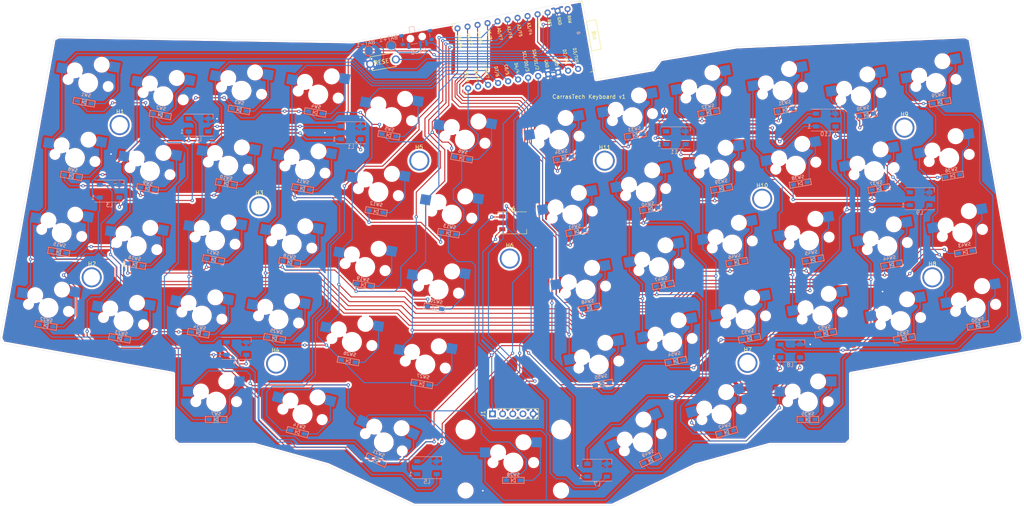
<source format=kicad_pcb>
(kicad_pcb (version 20171130) (host pcbnew "(5.1.12)-1")
  (layers (0 F.Cu signal) (31 B.Cu signal) (34 B.Paste user) (35 F.Paste user) (36 B.SilkS user) (37 F.SilkS user) (38 B.Mask user) (39 F.Mask user) (44 Edge.Cuts user))
  (net 0 "")
  (net 1 row1)
  (net 2 row0)
  (net 3 "Net-(D1-Pad2)")
  (net 4 "Net-(D2-Pad2)")
  (net 5 "Net-(D3-Pad2)")
  (net 6 "Net-(D4-Pad2)")
  (net 7 "Net-(D5-Pad2)")
  (net 8 "Net-(D6-Pad2)")
  (net 9 "Net-(D7-Pad2)")
  (net 10 "Net-(D8-Pad2)")
  (net 11 "Net-(D9-Pad2)")
  (net 12 "Net-(D10-Pad2)")
  (net 13 "Net-(D11-Pad2)")
  (net 14 "Net-(D12-Pad2)")
  (net 15 "Net-(D13-Pad2)")
  (net 16 "Net-(D14-Pad2)")
  (net 17 row2)
  (net 18 "Net-(D15-Pad2)")
  (net 19 "Net-(D16-Pad2)")
  (net 20 "Net-(D17-Pad2)")
  (net 21 "Net-(D18-Pad2)")
  (net 22 "Net-(D19-Pad2)")
  (net 23 "Net-(D20-Pad2)")
  (net 24 "Net-(D21-Pad2)")
  (net 25 row3)
  (net 26 "Net-(D22-Pad2)")
  (net 27 "Net-(D23-Pad2)")
  (net 28 "Net-(D24-Pad2)")
  (net 29 "Net-(D25-Pad2)")
  (net 30 "Net-(D26-Pad2)")
  (net 31 "Net-(D27-Pad2)")
  (net 32 "Net-(D28-Pad2)")
  (net 33 row4)
  (net 34 "Net-(D29-Pad2)")
  (net 35 "Net-(D30-Pad2)")
  (net 36 "Net-(D31-Pad2)")
  (net 37 "Net-(D32-Pad2)")
  (net 38 "Net-(D33-Pad2)")
  (net 39 "Net-(D34-Pad2)")
  (net 40 "Net-(D35-Pad2)")
  (net 41 row5)
  (net 42 "Net-(D36-Pad2)")
  (net 43 "Net-(D37-Pad2)")
  (net 44 "Net-(D38-Pad2)")
  (net 45 "Net-(D39-Pad2)")
  (net 46 "Net-(D40-Pad2)")
  (net 47 "Net-(D41-Pad2)")
  (net 48 "Net-(D42-Pad2)")
  (net 49 row6)
  (net 50 "Net-(D43-Pad2)")
  (net 51 "Net-(D44-Pad2)")
  (net 52 "Net-(D45-Pad2)")
  (net 53 "Net-(D46-Pad2)")
  (net 54 "Net-(D47-Pad2)")
  (net 55 "Net-(D48-Pad2)")
  (net 56 "Net-(D49-Pad2)")
  (net 57 row7)
  (net 58 "Net-(D50-Pad2)")
  (net 59 "Net-(D51-Pad2)")
  (net 60 "Net-(D52-Pad2)")
  (net 61 "Net-(D53-Pad2)")
  (net 62 "Net-(D54-Pad2)")
  (net 63 "Net-(D55-Pad2)")
  (net 64 led)
  (net 65 VCC)
  (net 66 GND)
  (net 67 reset)
  (net 68 col0)
  (net 69 col1)
  (net 70 col2)
  (net 71 col3)
  (net 72 col4)
  (net 73 col5)
  (net 74 col6)
  (net 75 "Net-(L1-Pad2)")
  (net 76 "Net-(L2-Pad2)")
  (net 77 "Net-(L3-Pad2)")
  (net 78 "Net-(L4-Pad2)")
  (net 79 "Net-(L5-Pad2)")
  (net 80 "Net-(L6-Pad2)")
  (net 81 "Net-(L7-Pad2)")
  (net 82 "Net-(L8-Pad2)")
  (net 83 "Net-(L10-Pad4)")
  (net 84 "Net-(L10-Pad2)")
  (net 85 "Net-(L11-Pad2)")
  (net 86 "Net-(BAT+1-Pad1)")
  (net 87 BAT+)
  (net 88 "Net-(SW56-Pad1)")
  (net 89 "Net-(J1-Pad4)")
  (net 90 SCL)
  (net 91 SDA)
  (module Connector_PinHeader_2.54mm:PinHeader_1x05_P2.54mm_Vertical (layer F.Cu) (at 144.018 123.063 90)
    (fp_text reference J1 (at 0 -2.33 90) (layer F.SilkS))
    (fp_text value "Pimoroni Trackball")
    (pad 5 thru_hole oval (at 0 10.16 90) (size 1.7 1.7) (drill 1) (layers *.Cu *.Mask) (net 66 GND))
    (pad 4 thru_hole oval (at 0 7.62 90) (size 1.7 1.7) (drill 1) (layers *.Cu *.Mask) (net 89 "Net-(J1-Pad4)"))
    (pad 3 thru_hole oval (at 0 5.08 90) (size 1.7 1.7) (drill 1) (layers *.Cu *.Mask) (net 90 SCL))
    (pad 2 thru_hole oval (at 0 2.54 90) (size 1.7 1.7) (drill 1) (layers *.Cu *.Mask) (net 91 SDA))
    (pad 1 thru_hole rect (at 0 0 90) (size 1.7 1.7) (drill 1) (layers *.Cu *.Mask) (net 65 VCC))
  )
  (module Button_Switch_SMD:SW_SPDT_PCM12 (layer B.Cu) (at 125.0315 29.21 10)
    (fp_text reference SW56 (at 0 3.2 190) (layer B.SilkS) (effects (justify mirror)))
    (fp_text value SW_SPDT)
    (pad "" smd rect (at -3.65 0.78 10) (size 1 0.8) (layers B.Cu B.Paste B.Mask))
    (pad "" smd rect (at 3.65 0.78 10) (size 1 0.8) (layers B.Cu B.Paste B.Mask))
    (pad "" smd rect (at 3.65 -1.43 10) (size 1 0.8) (layers B.Cu B.Paste B.Mask))
    (pad "" smd rect (at -3.65 -1.43 10) (size 1 0.8) (layers B.Cu B.Paste B.Mask))
    (pad 3 smd rect (at 2.25 1.43 10) (size 0.7 1.5) (layers B.Cu B.Paste B.Mask) (net 87 BAT+))
    (pad 2 smd rect (at 0.75 1.43 10) (size 0.7 1.5) (layers B.Cu B.Paste B.Mask) (net 86 "Net-(BAT+1-Pad1)"))
    (pad 1 smd rect (at -2.25 1.43 10) (size 0.7 1.5) (layers B.Cu B.Paste B.Mask) (net 88 "Net-(SW56-Pad1)"))
    (pad "" np_thru_hole circle (at 1.5 -0.33 10) (size 0.9 0.9) (drill 0.9) (layers *.Cu *.Mask))
    (pad "" np_thru_hole circle (at -1.5 -0.33 10) (size 0.9 0.9) (drill 0.9) (layers *.Cu *.Mask))
  )
  (module TestPoint:TestPoint_Pad_D2.0mm (layer B.Cu) (at 113.0935 32.1945)
    (fp_text reference BAT-1 (at -0.762 -1.8415 10) (layer B.SilkS) (effects (justify mirror)))
    (fp_text value Conn_01x01_Male)
    (pad 1 smd circle (at 0 0) (size 2 2) (layers B.Cu B.Mask) (net 66 GND))
  )
  (module TestPoint:TestPoint_Pad_D2.0mm (layer B.Cu) (at 118.6815 30.9245)
    (fp_text reference BAT+1 (at -0.6985 -1.778 10) (layer B.SilkS) (effects (justify mirror)))
    (fp_text value Conn_01x01_Male)
    (pad 1 smd circle (at 0 0) (size 2 2) (layers B.Cu B.Mask) (net 86 "Net-(BAT+1-Pad1)"))
  )
  (module keyboard_CarrasTech:MXOnly-1U-Hotswap (layer F.Cu) (at 36.308004 77.766669 350)
    (fp_text reference SW15)
    (fp_text value SW_PUSH-kbd)
    (fp_text user %R (at 0 3.048 350) (layer B.SilkS) (effects (font (size 0.8 0.8)) (justify mirror)))
    (pad "" np_thru_hole circle (at 2.54 -5.08 350) (size 3 3) (drill 3) (layers *.Cu *.Mask))
    (pad "" np_thru_hole circle (at 0 0 350) (size 3.9878 3.9878) (drill 3.9878) (layers *.Cu *.Mask))
    (pad "" np_thru_hole circle (at -3.81 -2.54 350) (size 3 3) (drill 3) (layers *.Cu *.Mask))
    (pad "" np_thru_hole circle (at -5.08 0 38.0996) (size 1.75 1.75) (drill 1.75) (layers *.Cu *.Mask))
    (pad "" np_thru_hole circle (at 5.08 0 38.0996) (size 1.75 1.75) (drill 1.75) (layers *.Cu *.Mask))
    (pad 1 smd rect (at -7.085 -2.54 350) (size 2.55 2.5) (layers B.Cu B.Paste B.Mask) (net 68 col0))
    (pad 2 smd rect (at 5.842 -5.08 350) (size 2.55 2.5) (layers B.Cu B.Paste B.Mask) (net 18 "Net-(D15-Pad2)"))
  )
  (module keyboard_CarrasTech:MXOnly-1U-Hotswap (layer F.Cu) (at 61.684587 43.553491 350)
    (fp_text reference SW2)
    (fp_text value SW_PUSH-kbd)
    (fp_text user %R (at 0 3.048 350) (layer B.SilkS) (effects (font (size 0.8 0.8)) (justify mirror)))
    (pad "" np_thru_hole circle (at 2.54 -5.08 350) (size 3 3) (drill 3) (layers *.Cu *.Mask))
    (pad "" np_thru_hole circle (at 0 0 350) (size 3.9878 3.9878) (drill 3.9878) (layers *.Cu *.Mask))
    (pad "" np_thru_hole circle (at -3.81 -2.54 350) (size 3 3) (drill 3) (layers *.Cu *.Mask))
    (pad "" np_thru_hole circle (at -5.08 0 38.0996) (size 1.75 1.75) (drill 1.75) (layers *.Cu *.Mask))
    (pad "" np_thru_hole circle (at 5.08 0 38.0996) (size 1.75 1.75) (drill 1.75) (layers *.Cu *.Mask))
    (pad 1 smd rect (at -7.085 -2.54 350) (size 2.55 2.5) (layers B.Cu B.Paste B.Mask) (net 69 col1))
    (pad 2 smd rect (at 5.842 -5.08 350) (size 2.55 2.5) (layers B.Cu B.Paste B.Mask) (net 4 "Net-(D2-Pad2)"))
  )
  (module MountingHole:MountingHole_4mm (layer F.Cu) (at 211.455 69.215)
    (fp_text reference H10 (at 0 -3.302) (layer F.SilkS))
    (fp_text value H10)
    (pad "" np_thru_hole circle (at 0 0) (size 5 5) (drill 4.1) (layers *.Cu *.Mask))
  )
  (module MountingHole:MountingHole_4mm (layer F.Cu) (at 207.772 110.2995)
    (fp_text reference H7 (at 0.0635 -3.302) (layer F.SilkS))
    (fp_text value H7)
    (pad "" np_thru_hole circle (at 0 0) (size 5 5) (drill 4.1) (layers *.Cu *.Mask))
  )
  (module MountingHole:MountingHole_4mm (layer F.Cu) (at 89.916 110.49)
    (fp_text reference H4 (at -0.127 -3.3655) (layer F.SilkS))
    (fp_text value H4)
    (pad "" np_thru_hole circle (at 0 0) (size 5 5) (drill 4.1) (layers *.Cu *.Mask))
  )
  (module MountingHole:MountingHole_4mm (layer F.Cu) (at 85.725 71.12)
    (fp_text reference H3 (at 0 -3.3655) (layer F.SilkS))
    (fp_text value H3)
    (pad "" np_thru_hole circle (at 0 0) (size 5 5) (drill 4.1) (layers *.Cu *.Mask))
  )
  (module MountingHole:MountingHole_4mm (layer F.Cu) (at 125.73 59.69)
    (fp_text reference H5 (at -0.0635 -3.3655) (layer F.SilkS))
    (fp_text value H5)
    (pad "" np_thru_hole circle (at 0 0) (size 5 5) (drill 4.1) (layers *.Cu *.Mask))
  )
  (module MountingHole:MountingHole_4mm (layer F.Cu) (at 172.085 59.69)
    (fp_text reference H11 (at 0 -3.302) (layer F.SilkS))
    (fp_text value H11)
    (pad "" np_thru_hole circle (at 0 0) (size 5 5) (drill 4.1) (layers *.Cu *.Mask))
  )
  (module MountingHole:MountingHole_4mm (layer F.Cu) (at 254 88.9)
    (fp_text reference H8 (at 0 -3.3655) (layer F.SilkS))
    (fp_text value H8)
    (pad "" np_thru_hole circle (at 0 0) (size 5 5) (drill 4.1) (layers *.Cu *.Mask))
  )
  (module MountingHole:MountingHole_4mm (layer F.Cu) (at 247.015 51.435)
    (fp_text reference H9 (at 0 -3.3655) (layer F.SilkS))
    (fp_text value H9)
    (pad "" np_thru_hole circle (at 0 0) (size 5 5) (drill 4.1) (layers *.Cu *.Mask))
  )
  (module MountingHole:MountingHole_4mm (layer F.Cu) (at 43.815 88.9)
    (fp_text reference H2 (at 0.0635 -3.3655) (layer F.SilkS))
    (fp_text value H2)
    (pad "" np_thru_hole circle (at 0 0) (size 5 5) (drill 4.1) (layers *.Cu *.Mask))
  )
  (module MountingHole:MountingHole_4mm (layer F.Cu) (at 50.8 50.8)
    (fp_text reference H1 (at 0.127 -3.3655) (layer F.SilkS))
    (fp_text value H1)
    (pad "" np_thru_hole circle (at 0 0) (size 5 5) (drill 4.1) (layers *.Cu *.Mask))
  )
  (module MountingHole:MountingHole_4mm (layer F.Cu) (at 148.336 84.201)
    (fp_text reference H6 (at 0 -3.302) (layer F.SilkS))
    (fp_text value H6)
    (pad "" np_thru_hole circle (at 0 0) (size 5 5) (drill 4.1) (layers *.Cu *.Mask))
  )
  (module keyboard_CarrasTech:MXOnly-2U-Hotswap-ReversedStabilizers (layer F.Cu) (at 149.225 135.255)
    (fp_text reference SW28)
    (fp_text value SW_PUSH-kbd_2U)
    (fp_text user %R (at 0 3.048) (layer B.SilkS) (effects (font (size 0.8 0.8)) (justify mirror)))
    (pad "" np_thru_hole circle (at 2.54 -5.08) (size 3 3) (drill 3) (layers *.Cu *.Mask))
    (pad "" np_thru_hole circle (at 0 0) (size 3.9878 3.9878) (drill 3.9878) (layers *.Cu *.Mask))
    (pad "" np_thru_hole circle (at -3.81 -2.54) (size 3 3) (drill 3) (layers *.Cu *.Mask))
    (pad "" np_thru_hole circle (at -5.08 0 48.0996) (size 1.75 1.75) (drill 1.75) (layers *.Cu *.Mask))
    (pad "" np_thru_hole circle (at 5.08 0 48.0996) (size 1.75 1.75) (drill 1.75) (layers *.Cu *.Mask))
    (pad 1 smd rect (at -7.085 -2.54) (size 2.55 2.5) (layers B.Cu B.Paste B.Mask) (net 74 col6))
    (pad 2 smd rect (at 5.842 -5.08) (size 2.55 2.5) (layers B.Cu B.Paste B.Mask) (net 32 "Net-(D28-Pad2)"))
    (pad "" np_thru_hole circle (at 11.938 6.985) (size 3.048 3.048) (drill 3.048) (layers *.Cu *.Mask))
    (pad "" np_thru_hole circle (at -11.938 6.985) (size 3.048 3.048) (drill 3.048) (layers *.Cu *.Mask))
    (pad "" np_thru_hole circle (at 11.938 -8.255) (size 3.9878 3.9878) (drill 3.9878) (layers *.Cu *.Mask))
    (pad "" np_thru_hole circle (at -11.938 -8.255) (size 3.9878 3.9878) (drill 3.9878) (layers *.Cu *.Mask))
  )
  (module LED_SMD:LED_WS2812B_PLCC4_5.0x5.0mm_P3.2mm (layer B.Cu) (at 189.865 53.975)
    (fp_text reference L11 (at 0 3.5) (layer B.SilkS) (effects (justify mirror)))
    (fp_text value LED_WS2812B)
    (fp_text user 1 (at -4.15 1.6) (layer B.SilkS) (effects (justify mirror)))
    (pad 1 smd rect (at -2.45 1.6) (size 1.5 1) (layers B.Cu B.Paste B.Mask) (net 65 VCC))
    (pad 2 smd rect (at -2.45 -1.6) (size 1.5 1) (layers B.Cu B.Paste B.Mask) (net 85 "Net-(L11-Pad2)"))
    (pad 4 smd rect (at 2.45 1.6) (size 1.5 1) (layers B.Cu B.Paste B.Mask) (net 84 "Net-(L10-Pad2)"))
    (pad 3 smd rect (at 2.45 -1.6) (size 1.5 1) (layers B.Cu B.Paste B.Mask) (net 66 GND))
  )
  (module LED_SMD:LED_WS2812B_PLCC4_5.0x5.0mm_P3.2mm (layer B.Cu) (at 227.33 49.53)
    (fp_text reference L10 (at 0 3.5) (layer B.SilkS) (effects (justify mirror)))
    (fp_text value LED_WS2812B)
    (fp_text user 1 (at -4.15 1.6) (layer B.SilkS) (effects (justify mirror)))
    (pad 1 smd rect (at -2.45 1.6) (size 1.5 1) (layers B.Cu B.Paste B.Mask) (net 65 VCC))
    (pad 2 smd rect (at -2.45 -1.6) (size 1.5 1) (layers B.Cu B.Paste B.Mask) (net 84 "Net-(L10-Pad2)"))
    (pad 4 smd rect (at 2.45 1.6) (size 1.5 1) (layers B.Cu B.Paste B.Mask) (net 83 "Net-(L10-Pad4)"))
    (pad 3 smd rect (at 2.45 -1.6) (size 1.5 1) (layers B.Cu B.Paste B.Mask) (net 66 GND))
  )
  (module LED_SMD:LED_WS2812B_PLCC4_5.0x5.0mm_P3.2mm (layer B.Cu) (at 218.44 107.315)
    (fp_text reference L8 (at 0 3.5) (layer B.SilkS) (effects (justify mirror)))
    (fp_text value LED_WS2812B)
    (fp_text user 1 (at -4.15 1.6) (layer B.SilkS) (effects (justify mirror)))
    (pad 1 smd rect (at -2.45 1.6) (size 1.5 1) (layers B.Cu B.Paste B.Mask) (net 65 VCC))
    (pad 2 smd rect (at -2.45 -1.6) (size 1.5 1) (layers B.Cu B.Paste B.Mask) (net 82 "Net-(L8-Pad2)"))
    (pad 4 smd rect (at 2.45 1.6) (size 1.5 1) (layers B.Cu B.Paste B.Mask) (net 81 "Net-(L7-Pad2)"))
    (pad 3 smd rect (at 2.45 -1.6) (size 1.5 1) (layers B.Cu B.Paste B.Mask) (net 66 GND))
  )
  (module LED_SMD:LED_WS2812B_PLCC4_5.0x5.0mm_P3.2mm (layer F.Cu) (at 148.9075 75.2475)
    (fp_text reference L6 (at 0 -3.5) (layer F.SilkS))
    (fp_text value LED_WS2812B)
    (fp_text user 1 (at -4.15 -1.6) (layer F.SilkS))
    (pad 1 smd rect (at -2.45 -1.6) (size 1.5 1) (layers F.Cu F.Paste F.Mask) (net 65 VCC))
    (pad 2 smd rect (at -2.45 1.6) (size 1.5 1) (layers F.Cu F.Paste F.Mask) (net 80 "Net-(L6-Pad2)"))
    (pad 4 smd rect (at 2.45 -1.6) (size 1.5 1) (layers F.Cu F.Paste F.Mask) (net 79 "Net-(L5-Pad2)"))
    (pad 3 smd rect (at 2.45 1.6) (size 1.5 1) (layers F.Cu F.Paste F.Mask) (net 66 GND))
  )
  (module LED_SMD:LED_WS2812B_PLCC4_5.0x5.0mm_P3.2mm (layer B.Cu) (at 80.01 106.68)
    (fp_text reference L4 (at 0 3.5) (layer B.SilkS) (effects (justify mirror)))
    (fp_text value LED_WS2812B)
    (fp_text user 1 (at -4.15 1.6) (layer B.SilkS) (effects (justify mirror)))
    (pad 1 smd rect (at -2.45 1.6) (size 1.5 1) (layers B.Cu B.Paste B.Mask) (net 65 VCC))
    (pad 2 smd rect (at -2.45 -1.6) (size 1.5 1) (layers B.Cu B.Paste B.Mask) (net 78 "Net-(L4-Pad2)"))
    (pad 4 smd rect (at 2.45 1.6) (size 1.5 1) (layers B.Cu B.Paste B.Mask) (net 77 "Net-(L3-Pad2)"))
    (pad 3 smd rect (at 2.45 -1.6) (size 1.5 1) (layers B.Cu B.Paste B.Mask) (net 66 GND))
  )
  (module LED_SMD:LED_WS2812B_PLCC4_5.0x5.0mm_P3.2mm (layer B.Cu) (at 70.485 50.8)
    (fp_text reference L2 (at 0 3.5) (layer B.SilkS) (effects (justify mirror)))
    (fp_text value LED_WS2812B)
    (fp_text user 1 (at -4.15 1.6) (layer B.SilkS) (effects (justify mirror)))
    (pad 1 smd rect (at -2.45 1.6) (size 1.5 1) (layers B.Cu B.Paste B.Mask) (net 65 VCC))
    (pad 2 smd rect (at -2.45 -1.6) (size 1.5 1) (layers B.Cu B.Paste B.Mask) (net 76 "Net-(L2-Pad2)"))
    (pad 4 smd rect (at 2.45 1.6) (size 1.5 1) (layers B.Cu B.Paste B.Mask) (net 75 "Net-(L1-Pad2)"))
    (pad 3 smd rect (at 2.45 -1.6) (size 1.5 1) (layers B.Cu B.Paste B.Mask) (net 66 GND))
  )
  (module LED_SMD:LED_WS2812B_PLCC4_5.0x5.0mm_P3.2mm (layer B.Cu) (at 250.825 69.215)
    (fp_text reference L9 (at 0 3.5) (layer B.SilkS) (effects (justify mirror)))
    (fp_text value LED_WS2812B)
    (fp_text user 1 (at -4.15 1.6) (layer B.SilkS) (effects (justify mirror)))
    (pad 1 smd rect (at -2.45 1.6) (size 1.5 1) (layers B.Cu B.Paste B.Mask) (net 65 VCC))
    (pad 2 smd rect (at -2.45 -1.6) (size 1.5 1) (layers B.Cu B.Paste B.Mask) (net 83 "Net-(L10-Pad4)"))
    (pad 4 smd rect (at 2.45 1.6) (size 1.5 1) (layers B.Cu B.Paste B.Mask) (net 82 "Net-(L8-Pad2)"))
    (pad 3 smd rect (at 2.45 -1.6) (size 1.5 1) (layers B.Cu B.Paste B.Mask) (net 66 GND))
  )
  (module LED_SMD:LED_WS2812B_PLCC4_5.0x5.0mm_P3.2mm (layer B.Cu) (at 170.18 137.16)
    (fp_text reference L7 (at 0 3.5) (layer B.SilkS) (effects (justify mirror)))
    (fp_text value LED_WS2812B)
    (fp_text user 1 (at -4.15 1.6) (layer B.SilkS) (effects (justify mirror)))
    (pad 1 smd rect (at -2.45 1.6) (size 1.5 1) (layers B.Cu B.Paste B.Mask) (net 65 VCC))
    (pad 2 smd rect (at -2.45 -1.6) (size 1.5 1) (layers B.Cu B.Paste B.Mask) (net 81 "Net-(L7-Pad2)"))
    (pad 4 smd rect (at 2.45 1.6) (size 1.5 1) (layers B.Cu B.Paste B.Mask) (net 80 "Net-(L6-Pad2)"))
    (pad 3 smd rect (at 2.45 -1.6) (size 1.5 1) (layers B.Cu B.Paste B.Mask) (net 66 GND))
  )
  (module LED_SMD:LED_WS2812B_PLCC4_5.0x5.0mm_P3.2mm (layer B.Cu) (at 127.635 136.525)
    (fp_text reference L5 (at 0 3.5) (layer B.SilkS) (effects (justify mirror)))
    (fp_text value LED_WS2812B)
    (fp_text user 1 (at -4.15 1.6) (layer B.SilkS) (effects (justify mirror)))
    (pad 1 smd rect (at -2.45 1.6) (size 1.5 1) (layers B.Cu B.Paste B.Mask) (net 65 VCC))
    (pad 2 smd rect (at -2.45 -1.6) (size 1.5 1) (layers B.Cu B.Paste B.Mask) (net 79 "Net-(L5-Pad2)"))
    (pad 4 smd rect (at 2.45 1.6) (size 1.5 1) (layers B.Cu B.Paste B.Mask) (net 78 "Net-(L4-Pad2)"))
    (pad 3 smd rect (at 2.45 -1.6) (size 1.5 1) (layers B.Cu B.Paste B.Mask) (net 66 GND))
  )
  (module LED_SMD:LED_WS2812B_PLCC4_5.0x5.0mm_P3.2mm (layer B.Cu) (at 48.26 67.31)
    (fp_text reference L3 (at 0 3.5) (layer B.SilkS) (effects (justify mirror)))
    (fp_text value LED_WS2812B)
    (fp_text user 1 (at -4.15 1.6) (layer B.SilkS) (effects (justify mirror)))
    (pad 1 smd rect (at -2.45 1.6) (size 1.5 1) (layers B.Cu B.Paste B.Mask) (net 65 VCC))
    (pad 2 smd rect (at -2.45 -1.6) (size 1.5 1) (layers B.Cu B.Paste B.Mask) (net 77 "Net-(L3-Pad2)"))
    (pad 4 smd rect (at 2.45 1.6) (size 1.5 1) (layers B.Cu B.Paste B.Mask) (net 76 "Net-(L2-Pad2)"))
    (pad 3 smd rect (at 2.45 -1.6) (size 1.5 1) (layers B.Cu B.Paste B.Mask) (net 66 GND))
  )
  (module LED_SMD:LED_WS2812B_PLCC4_5.0x5.0mm_P3.2mm (layer B.Cu) (at 108.585 52.705)
    (fp_text reference L1 (at 0 3.5) (layer B.SilkS) (effects (justify mirror)))
    (fp_text value LED_WS2812B)
    (fp_text user 1 (at -4.15 1.6) (layer B.SilkS) (effects (justify mirror)))
    (pad 1 smd rect (at -2.45 1.6) (size 1.5 1) (layers B.Cu B.Paste B.Mask) (net 65 VCC))
    (pad 2 smd rect (at -2.45 -1.6) (size 1.5 1) (layers B.Cu B.Paste B.Mask) (net 75 "Net-(L1-Pad2)"))
    (pad 4 smd rect (at 2.45 1.6) (size 1.5 1) (layers B.Cu B.Paste B.Mask) (net 64 led))
    (pad 3 smd rect (at 2.45 -1.6) (size 1.5 1) (layers B.Cu B.Paste B.Mask) (net 66 GND))
  )
  (module keyboard_CarrasTech:ProMicro (layer F.Cu) (at 149.86 31.75 280)
    (fp_text reference U1 hide)
    (fp_text value ProMicro-kbd hide)
    (fp_text user a (at -1.2515 -16.256 100) (layer B.SilkS) (effects (justify mirror)))
    (fp_text user b (at -0.545 -20.1 100) (layer F.SilkS))
    (fp_text user RAW (at -4.995 -14.5 280 unlocked) (layer F.SilkS) (effects (font (size 0.75 0.67) (thickness 0.125))))
    (fp_text user GND (at -4.995 -11.95 280 unlocked) (layer F.SilkS) (effects (font (size 0.75 0.67) (thickness 0.125))))
    (fp_text user RST (at -4.995 -9.4 280 unlocked) (layer F.SilkS) (effects (font (size 0.75 0.67) (thickness 0.125))))
    (fp_text user VCC (at -4.995 -6.95 280 unlocked) (layer F.SilkS) (effects (font (size 0.75 0.67) (thickness 0.125))))
    (fp_text user A3/F4 (at -4.395 -4.25 280 unlocked) (layer F.SilkS) (effects (font (size 0.75 0.67) (thickness 0.125))))
    (fp_text user A2/F5 (at -4.395 -1.75 280 unlocked) (layer F.SilkS) (effects (font (size 0.75 0.67) (thickness 0.125))))
    (fp_text user A1/F6 (at -4.395 0.75 280 unlocked) (layer F.SilkS) (effects (font (size 0.75 0.67) (thickness 0.125))))
    (fp_text user A0/F7 (at -4.395 3.3 280 unlocked) (layer F.SilkS) (effects (font (size 0.75 0.67) (thickness 0.125))))
    (fp_text user 15/B1 (at -4.395 5.85 280 unlocked) (layer F.SilkS) (effects (font (size 0.75 0.67) (thickness 0.125))))
    (fp_text user 14/B3 (at -4.395 8.4 280 unlocked) (layer F.SilkS) (effects (font (size 0.75 0.67) (thickness 0.125))))
    (fp_text user 10/B6 (at -4.395 13.45 280 unlocked) (layer F.SilkS) (effects (font (size 0.75 0.67) (thickness 0.125))))
    (fp_text user 16/B2 (at -4.395 10.95 280 unlocked) (layer F.SilkS) (effects (font (size 0.75 0.67) (thickness 0.125))))
    (fp_text user E6/7 (at 4.705 8.25 280 unlocked) (layer F.SilkS) (effects (font (size 0.75 0.67) (thickness 0.125))))
    (fp_text user D7/6 (at 4.705 5.7 280 unlocked) (layer F.SilkS) (effects (font (size 0.75 0.67) (thickness 0.125))))
    (fp_text user GND (at 4.955 -9.35 280 unlocked) (layer F.SilkS) (effects (font (size 0.75 0.67) (thickness 0.125))))
    (fp_text user GND (at 4.955 -6.9 280 unlocked) (layer F.SilkS) (effects (font (size 0.75 0.67) (thickness 0.125))))
    (fp_text user D3/TX0 (at 4.155 -14.45 280 unlocked) (layer F.SilkS) (effects (font (size 0.75 0.67) (thickness 0.125))))
    (fp_text user D4/4 (at 4.705 0.6 280 unlocked) (layer F.SilkS) (effects (font (size 0.75 0.67) (thickness 0.125))))
    (fp_text user SDA/D1/2 (at 3.455 -4.4 280 unlocked) (layer F.SilkS) (effects (font (size 0.75 0.67) (thickness 0.125))))
    (fp_text user SCL/D0/3 (at 3.455 -1.9 280 unlocked) (layer F.SilkS) (effects (font (size 0.75 0.67) (thickness 0.125))))
    (fp_text user C6/5 (at 4.705 3.15 280 unlocked) (layer F.SilkS) (effects (font (size 0.75 0.67) (thickness 0.125))))
    (fp_text user B5/9 (at 4.705 13.3 280 unlocked) (layer F.SilkS) (effects (font (size 0.75 0.67) (thickness 0.125))))
    (fp_text user D2/RX1 (at 4.155 -11.9 280 unlocked) (layer F.SilkS) (effects (font (size 0.75 0.67) (thickness 0.125))))
    (fp_text user B4/8 (at 4.705 10.8 280 unlocked) (layer F.SilkS) (effects (font (size 0.75 0.67) (thickness 0.125))))
    (fp_text user USB (at 0 -19.8 100) (layer F.SilkS) (effects (font (size 0.75 0.75) (thickness 0.12))))
    (pad 24 thru_hole circle (at -7.6086 -14.478 280) (size 1.524 1.524) (drill 0.8128) (layers *.Cu *.Mask) (net 87 BAT+))
    (pad 23 thru_hole circle (at -7.6086 -11.938 280) (size 1.524 1.524) (drill 0.8128) (layers *.Cu *.Mask) (net 66 GND))
    (pad 22 thru_hole circle (at -7.6086 -9.398 280) (size 1.524 1.524) (drill 0.8128) (layers *.Cu *.Mask) (net 67 reset))
    (pad 21 thru_hole circle (at -7.6086 -6.858 280) (size 1.524 1.524) (drill 0.8128) (layers *.Cu *.Mask) (net 65 VCC))
    (pad 20 thru_hole circle (at -7.6086 -4.318 280) (size 1.524 1.524) (drill 0.8128) (layers *.Cu *.Mask) (net 2 row0))
    (pad 19 thru_hole circle (at -7.6086 -1.778 280) (size 1.524 1.524) (drill 0.8128) (layers *.Cu *.Mask) (net 1 row1))
    (pad 18 thru_hole circle (at -7.6086 0.762 280) (size 1.524 1.524) (drill 0.8128) (layers *.Cu *.Mask) (net 17 row2))
    (pad 17 thru_hole circle (at -7.6086 3.302 280) (size 1.524 1.524) (drill 0.8128) (layers *.Cu *.Mask) (net 25 row3))
    (pad 16 thru_hole circle (at -7.6086 5.842 280) (size 1.524 1.524) (drill 0.8128) (layers *.Cu *.Mask) (net 33 row4))
    (pad 15 thru_hole circle (at -7.6086 8.382 280) (size 1.524 1.524) (drill 0.8128) (layers *.Cu *.Mask) (net 41 row5))
    (pad 14 thru_hole circle (at -7.6086 10.922 280) (size 1.524 1.524) (drill 0.8128) (layers *.Cu *.Mask) (net 49 row6))
    (pad 13 thru_hole circle (at -7.6086 13.462 280) (size 1.524 1.524) (drill 0.8128) (layers *.Cu *.Mask) (net 57 row7))
    (pad 12 thru_hole circle (at 7.6114 13.462 280) (size 1.524 1.524) (drill 0.8128) (layers *.Cu *.Mask) (net 74 col6))
    (pad 11 thru_hole circle (at 7.6114 10.922 280) (size 1.524 1.524) (drill 0.8128) (layers *.Cu *.Mask) (net 73 col5))
    (pad 10 thru_hole circle (at 7.6114 8.382 280) (size 1.524 1.524) (drill 0.8128) (layers *.Cu *.Mask) (net 72 col4))
    (pad 9 thru_hole circle (at 7.6114 5.842 280) (size 1.524 1.524) (drill 0.8128) (layers *.Cu *.Mask) (net 71 col3))
    (pad 8 thru_hole circle (at 7.6114 3.302 280) (size 1.524 1.524) (drill 0.8128) (layers *.Cu *.Mask) (net 70 col2))
    (pad 7 thru_hole circle (at 7.6114 0.762 280) (size 1.524 1.524) (drill 0.8128) (layers *.Cu *.Mask) (net 69 col1))
    (pad 6 thru_hole circle (at 7.6114 -1.778 280) (size 1.524 1.524) (drill 0.8128) (layers *.Cu *.Mask) (net 90 SCL))
    (pad 5 thru_hole circle (at 7.6114 -4.318 280) (size 1.524 1.524) (drill 0.8128) (layers *.Cu *.Mask) (net 91 SDA))
    (pad 4 thru_hole circle (at 7.6114 -6.858 280) (size 1.524 1.524) (drill 0.8128) (layers *.Cu *.Mask) (net 66 GND))
    (pad 3 thru_hole circle (at 7.6114 -9.398 280) (size 1.524 1.524) (drill 0.8128) (layers *.Cu *.Mask) (net 66 GND))
    (pad 2 thru_hole circle (at 7.6114 -11.938 280) (size 1.524 1.524) (drill 0.8128) (layers *.Cu *.Mask) (net 68 col0))
    (pad 1 thru_hole circle (at 7.6114 -14.478 280) (size 1.524 1.524) (drill 0.8128) (layers *.Cu *.Mask) (net 64 led))
  )
  (module keyboard_CarrasTech:MXOnly-1U-Hotswap (layer F.Cu) (at 170.599641 110.728327 10)
    (fp_text reference SW55)
    (fp_text value SW_PUSH-kbd)
    (fp_text user %R (at 0 3.048 -170) (layer B.SilkS) (effects (font (size 0.8 0.8)) (justify mirror)))
    (pad "" np_thru_hole circle (at 2.54 -5.08 10) (size 3 3) (drill 3) (layers *.Cu *.Mask))
    (pad "" np_thru_hole circle (at 0 0 10) (size 3.9878 3.9878) (drill 3.9878) (layers *.Cu *.Mask))
    (pad "" np_thru_hole circle (at -3.81 -2.54 10) (size 3 3) (drill 3) (layers *.Cu *.Mask))
    (pad "" np_thru_hole circle (at -5.08 0 58.0996) (size 1.75 1.75) (drill 1.75) (layers *.Cu *.Mask))
    (pad "" np_thru_hole circle (at 5.08 0 58.0996) (size 1.75 1.75) (drill 1.75) (layers *.Cu *.Mask))
    (pad 1 smd rect (at -7.085 -2.54 10) (size 2.55 2.5) (layers B.Cu B.Paste B.Mask) (net 73 col5))
    (pad 2 smd rect (at 5.842 -5.08 10) (size 2.55 2.5) (layers B.Cu B.Paste B.Mask) (net 63 "Net-(D55-Pad2)"))
  )
  (module keyboard_CarrasTech:MXOnly-1U-Hotswap (layer F.Cu) (at 188.947814 105.081411 10)
    (fp_text reference SW54)
    (fp_text value SW_PUSH-kbd)
    (fp_text user %R (at 0 3.048 -170) (layer B.SilkS) (effects (font (size 0.8 0.8)) (justify mirror)))
    (pad "" np_thru_hole circle (at 2.54 -5.08 10) (size 3 3) (drill 3) (layers *.Cu *.Mask))
    (pad "" np_thru_hole circle (at 0 0 10) (size 3.9878 3.9878) (drill 3.9878) (layers *.Cu *.Mask))
    (pad "" np_thru_hole circle (at -3.81 -2.54 10) (size 3 3) (drill 3) (layers *.Cu *.Mask))
    (pad "" np_thru_hole circle (at -5.08 0 58.0996) (size 1.75 1.75) (drill 1.75) (layers *.Cu *.Mask))
    (pad "" np_thru_hole circle (at 5.08 0 58.0996) (size 1.75 1.75) (drill 1.75) (layers *.Cu *.Mask))
    (pad 1 smd rect (at -7.085 -2.54 10) (size 2.55 2.5) (layers B.Cu B.Paste B.Mask) (net 72 col4))
    (pad 2 smd rect (at 5.842 -5.08 10) (size 2.55 2.5) (layers B.Cu B.Paste B.Mask) (net 62 "Net-(D54-Pad2)"))
  )
  (module keyboard_CarrasTech:MXOnly-1U-Hotswap (layer F.Cu) (at 207.295988 99.434495 10)
    (fp_text reference SW53)
    (fp_text value SW_PUSH-kbd)
    (fp_text user %R (at 0 3.048 -170) (layer B.SilkS) (effects (font (size 0.8 0.8)) (justify mirror)))
    (pad "" np_thru_hole circle (at 2.54 -5.08 10) (size 3 3) (drill 3) (layers *.Cu *.Mask))
    (pad "" np_thru_hole circle (at 0 0 10) (size 3.9878 3.9878) (drill 3.9878) (layers *.Cu *.Mask))
    (pad "" np_thru_hole circle (at -3.81 -2.54 10) (size 3 3) (drill 3) (layers *.Cu *.Mask))
    (pad "" np_thru_hole circle (at -5.08 0 58.0996) (size 1.75 1.75) (drill 1.75) (layers *.Cu *.Mask))
    (pad "" np_thru_hole circle (at 5.08 0 58.0996) (size 1.75 1.75) (drill 1.75) (layers *.Cu *.Mask))
    (pad 1 smd rect (at -7.085 -2.54 10) (size 2.55 2.5) (layers B.Cu B.Paste B.Mask) (net 71 col3))
    (pad 2 smd rect (at 5.842 -5.08 10) (size 2.55 2.5) (layers B.Cu B.Paste B.Mask) (net 61 "Net-(D53-Pad2)"))
  )
  (module keyboard_CarrasTech:MXOnly-1U-Hotswap (layer F.Cu) (at 226.46899 98.465416 10)
    (fp_text reference SW52)
    (fp_text value SW_PUSH-kbd)
    (fp_text user %R (at 0 3.048 -170) (layer B.SilkS) (effects (font (size 0.8 0.8)) (justify mirror)))
    (pad "" np_thru_hole circle (at 2.54 -5.08 10) (size 3 3) (drill 3) (layers *.Cu *.Mask))
    (pad "" np_thru_hole circle (at 0 0 10) (size 3.9878 3.9878) (drill 3.9878) (layers *.Cu *.Mask))
    (pad "" np_thru_hole circle (at -3.81 -2.54 10) (size 3 3) (drill 3) (layers *.Cu *.Mask))
    (pad "" np_thru_hole circle (at -5.08 0 58.0996) (size 1.75 1.75) (drill 1.75) (layers *.Cu *.Mask))
    (pad "" np_thru_hole circle (at 5.08 0 58.0996) (size 1.75 1.75) (drill 1.75) (layers *.Cu *.Mask))
    (pad 1 smd rect (at -7.085 -2.54 10) (size 2.55 2.5) (layers B.Cu B.Paste B.Mask) (net 70 col2))
    (pad 2 smd rect (at 5.842 -5.08 10) (size 2.55 2.5) (layers B.Cu B.Paste B.Mask) (net 60 "Net-(D52-Pad2)"))
  )
  (module keyboard_CarrasTech:MXOnly-1U-Hotswap (layer F.Cu) (at 246.054406 99.835255 10)
    (fp_text reference SW51)
    (fp_text value SW_PUSH-kbd)
    (fp_text user %R (at 0 3.048 -170) (layer B.SilkS) (effects (font (size 0.8 0.8)) (justify mirror)))
    (pad "" np_thru_hole circle (at 2.54 -5.08 10) (size 3 3) (drill 3) (layers *.Cu *.Mask))
    (pad "" np_thru_hole circle (at 0 0 10) (size 3.9878 3.9878) (drill 3.9878) (layers *.Cu *.Mask))
    (pad "" np_thru_hole circle (at -3.81 -2.54 10) (size 3 3) (drill 3) (layers *.Cu *.Mask))
    (pad "" np_thru_hole circle (at -5.08 0 58.0996) (size 1.75 1.75) (drill 1.75) (layers *.Cu *.Mask))
    (pad "" np_thru_hole circle (at 5.08 0 58.0996) (size 1.75 1.75) (drill 1.75) (layers *.Cu *.Mask))
    (pad 1 smd rect (at -7.085 -2.54 10) (size 2.55 2.5) (layers B.Cu B.Paste B.Mask) (net 69 col1))
    (pad 2 smd rect (at 5.842 -5.08 10) (size 2.55 2.5) (layers B.Cu B.Paste B.Mask) (net 59 "Net-(D51-Pad2)"))
  )
  (module keyboard_CarrasTech:MXOnly-1U-Hotswap (layer F.Cu) (at 264.814994 96.527257 10)
    (fp_text reference SW50)
    (fp_text value SW_PUSH-kbd)
    (fp_text user %R (at 0 3.048 -170) (layer B.SilkS) (effects (font (size 0.8 0.8)) (justify mirror)))
    (pad "" np_thru_hole circle (at 2.54 -5.08 10) (size 3 3) (drill 3) (layers *.Cu *.Mask))
    (pad "" np_thru_hole circle (at 0 0 10) (size 3.9878 3.9878) (drill 3.9878) (layers *.Cu *.Mask))
    (pad "" np_thru_hole circle (at -3.81 -2.54 10) (size 3 3) (drill 3) (layers *.Cu *.Mask))
    (pad "" np_thru_hole circle (at -5.08 0 58.0996) (size 1.75 1.75) (drill 1.75) (layers *.Cu *.Mask))
    (pad "" np_thru_hole circle (at 5.08 0 58.0996) (size 1.75 1.75) (drill 1.75) (layers *.Cu *.Mask))
    (pad 1 smd rect (at -7.085 -2.54 10) (size 2.55 2.5) (layers B.Cu B.Paste B.Mask) (net 68 col0))
    (pad 2 smd rect (at 5.842 -5.08 10) (size 2.55 2.5) (layers B.Cu B.Paste B.Mask) (net 58 "Net-(D50-Pad2)"))
  )
  (module keyboard_CarrasTech:MXOnly-1U-Hotswap (layer F.Cu) (at 181.61 130.175 25)
    (fp_text reference SW49)
    (fp_text value SW_PUSH-kbd)
    (fp_text user %R (at 0 3.048 205) (layer B.SilkS) (effects (font (size 0.8 0.8)) (justify mirror)))
    (pad "" np_thru_hole circle (at 2.54 -5.08 25) (size 3 3) (drill 3) (layers *.Cu *.Mask))
    (pad "" np_thru_hole circle (at 0 0 25) (size 3.9878 3.9878) (drill 3.9878) (layers *.Cu *.Mask))
    (pad "" np_thru_hole circle (at -3.81 -2.54 25) (size 3 3) (drill 3) (layers *.Cu *.Mask))
    (pad "" np_thru_hole circle (at -5.08 0 73.0996) (size 1.75 1.75) (drill 1.75) (layers *.Cu *.Mask))
    (pad "" np_thru_hole circle (at 5.08 0 73.0996) (size 1.75 1.75) (drill 1.75) (layers *.Cu *.Mask))
    (pad 1 smd rect (at -7.085 -2.54 25) (size 2.55 2.5) (layers B.Cu B.Paste B.Mask) (net 74 col6))
    (pad 2 smd rect (at 5.842 -5.08 25) (size 2.55 2.5) (layers B.Cu B.Paste B.Mask) (net 56 "Net-(D49-Pad2)"))
  )
  (module keyboard_CarrasTech:MXOnly-1U-Hotswap (layer F.Cu) (at 167.291643 91.96774 10)
    (fp_text reference SW48)
    (fp_text value SW_PUSH-kbd)
    (fp_text user %R (at 0 3.048 -170) (layer B.SilkS) (effects (font (size 0.8 0.8)) (justify mirror)))
    (pad "" np_thru_hole circle (at 2.54 -5.08 10) (size 3 3) (drill 3) (layers *.Cu *.Mask))
    (pad "" np_thru_hole circle (at 0 0 10) (size 3.9878 3.9878) (drill 3.9878) (layers *.Cu *.Mask))
    (pad "" np_thru_hole circle (at -3.81 -2.54 10) (size 3 3) (drill 3) (layers *.Cu *.Mask))
    (pad "" np_thru_hole circle (at -5.08 0 58.0996) (size 1.75 1.75) (drill 1.75) (layers *.Cu *.Mask))
    (pad "" np_thru_hole circle (at 5.08 0 58.0996) (size 1.75 1.75) (drill 1.75) (layers *.Cu *.Mask))
    (pad 1 smd rect (at -7.085 -2.54 10) (size 2.55 2.5) (layers B.Cu B.Paste B.Mask) (net 73 col5))
    (pad 2 smd rect (at 5.842 -5.08 10) (size 2.55 2.5) (layers B.Cu B.Paste B.Mask) (net 55 "Net-(D48-Pad2)"))
  )
  (module keyboard_CarrasTech:MXOnly-1U-Hotswap (layer F.Cu) (at 185.639817 86.320823 10)
    (fp_text reference SW47)
    (fp_text value SW_PUSH-kbd)
    (fp_text user %R (at 0 3.048 -170) (layer B.SilkS) (effects (font (size 0.8 0.8)) (justify mirror)))
    (pad "" np_thru_hole circle (at 2.54 -5.08 10) (size 3 3) (drill 3) (layers *.Cu *.Mask))
    (pad "" np_thru_hole circle (at 0 0 10) (size 3.9878 3.9878) (drill 3.9878) (layers *.Cu *.Mask))
    (pad "" np_thru_hole circle (at -3.81 -2.54 10) (size 3 3) (drill 3) (layers *.Cu *.Mask))
    (pad "" np_thru_hole circle (at -5.08 0 58.0996) (size 1.75 1.75) (drill 1.75) (layers *.Cu *.Mask))
    (pad "" np_thru_hole circle (at 5.08 0 58.0996) (size 1.75 1.75) (drill 1.75) (layers *.Cu *.Mask))
    (pad 1 smd rect (at -7.085 -2.54 10) (size 2.55 2.5) (layers B.Cu B.Paste B.Mask) (net 72 col4))
    (pad 2 smd rect (at 5.842 -5.08 10) (size 2.55 2.5) (layers B.Cu B.Paste B.Mask) (net 54 "Net-(D47-Pad2)"))
  )
  (module keyboard_CarrasTech:MXOnly-1U-Hotswap (layer F.Cu) (at 203.98799 80.673907 10)
    (fp_text reference SW46)
    (fp_text value SW_PUSH-kbd)
    (fp_text user %R (at 0 3.048 -170) (layer B.SilkS) (effects (font (size 0.8 0.8)) (justify mirror)))
    (pad "" np_thru_hole circle (at 2.54 -5.08 10) (size 3 3) (drill 3) (layers *.Cu *.Mask))
    (pad "" np_thru_hole circle (at 0 0 10) (size 3.9878 3.9878) (drill 3.9878) (layers *.Cu *.Mask))
    (pad "" np_thru_hole circle (at -3.81 -2.54 10) (size 3 3) (drill 3) (layers *.Cu *.Mask))
    (pad "" np_thru_hole circle (at -5.08 0 58.0996) (size 1.75 1.75) (drill 1.75) (layers *.Cu *.Mask))
    (pad "" np_thru_hole circle (at 5.08 0 58.0996) (size 1.75 1.75) (drill 1.75) (layers *.Cu *.Mask))
    (pad 1 smd rect (at -7.085 -2.54 10) (size 2.55 2.5) (layers B.Cu B.Paste B.Mask) (net 71 col3))
    (pad 2 smd rect (at 5.842 -5.08 10) (size 2.55 2.5) (layers B.Cu B.Paste B.Mask) (net 53 "Net-(D46-Pad2)"))
  )
  (module keyboard_CarrasTech:MXOnly-1U-Hotswap (layer F.Cu) (at 223.160992 79.704828 10)
    (fp_text reference SW45)
    (fp_text value SW_PUSH-kbd)
    (fp_text user %R (at 0 3.048 -170) (layer B.SilkS) (effects (font (size 0.8 0.8)) (justify mirror)))
    (pad "" np_thru_hole circle (at 2.54 -5.08 10) (size 3 3) (drill 3) (layers *.Cu *.Mask))
    (pad "" np_thru_hole circle (at 0 0 10) (size 3.9878 3.9878) (drill 3.9878) (layers *.Cu *.Mask))
    (pad "" np_thru_hole circle (at -3.81 -2.54 10) (size 3 3) (drill 3) (layers *.Cu *.Mask))
    (pad "" np_thru_hole circle (at -5.08 0 58.0996) (size 1.75 1.75) (drill 1.75) (layers *.Cu *.Mask))
    (pad "" np_thru_hole circle (at 5.08 0 58.0996) (size 1.75 1.75) (drill 1.75) (layers *.Cu *.Mask))
    (pad 1 smd rect (at -7.085 -2.54 10) (size 2.55 2.5) (layers B.Cu B.Paste B.Mask) (net 70 col2))
    (pad 2 smd rect (at 5.842 -5.08 10) (size 2.55 2.5) (layers B.Cu B.Paste B.Mask) (net 52 "Net-(D45-Pad2)"))
  )
  (module keyboard_CarrasTech:MXOnly-1U-Hotswap (layer F.Cu) (at 242.746408 81.074667 10)
    (fp_text reference SW44)
    (fp_text value SW_PUSH-kbd)
    (fp_text user %R (at 0 3.048 -170) (layer B.SilkS) (effects (font (size 0.8 0.8)) (justify mirror)))
    (pad "" np_thru_hole circle (at 2.54 -5.08 10) (size 3 3) (drill 3) (layers *.Cu *.Mask))
    (pad "" np_thru_hole circle (at 0 0 10) (size 3.9878 3.9878) (drill 3.9878) (layers *.Cu *.Mask))
    (pad "" np_thru_hole circle (at -3.81 -2.54 10) (size 3 3) (drill 3) (layers *.Cu *.Mask))
    (pad "" np_thru_hole circle (at -5.08 0 58.0996) (size 1.75 1.75) (drill 1.75) (layers *.Cu *.Mask))
    (pad "" np_thru_hole circle (at 5.08 0 58.0996) (size 1.75 1.75) (drill 1.75) (layers *.Cu *.Mask))
    (pad 1 smd rect (at -7.085 -2.54 10) (size 2.55 2.5) (layers B.Cu B.Paste B.Mask) (net 69 col1))
    (pad 2 smd rect (at 5.842 -5.08 10) (size 2.55 2.5) (layers B.Cu B.Paste B.Mask) (net 51 "Net-(D44-Pad2)"))
  )
  (module keyboard_CarrasTech:MXOnly-1U-Hotswap (layer F.Cu) (at 261.506996 77.766669 10)
    (fp_text reference SW43)
    (fp_text value SW_PUSH-kbd)
    (fp_text user %R (at 0 3.048 -170) (layer B.SilkS) (effects (font (size 0.8 0.8)) (justify mirror)))
    (pad "" np_thru_hole circle (at 2.54 -5.08 10) (size 3 3) (drill 3) (layers *.Cu *.Mask))
    (pad "" np_thru_hole circle (at 0 0 10) (size 3.9878 3.9878) (drill 3.9878) (layers *.Cu *.Mask))
    (pad "" np_thru_hole circle (at -3.81 -2.54 10) (size 3 3) (drill 3) (layers *.Cu *.Mask))
    (pad "" np_thru_hole circle (at -5.08 0 58.0996) (size 1.75 1.75) (drill 1.75) (layers *.Cu *.Mask))
    (pad "" np_thru_hole circle (at 5.08 0 58.0996) (size 1.75 1.75) (drill 1.75) (layers *.Cu *.Mask))
    (pad 1 smd rect (at -7.085 -2.54 10) (size 2.55 2.5) (layers B.Cu B.Paste B.Mask) (net 68 col0))
    (pad 2 smd rect (at 5.842 -5.08 10) (size 2.55 2.5) (layers B.Cu B.Paste B.Mask) (net 50 "Net-(D43-Pad2)"))
  )
  (module keyboard_CarrasTech:MXOnly-1U-Hotswap (layer F.Cu) (at 201.295 123.19 15)
    (fp_text reference SW42)
    (fp_text value SW_PUSH-kbd)
    (fp_text user %R (at 0 3.048 -165) (layer B.SilkS) (effects (font (size 0.8 0.8)) (justify mirror)))
    (pad "" np_thru_hole circle (at 2.54 -5.08 15) (size 3 3) (drill 3) (layers *.Cu *.Mask))
    (pad "" np_thru_hole circle (at 0 0 15) (size 3.9878 3.9878) (drill 3.9878) (layers *.Cu *.Mask))
    (pad "" np_thru_hole circle (at -3.81 -2.54 15) (size 3 3) (drill 3) (layers *.Cu *.Mask))
    (pad "" np_thru_hole circle (at -5.08 0 63.0996) (size 1.75 1.75) (drill 1.75) (layers *.Cu *.Mask))
    (pad "" np_thru_hole circle (at 5.08 0 63.0996) (size 1.75 1.75) (drill 1.75) (layers *.Cu *.Mask))
    (pad 1 smd rect (at -7.085 -2.54 15) (size 2.55 2.5) (layers B.Cu B.Paste B.Mask) (net 74 col6))
    (pad 2 smd rect (at 5.842 -5.08 15) (size 2.55 2.5) (layers B.Cu B.Paste B.Mask) (net 48 "Net-(D42-Pad2)"))
  )
  (module keyboard_CarrasTech:MXOnly-1U-Hotswap (layer F.Cu) (at 163.983645 73.207152 10)
    (fp_text reference SW41)
    (fp_text value SW_PUSH-kbd)
    (fp_text user %R (at 0 3.048 -170) (layer B.SilkS) (effects (font (size 0.8 0.8)) (justify mirror)))
    (pad "" np_thru_hole circle (at 2.54 -5.08 10) (size 3 3) (drill 3) (layers *.Cu *.Mask))
    (pad "" np_thru_hole circle (at 0 0 10) (size 3.9878 3.9878) (drill 3.9878) (layers *.Cu *.Mask))
    (pad "" np_thru_hole circle (at -3.81 -2.54 10) (size 3 3) (drill 3) (layers *.Cu *.Mask))
    (pad "" np_thru_hole circle (at -5.08 0 58.0996) (size 1.75 1.75) (drill 1.75) (layers *.Cu *.Mask))
    (pad "" np_thru_hole circle (at 5.08 0 58.0996) (size 1.75 1.75) (drill 1.75) (layers *.Cu *.Mask))
    (pad 1 smd rect (at -7.085 -2.54 10) (size 2.55 2.5) (layers B.Cu B.Paste B.Mask) (net 73 col5))
    (pad 2 smd rect (at 5.842 -5.08 10) (size 2.55 2.5) (layers B.Cu B.Paste B.Mask) (net 47 "Net-(D41-Pad2)"))
  )
  (module keyboard_CarrasTech:MXOnly-1U-Hotswap (layer F.Cu) (at 182.331819 67.560236 10)
    (fp_text reference SW40)
    (fp_text value SW_PUSH-kbd)
    (fp_text user %R (at 0 3.048 -170) (layer B.SilkS) (effects (font (size 0.8 0.8)) (justify mirror)))
    (pad "" np_thru_hole circle (at 2.54 -5.08 10) (size 3 3) (drill 3) (layers *.Cu *.Mask))
    (pad "" np_thru_hole circle (at 0 0 10) (size 3.9878 3.9878) (drill 3.9878) (layers *.Cu *.Mask))
    (pad "" np_thru_hole circle (at -3.81 -2.54 10) (size 3 3) (drill 3) (layers *.Cu *.Mask))
    (pad "" np_thru_hole circle (at -5.08 0 58.0996) (size 1.75 1.75) (drill 1.75) (layers *.Cu *.Mask))
    (pad "" np_thru_hole circle (at 5.08 0 58.0996) (size 1.75 1.75) (drill 1.75) (layers *.Cu *.Mask))
    (pad 1 smd rect (at -7.085 -2.54 10) (size 2.55 2.5) (layers B.Cu B.Paste B.Mask) (net 72 col4))
    (pad 2 smd rect (at 5.842 -5.08 10) (size 2.55 2.5) (layers B.Cu B.Paste B.Mask) (net 46 "Net-(D40-Pad2)"))
  )
  (module keyboard_CarrasTech:MXOnly-1U-Hotswap (layer F.Cu) (at 200.679992 61.91332 10)
    (fp_text reference SW39)
    (fp_text value SW_PUSH-kbd)
    (fp_text user %R (at 0 3.048 -170) (layer B.SilkS) (effects (font (size 0.8 0.8)) (justify mirror)))
    (pad "" np_thru_hole circle (at 2.54 -5.08 10) (size 3 3) (drill 3) (layers *.Cu *.Mask))
    (pad "" np_thru_hole circle (at 0 0 10) (size 3.9878 3.9878) (drill 3.9878) (layers *.Cu *.Mask))
    (pad "" np_thru_hole circle (at -3.81 -2.54 10) (size 3 3) (drill 3) (layers *.Cu *.Mask))
    (pad "" np_thru_hole circle (at -5.08 0 58.0996) (size 1.75 1.75) (drill 1.75) (layers *.Cu *.Mask))
    (pad "" np_thru_hole circle (at 5.08 0 58.0996) (size 1.75 1.75) (drill 1.75) (layers *.Cu *.Mask))
    (pad 1 smd rect (at -7.085 -2.54 10) (size 2.55 2.5) (layers B.Cu B.Paste B.Mask) (net 71 col3))
    (pad 2 smd rect (at 5.842 -5.08 10) (size 2.55 2.5) (layers B.Cu B.Paste B.Mask) (net 45 "Net-(D39-Pad2)"))
  )
  (module keyboard_CarrasTech:MXOnly-1U-Hotswap (layer F.Cu) (at 219.852994 60.94424 10)
    (fp_text reference SW38)
    (fp_text value SW_PUSH-kbd)
    (fp_text user %R (at 0 3.048 -170) (layer B.SilkS) (effects (font (size 0.8 0.8)) (justify mirror)))
    (pad "" np_thru_hole circle (at 2.54 -5.08 10) (size 3 3) (drill 3) (layers *.Cu *.Mask))
    (pad "" np_thru_hole circle (at 0 0 10) (size 3.9878 3.9878) (drill 3.9878) (layers *.Cu *.Mask))
    (pad "" np_thru_hole circle (at -3.81 -2.54 10) (size 3 3) (drill 3) (layers *.Cu *.Mask))
    (pad "" np_thru_hole circle (at -5.08 0 58.0996) (size 1.75 1.75) (drill 1.75) (layers *.Cu *.Mask))
    (pad "" np_thru_hole circle (at 5.08 0 58.0996) (size 1.75 1.75) (drill 1.75) (layers *.Cu *.Mask))
    (pad 1 smd rect (at -7.085 -2.54 10) (size 2.55 2.5) (layers B.Cu B.Paste B.Mask) (net 70 col2))
    (pad 2 smd rect (at 5.842 -5.08 10) (size 2.55 2.5) (layers B.Cu B.Paste B.Mask) (net 44 "Net-(D38-Pad2)"))
  )
  (module keyboard_CarrasTech:MXOnly-1U-Hotswap (layer F.Cu) (at 239.438411 62.314079 10)
    (fp_text reference SW37)
    (fp_text value SW_PUSH-kbd)
    (fp_text user %R (at 0 3.048 -170) (layer B.SilkS) (effects (font (size 0.8 0.8)) (justify mirror)))
    (pad "" np_thru_hole circle (at 2.54 -5.08 10) (size 3 3) (drill 3) (layers *.Cu *.Mask))
    (pad "" np_thru_hole circle (at 0 0 10) (size 3.9878 3.9878) (drill 3.9878) (layers *.Cu *.Mask))
    (pad "" np_thru_hole circle (at -3.81 -2.54 10) (size 3 3) (drill 3) (layers *.Cu *.Mask))
    (pad "" np_thru_hole circle (at -5.08 0 58.0996) (size 1.75 1.75) (drill 1.75) (layers *.Cu *.Mask))
    (pad "" np_thru_hole circle (at 5.08 0 58.0996) (size 1.75 1.75) (drill 1.75) (layers *.Cu *.Mask))
    (pad 1 smd rect (at -7.085 -2.54 10) (size 2.55 2.5) (layers B.Cu B.Paste B.Mask) (net 69 col1))
    (pad 2 smd rect (at 5.842 -5.08 10) (size 2.55 2.5) (layers B.Cu B.Paste B.Mask) (net 43 "Net-(D37-Pad2)"))
  )
  (module keyboard_CarrasTech:MXOnly-1U-Hotswap (layer F.Cu) (at 258.198998 59.006081 10)
    (fp_text reference SW36)
    (fp_text value SW_PUSH-kbd)
    (fp_text user %R (at 0 3.048 -170) (layer B.SilkS) (effects (font (size 0.8 0.8)) (justify mirror)))
    (pad "" np_thru_hole circle (at 2.54 -5.08 10) (size 3 3) (drill 3) (layers *.Cu *.Mask))
    (pad "" np_thru_hole circle (at 0 0 10) (size 3.9878 3.9878) (drill 3.9878) (layers *.Cu *.Mask))
    (pad "" np_thru_hole circle (at -3.81 -2.54 10) (size 3 3) (drill 3) (layers *.Cu *.Mask))
    (pad "" np_thru_hole circle (at -5.08 0 58.0996) (size 1.75 1.75) (drill 1.75) (layers *.Cu *.Mask))
    (pad "" np_thru_hole circle (at 5.08 0 58.0996) (size 1.75 1.75) (drill 1.75) (layers *.Cu *.Mask))
    (pad 1 smd rect (at -7.085 -2.54 10) (size 2.55 2.5) (layers B.Cu B.Paste B.Mask) (net 68 col0))
    (pad 2 smd rect (at 5.842 -5.08 10) (size 2.55 2.5) (layers B.Cu B.Paste B.Mask) (net 42 "Net-(D36-Pad2)"))
  )
  (module keyboard_CarrasTech:MXOnly-1U-Hotswap (layer F.Cu) (at 222.885 120.015)
    (fp_text reference SW35)
    (fp_text value SW_PUSH-kbd)
    (fp_text user %R (at 0 3.048 -180) (layer B.SilkS) (effects (font (size 0.8 0.8)) (justify mirror)))
    (pad "" np_thru_hole circle (at 2.54 -5.08) (size 3 3) (drill 3) (layers *.Cu *.Mask))
    (pad "" np_thru_hole circle (at 0 0) (size 3.9878 3.9878) (drill 3.9878) (layers *.Cu *.Mask))
    (pad "" np_thru_hole circle (at -3.81 -2.54) (size 3 3) (drill 3) (layers *.Cu *.Mask))
    (pad "" np_thru_hole circle (at -5.08 0 48.0996) (size 1.75 1.75) (drill 1.75) (layers *.Cu *.Mask))
    (pad "" np_thru_hole circle (at 5.08 0 48.0996) (size 1.75 1.75) (drill 1.75) (layers *.Cu *.Mask))
    (pad 1 smd rect (at -7.085 -2.54) (size 2.55 2.5) (layers B.Cu B.Paste B.Mask) (net 74 col6))
    (pad 2 smd rect (at 5.842 -5.08) (size 2.55 2.5) (layers B.Cu B.Paste B.Mask) (net 40 "Net-(D35-Pad2)"))
  )
  (module keyboard_CarrasTech:MXOnly-1U-Hotswap (layer F.Cu) (at 160.675648 54.446564 10)
    (fp_text reference SW34)
    (fp_text value SW_PUSH-kbd)
    (fp_text user %R (at 0 3.048 -170) (layer B.SilkS) (effects (font (size 0.8 0.8)) (justify mirror)))
    (pad "" np_thru_hole circle (at 2.54 -5.08 10) (size 3 3) (drill 3) (layers *.Cu *.Mask))
    (pad "" np_thru_hole circle (at 0 0 10) (size 3.9878 3.9878) (drill 3.9878) (layers *.Cu *.Mask))
    (pad "" np_thru_hole circle (at -3.81 -2.54 10) (size 3 3) (drill 3) (layers *.Cu *.Mask))
    (pad "" np_thru_hole circle (at -5.08 0 58.0996) (size 1.75 1.75) (drill 1.75) (layers *.Cu *.Mask))
    (pad "" np_thru_hole circle (at 5.08 0 58.0996) (size 1.75 1.75) (drill 1.75) (layers *.Cu *.Mask))
    (pad 1 smd rect (at -7.085 -2.54 10) (size 2.55 2.5) (layers B.Cu B.Paste B.Mask) (net 73 col5))
    (pad 2 smd rect (at 5.842 -5.08 10) (size 2.55 2.5) (layers B.Cu B.Paste B.Mask) (net 39 "Net-(D34-Pad2)"))
  )
  (module keyboard_CarrasTech:MXOnly-1U-Hotswap (layer F.Cu) (at 179.023821 48.799648 10)
    (fp_text reference SW33)
    (fp_text value SW_PUSH-kbd)
    (fp_text user %R (at 0 3.048 -170) (layer B.SilkS) (effects (font (size 0.8 0.8)) (justify mirror)))
    (pad "" np_thru_hole circle (at 2.54 -5.08 10) (size 3 3) (drill 3) (layers *.Cu *.Mask))
    (pad "" np_thru_hole circle (at 0 0 10) (size 3.9878 3.9878) (drill 3.9878) (layers *.Cu *.Mask))
    (pad "" np_thru_hole circle (at -3.81 -2.54 10) (size 3 3) (drill 3) (layers *.Cu *.Mask))
    (pad "" np_thru_hole circle (at -5.08 0 58.0996) (size 1.75 1.75) (drill 1.75) (layers *.Cu *.Mask))
    (pad "" np_thru_hole circle (at 5.08 0 58.0996) (size 1.75 1.75) (drill 1.75) (layers *.Cu *.Mask))
    (pad 1 smd rect (at -7.085 -2.54 10) (size 2.55 2.5) (layers B.Cu B.Paste B.Mask) (net 72 col4))
    (pad 2 smd rect (at 5.842 -5.08 10) (size 2.55 2.5) (layers B.Cu B.Paste B.Mask) (net 38 "Net-(D33-Pad2)"))
  )
  (module keyboard_CarrasTech:MXOnly-1U-Hotswap (layer F.Cu) (at 197.371994 43.152732 10)
    (fp_text reference SW32)
    (fp_text value SW_PUSH-kbd)
    (fp_text user %R (at 0 3.048 -170) (layer B.SilkS) (effects (font (size 0.8 0.8)) (justify mirror)))
    (pad "" np_thru_hole circle (at 2.54 -5.08 10) (size 3 3) (drill 3) (layers *.Cu *.Mask))
    (pad "" np_thru_hole circle (at 0 0 10) (size 3.9878 3.9878) (drill 3.9878) (layers *.Cu *.Mask))
    (pad "" np_thru_hole circle (at -3.81 -2.54 10) (size 3 3) (drill 3) (layers *.Cu *.Mask))
    (pad "" np_thru_hole circle (at -5.08 0 58.0996) (size 1.75 1.75) (drill 1.75) (layers *.Cu *.Mask))
    (pad "" np_thru_hole circle (at 5.08 0 58.0996) (size 1.75 1.75) (drill 1.75) (layers *.Cu *.Mask))
    (pad 1 smd rect (at -7.085 -2.54 10) (size 2.55 2.5) (layers B.Cu B.Paste B.Mask) (net 71 col3))
    (pad 2 smd rect (at 5.842 -5.08 10) (size 2.55 2.5) (layers B.Cu B.Paste B.Mask) (net 37 "Net-(D32-Pad2)"))
  )
  (module keyboard_CarrasTech:MXOnly-1U-Hotswap (layer F.Cu) (at 216.544996 42.183652 10)
    (fp_text reference SW31)
    (fp_text value SW_PUSH-kbd)
    (fp_text user %R (at 0 3.048 -170) (layer B.SilkS) (effects (font (size 0.8 0.8)) (justify mirror)))
    (pad "" np_thru_hole circle (at 2.54 -5.08 10) (size 3 3) (drill 3) (layers *.Cu *.Mask))
    (pad "" np_thru_hole circle (at 0 0 10) (size 3.9878 3.9878) (drill 3.9878) (layers *.Cu *.Mask))
    (pad "" np_thru_hole circle (at -3.81 -2.54 10) (size 3 3) (drill 3) (layers *.Cu *.Mask))
    (pad "" np_thru_hole circle (at -5.08 0 58.0996) (size 1.75 1.75) (drill 1.75) (layers *.Cu *.Mask))
    (pad "" np_thru_hole circle (at 5.08 0 58.0996) (size 1.75 1.75) (drill 1.75) (layers *.Cu *.Mask))
    (pad 1 smd rect (at -7.085 -2.54 10) (size 2.55 2.5) (layers B.Cu B.Paste B.Mask) (net 70 col2))
    (pad 2 smd rect (at 5.842 -5.08 10) (size 2.55 2.5) (layers B.Cu B.Paste B.Mask) (net 36 "Net-(D31-Pad2)"))
  )
  (module keyboard_CarrasTech:MXOnly-1U-Hotswap (layer F.Cu) (at 236.130413 43.553491 10)
    (fp_text reference SW30)
    (fp_text value SW_PUSH-kbd)
    (fp_text user %R (at 0 3.048 -170) (layer B.SilkS) (effects (font (size 0.8 0.8)) (justify mirror)))
    (pad "" np_thru_hole circle (at 2.54 -5.08 10) (size 3 3) (drill 3) (layers *.Cu *.Mask))
    (pad "" np_thru_hole circle (at 0 0 10) (size 3.9878 3.9878) (drill 3.9878) (layers *.Cu *.Mask))
    (pad "" np_thru_hole circle (at -3.81 -2.54 10) (size 3 3) (drill 3) (layers *.Cu *.Mask))
    (pad "" np_thru_hole circle (at -5.08 0 58.0996) (size 1.75 1.75) (drill 1.75) (layers *.Cu *.Mask))
    (pad "" np_thru_hole circle (at 5.08 0 58.0996) (size 1.75 1.75) (drill 1.75) (layers *.Cu *.Mask))
    (pad 1 smd rect (at -7.085 -2.54 10) (size 2.55 2.5) (layers B.Cu B.Paste B.Mask) (net 69 col1))
    (pad 2 smd rect (at 5.842 -5.08 10) (size 2.55 2.5) (layers B.Cu B.Paste B.Mask) (net 35 "Net-(D30-Pad2)"))
  )
  (module keyboard_CarrasTech:MXOnly-1U-Hotswap (layer F.Cu) (at 254.891001 40.245494 10)
    (fp_text reference SW29)
    (fp_text value SW_PUSH-kbd)
    (fp_text user %R (at 0 3.048 -170) (layer B.SilkS) (effects (font (size 0.8 0.8)) (justify mirror)))
    (pad "" np_thru_hole circle (at 2.54 -5.08 10) (size 3 3) (drill 3) (layers *.Cu *.Mask))
    (pad "" np_thru_hole circle (at 0 0 10) (size 3.9878 3.9878) (drill 3.9878) (layers *.Cu *.Mask))
    (pad "" np_thru_hole circle (at -3.81 -2.54 10) (size 3 3) (drill 3) (layers *.Cu *.Mask))
    (pad "" np_thru_hole circle (at -5.08 0 58.0996) (size 1.75 1.75) (drill 1.75) (layers *.Cu *.Mask))
    (pad "" np_thru_hole circle (at 5.08 0 58.0996) (size 1.75 1.75) (drill 1.75) (layers *.Cu *.Mask))
    (pad 1 smd rect (at -7.085 -2.54 10) (size 2.55 2.5) (layers B.Cu B.Paste B.Mask) (net 68 col0))
    (pad 2 smd rect (at 5.842 -5.08 10) (size 2.55 2.5) (layers B.Cu B.Paste B.Mask) (net 34 "Net-(D29-Pad2)"))
  )
  (module keyboard_CarrasTech:MXOnly-1U-Hotswap (layer F.Cu) (at 127.215359 110.728327 350)
    (fp_text reference SW27)
    (fp_text value SW_PUSH-kbd)
    (fp_text user %R (at 0 3.048 350) (layer B.SilkS) (effects (font (size 0.8 0.8)) (justify mirror)))
    (pad "" np_thru_hole circle (at 2.54 -5.08 350) (size 3 3) (drill 3) (layers *.Cu *.Mask))
    (pad "" np_thru_hole circle (at 0 0 350) (size 3.9878 3.9878) (drill 3.9878) (layers *.Cu *.Mask))
    (pad "" np_thru_hole circle (at -3.81 -2.54 350) (size 3 3) (drill 3) (layers *.Cu *.Mask))
    (pad "" np_thru_hole circle (at -5.08 0 38.0996) (size 1.75 1.75) (drill 1.75) (layers *.Cu *.Mask))
    (pad "" np_thru_hole circle (at 5.08 0 38.0996) (size 1.75 1.75) (drill 1.75) (layers *.Cu *.Mask))
    (pad 1 smd rect (at -7.085 -2.54 350) (size 2.55 2.5) (layers B.Cu B.Paste B.Mask) (net 73 col5))
    (pad 2 smd rect (at 5.842 -5.08 350) (size 2.55 2.5) (layers B.Cu B.Paste B.Mask) (net 31 "Net-(D27-Pad2)"))
  )
  (module keyboard_CarrasTech:MXOnly-1U-Hotswap (layer F.Cu) (at 108.867186 105.081411 350)
    (fp_text reference SW26)
    (fp_text value SW_PUSH-kbd)
    (fp_text user %R (at 0 3.048 350) (layer B.SilkS) (effects (font (size 0.8 0.8)) (justify mirror)))
    (pad "" np_thru_hole circle (at 2.54 -5.08 350) (size 3 3) (drill 3) (layers *.Cu *.Mask))
    (pad "" np_thru_hole circle (at 0 0 350) (size 3.9878 3.9878) (drill 3.9878) (layers *.Cu *.Mask))
    (pad "" np_thru_hole circle (at -3.81 -2.54 350) (size 3 3) (drill 3) (layers *.Cu *.Mask))
    (pad "" np_thru_hole circle (at -5.08 0 38.0996) (size 1.75 1.75) (drill 1.75) (layers *.Cu *.Mask))
    (pad "" np_thru_hole circle (at 5.08 0 38.0996) (size 1.75 1.75) (drill 1.75) (layers *.Cu *.Mask))
    (pad 1 smd rect (at -7.085 -2.54 350) (size 2.55 2.5) (layers B.Cu B.Paste B.Mask) (net 72 col4))
    (pad 2 smd rect (at 5.842 -5.08 350) (size 2.55 2.5) (layers B.Cu B.Paste B.Mask) (net 30 "Net-(D26-Pad2)"))
  )
  (module keyboard_CarrasTech:MXOnly-1U-Hotswap (layer F.Cu) (at 90.519012 99.434495 350)
    (fp_text reference SW25)
    (fp_text value SW_PUSH-kbd)
    (fp_text user %R (at 0 3.048 350) (layer B.SilkS) (effects (font (size 0.8 0.8)) (justify mirror)))
    (pad "" np_thru_hole circle (at 2.54 -5.08 350) (size 3 3) (drill 3) (layers *.Cu *.Mask))
    (pad "" np_thru_hole circle (at 0 0 350) (size 3.9878 3.9878) (drill 3.9878) (layers *.Cu *.Mask))
    (pad "" np_thru_hole circle (at -3.81 -2.54 350) (size 3 3) (drill 3) (layers *.Cu *.Mask))
    (pad "" np_thru_hole circle (at -5.08 0 38.0996) (size 1.75 1.75) (drill 1.75) (layers *.Cu *.Mask))
    (pad "" np_thru_hole circle (at 5.08 0 38.0996) (size 1.75 1.75) (drill 1.75) (layers *.Cu *.Mask))
    (pad 1 smd rect (at -7.085 -2.54 350) (size 2.55 2.5) (layers B.Cu B.Paste B.Mask) (net 71 col3))
    (pad 2 smd rect (at 5.842 -5.08 350) (size 2.55 2.5) (layers B.Cu B.Paste B.Mask) (net 29 "Net-(D25-Pad2)"))
  )
  (module keyboard_CarrasTech:MXOnly-1U-Hotswap (layer F.Cu) (at 71.34601 98.465416 350)
    (fp_text reference SW24)
    (fp_text value SW_PUSH-kbd)
    (fp_text user %R (at 0 3.048 350) (layer B.SilkS) (effects (font (size 0.8 0.8)) (justify mirror)))
    (pad "" np_thru_hole circle (at 2.54 -5.08 350) (size 3 3) (drill 3) (layers *.Cu *.Mask))
    (pad "" np_thru_hole circle (at 0 0 350) (size 3.9878 3.9878) (drill 3.9878) (layers *.Cu *.Mask))
    (pad "" np_thru_hole circle (at -3.81 -2.54 350) (size 3 3) (drill 3) (layers *.Cu *.Mask))
    (pad "" np_thru_hole circle (at -5.08 0 38.0996) (size 1.75 1.75) (drill 1.75) (layers *.Cu *.Mask))
    (pad "" np_thru_hole circle (at 5.08 0 38.0996) (size 1.75 1.75) (drill 1.75) (layers *.Cu *.Mask))
    (pad 1 smd rect (at -7.085 -2.54 350) (size 2.55 2.5) (layers B.Cu B.Paste B.Mask) (net 70 col2))
    (pad 2 smd rect (at 5.842 -5.08 350) (size 2.55 2.5) (layers B.Cu B.Paste B.Mask) (net 28 "Net-(D24-Pad2)"))
  )
  (module keyboard_CarrasTech:MXOnly-1U-Hotswap (layer F.Cu) (at 51.760594 99.835255 350)
    (fp_text reference SW23)
    (fp_text value SW_PUSH-kbd)
    (fp_text user %R (at 0 3.048 350) (layer B.SilkS) (effects (font (size 0.8 0.8)) (justify mirror)))
    (pad "" np_thru_hole circle (at 2.54 -5.08 350) (size 3 3) (drill 3) (layers *.Cu *.Mask))
    (pad "" np_thru_hole circle (at 0 0 350) (size 3.9878 3.9878) (drill 3.9878) (layers *.Cu *.Mask))
    (pad "" np_thru_hole circle (at -3.81 -2.54 350) (size 3 3) (drill 3) (layers *.Cu *.Mask))
    (pad "" np_thru_hole circle (at -5.08 0 38.0996) (size 1.75 1.75) (drill 1.75) (layers *.Cu *.Mask))
    (pad "" np_thru_hole circle (at 5.08 0 38.0996) (size 1.75 1.75) (drill 1.75) (layers *.Cu *.Mask))
    (pad 1 smd rect (at -7.085 -2.54 350) (size 2.55 2.5) (layers B.Cu B.Paste B.Mask) (net 69 col1))
    (pad 2 smd rect (at 5.842 -5.08 350) (size 2.55 2.5) (layers B.Cu B.Paste B.Mask) (net 27 "Net-(D23-Pad2)"))
  )
  (module keyboard_CarrasTech:MXOnly-1U-Hotswap (layer F.Cu) (at 33.000006 96.527257 350)
    (fp_text reference SW22)
    (fp_text value SW_PUSH-kbd)
    (fp_text user %R (at 0 3.048 350) (layer B.SilkS) (effects (font (size 0.8 0.8)) (justify mirror)))
    (pad "" np_thru_hole circle (at 2.54 -5.08 350) (size 3 3) (drill 3) (layers *.Cu *.Mask))
    (pad "" np_thru_hole circle (at 0 0 350) (size 3.9878 3.9878) (drill 3.9878) (layers *.Cu *.Mask))
    (pad "" np_thru_hole circle (at -3.81 -2.54 350) (size 3 3) (drill 3) (layers *.Cu *.Mask))
    (pad "" np_thru_hole circle (at -5.08 0 38.0996) (size 1.75 1.75) (drill 1.75) (layers *.Cu *.Mask))
    (pad "" np_thru_hole circle (at 5.08 0 38.0996) (size 1.75 1.75) (drill 1.75) (layers *.Cu *.Mask))
    (pad 1 smd rect (at -7.085 -2.54 350) (size 2.55 2.5) (layers B.Cu B.Paste B.Mask) (net 68 col0))
    (pad 2 smd rect (at 5.842 -5.08 350) (size 2.55 2.5) (layers B.Cu B.Paste B.Mask) (net 26 "Net-(D22-Pad2)"))
  )
  (module keyboard_CarrasTech:MXOnly-1U-Hotswap (layer F.Cu) (at 116.84 130.175 335)
    (fp_text reference SW21)
    (fp_text value SW_PUSH-kbd)
    (fp_text user %R (at 0 3.048 335) (layer B.SilkS) (effects (font (size 0.8 0.8)) (justify mirror)))
    (pad "" np_thru_hole circle (at 2.54 -5.08 335) (size 3 3) (drill 3) (layers *.Cu *.Mask))
    (pad "" np_thru_hole circle (at 0 0 335) (size 3.9878 3.9878) (drill 3.9878) (layers *.Cu *.Mask))
    (pad "" np_thru_hole circle (at -3.81 -2.54 335) (size 3 3) (drill 3) (layers *.Cu *.Mask))
    (pad "" np_thru_hole circle (at -5.08 0 23.0996) (size 1.75 1.75) (drill 1.75) (layers *.Cu *.Mask))
    (pad "" np_thru_hole circle (at 5.08 0 23.0996) (size 1.75 1.75) (drill 1.75) (layers *.Cu *.Mask))
    (pad 1 smd rect (at -7.085 -2.54 335) (size 2.55 2.5) (layers B.Cu B.Paste B.Mask) (net 74 col6))
    (pad 2 smd rect (at 5.842 -5.08 335) (size 2.55 2.5) (layers B.Cu B.Paste B.Mask) (net 24 "Net-(D21-Pad2)"))
  )
  (module keyboard_CarrasTech:MXOnly-1U-Hotswap (layer F.Cu) (at 130.523357 91.96774 350)
    (fp_text reference SW20)
    (fp_text value SW_PUSH-kbd)
    (fp_text user %R (at 0 3.048 350) (layer B.SilkS) (effects (font (size 0.8 0.8)) (justify mirror)))
    (pad "" np_thru_hole circle (at 2.54 -5.08 350) (size 3 3) (drill 3) (layers *.Cu *.Mask))
    (pad "" np_thru_hole circle (at 0 0 350) (size 3.9878 3.9878) (drill 3.9878) (layers *.Cu *.Mask))
    (pad "" np_thru_hole circle (at -3.81 -2.54 350) (size 3 3) (drill 3) (layers *.Cu *.Mask))
    (pad "" np_thru_hole circle (at -5.08 0 38.0996) (size 1.75 1.75) (drill 1.75) (layers *.Cu *.Mask))
    (pad "" np_thru_hole circle (at 5.08 0 38.0996) (size 1.75 1.75) (drill 1.75) (layers *.Cu *.Mask))
    (pad 1 smd rect (at -7.085 -2.54 350) (size 2.55 2.5) (layers B.Cu B.Paste B.Mask) (net 73 col5))
    (pad 2 smd rect (at 5.842 -5.08 350) (size 2.55 2.5) (layers B.Cu B.Paste B.Mask) (net 23 "Net-(D20-Pad2)"))
  )
  (module keyboard_CarrasTech:MXOnly-1U-Hotswap (layer F.Cu) (at 112.175183 86.320823 350)
    (fp_text reference SW19)
    (fp_text value SW_PUSH-kbd)
    (fp_text user %R (at 0 3.048 350) (layer B.SilkS) (effects (font (size 0.8 0.8)) (justify mirror)))
    (pad "" np_thru_hole circle (at 2.54 -5.08 350) (size 3 3) (drill 3) (layers *.Cu *.Mask))
    (pad "" np_thru_hole circle (at 0 0 350) (size 3.9878 3.9878) (drill 3.9878) (layers *.Cu *.Mask))
    (pad "" np_thru_hole circle (at -3.81 -2.54 350) (size 3 3) (drill 3) (layers *.Cu *.Mask))
    (pad "" np_thru_hole circle (at -5.08 0 38.0996) (size 1.75 1.75) (drill 1.75) (layers *.Cu *.Mask))
    (pad "" np_thru_hole circle (at 5.08 0 38.0996) (size 1.75 1.75) (drill 1.75) (layers *.Cu *.Mask))
    (pad 1 smd rect (at -7.085 -2.54 350) (size 2.55 2.5) (layers B.Cu B.Paste B.Mask) (net 72 col4))
    (pad 2 smd rect (at 5.842 -5.08 350) (size 2.55 2.5) (layers B.Cu B.Paste B.Mask) (net 22 "Net-(D19-Pad2)"))
  )
  (module keyboard_CarrasTech:MXOnly-1U-Hotswap (layer F.Cu) (at 93.82701 80.673907 350)
    (fp_text reference SW18)
    (fp_text value SW_PUSH-kbd)
    (fp_text user %R (at 0 3.048 350) (layer B.SilkS) (effects (font (size 0.8 0.8)) (justify mirror)))
    (pad "" np_thru_hole circle (at 2.54 -5.08 350) (size 3 3) (drill 3) (layers *.Cu *.Mask))
    (pad "" np_thru_hole circle (at 0 0 350) (size 3.9878 3.9878) (drill 3.9878) (layers *.Cu *.Mask))
    (pad "" np_thru_hole circle (at -3.81 -2.54 350) (size 3 3) (drill 3) (layers *.Cu *.Mask))
    (pad "" np_thru_hole circle (at -5.08 0 38.0996) (size 1.75 1.75) (drill 1.75) (layers *.Cu *.Mask))
    (pad "" np_thru_hole circle (at 5.08 0 38.0996) (size 1.75 1.75) (drill 1.75) (layers *.Cu *.Mask))
    (pad 1 smd rect (at -7.085 -2.54 350) (size 2.55 2.5) (layers B.Cu B.Paste B.Mask) (net 71 col3))
    (pad 2 smd rect (at 5.842 -5.08 350) (size 2.55 2.5) (layers B.Cu B.Paste B.Mask) (net 21 "Net-(D18-Pad2)"))
  )
  (module keyboard_CarrasTech:MXOnly-1U-Hotswap (layer F.Cu) (at 74.654008 79.704828 350)
    (fp_text reference SW17)
    (fp_text value SW_PUSH-kbd)
    (fp_text user %R (at 0 3.048 350) (layer B.SilkS) (effects (font (size 0.8 0.8)) (justify mirror)))
    (pad "" np_thru_hole circle (at 2.54 -5.08 350) (size 3 3) (drill 3) (layers *.Cu *.Mask))
    (pad "" np_thru_hole circle (at 0 0 350) (size 3.9878 3.9878) (drill 3.9878) (layers *.Cu *.Mask))
    (pad "" np_thru_hole circle (at -3.81 -2.54 350) (size 3 3) (drill 3) (layers *.Cu *.Mask))
    (pad "" np_thru_hole circle (at -5.08 0 38.0996) (size 1.75 1.75) (drill 1.75) (layers *.Cu *.Mask))
    (pad "" np_thru_hole circle (at 5.08 0 38.0996) (size 1.75 1.75) (drill 1.75) (layers *.Cu *.Mask))
    (pad 1 smd rect (at -7.085 -2.54 350) (size 2.55 2.5) (layers B.Cu B.Paste B.Mask) (net 70 col2))
    (pad 2 smd rect (at 5.842 -5.08 350) (size 2.55 2.5) (layers B.Cu B.Paste B.Mask) (net 20 "Net-(D17-Pad2)"))
  )
  (module keyboard_CarrasTech:MXOnly-1U-Hotswap (layer F.Cu) (at 55.068592 81.074667 350)
    (fp_text reference SW16)
    (fp_text value SW_PUSH-kbd)
    (fp_text user %R (at 0 3.048 350) (layer B.SilkS) (effects (font (size 0.8 0.8)) (justify mirror)))
    (pad "" np_thru_hole circle (at 2.54 -5.08 350) (size 3 3) (drill 3) (layers *.Cu *.Mask))
    (pad "" np_thru_hole circle (at 0 0 350) (size 3.9878 3.9878) (drill 3.9878) (layers *.Cu *.Mask))
    (pad "" np_thru_hole circle (at -3.81 -2.54 350) (size 3 3) (drill 3) (layers *.Cu *.Mask))
    (pad "" np_thru_hole circle (at -5.08 0 38.0996) (size 1.75 1.75) (drill 1.75) (layers *.Cu *.Mask))
    (pad "" np_thru_hole circle (at 5.08 0 38.0996) (size 1.75 1.75) (drill 1.75) (layers *.Cu *.Mask))
    (pad 1 smd rect (at -7.085 -2.54 350) (size 2.55 2.5) (layers B.Cu B.Paste B.Mask) (net 69 col1))
    (pad 2 smd rect (at 5.842 -5.08 350) (size 2.55 2.5) (layers B.Cu B.Paste B.Mask) (net 19 "Net-(D16-Pad2)"))
  )
  (module keyboard_CarrasTech:MXOnly-1U-Hotswap (layer F.Cu) (at 96.52 123.19 345)
    (fp_text reference SW14)
    (fp_text value SW_PUSH-kbd)
    (fp_text user %R (at 0 3.048 345) (layer B.SilkS) (effects (font (size 0.8 0.8)) (justify mirror)))
    (pad "" np_thru_hole circle (at 2.54 -5.08 345) (size 3 3) (drill 3) (layers *.Cu *.Mask))
    (pad "" np_thru_hole circle (at 0 0 345) (size 3.9878 3.9878) (drill 3.9878) (layers *.Cu *.Mask))
    (pad "" np_thru_hole circle (at -3.81 -2.54 345) (size 3 3) (drill 3) (layers *.Cu *.Mask))
    (pad "" np_thru_hole circle (at -5.08 0 33.0996) (size 1.75 1.75) (drill 1.75) (layers *.Cu *.Mask))
    (pad "" np_thru_hole circle (at 5.08 0 33.0996) (size 1.75 1.75) (drill 1.75) (layers *.Cu *.Mask))
    (pad 1 smd rect (at -7.085 -2.54 345) (size 2.55 2.5) (layers B.Cu B.Paste B.Mask) (net 74 col6))
    (pad 2 smd rect (at 5.842 -5.08 345) (size 2.55 2.5) (layers B.Cu B.Paste B.Mask) (net 16 "Net-(D14-Pad2)"))
  )
  (module keyboard_CarrasTech:MXOnly-1U-Hotswap (layer F.Cu) (at 133.831355 73.207152 350)
    (fp_text reference SW13)
    (fp_text value SW_PUSH-kbd)
    (fp_text user %R (at 0 3.048 350) (layer B.SilkS) (effects (font (size 0.8 0.8)) (justify mirror)))
    (pad "" np_thru_hole circle (at 2.54 -5.08 350) (size 3 3) (drill 3) (layers *.Cu *.Mask))
    (pad "" np_thru_hole circle (at 0 0 350) (size 3.9878 3.9878) (drill 3.9878) (layers *.Cu *.Mask))
    (pad "" np_thru_hole circle (at -3.81 -2.54 350) (size 3 3) (drill 3) (layers *.Cu *.Mask))
    (pad "" np_thru_hole circle (at -5.08 0 38.0996) (size 1.75 1.75) (drill 1.75) (layers *.Cu *.Mask))
    (pad "" np_thru_hole circle (at 5.08 0 38.0996) (size 1.75 1.75) (drill 1.75) (layers *.Cu *.Mask))
    (pad 1 smd rect (at -7.085 -2.54 350) (size 2.55 2.5) (layers B.Cu B.Paste B.Mask) (net 73 col5))
    (pad 2 smd rect (at 5.842 -5.08 350) (size 2.55 2.5) (layers B.Cu B.Paste B.Mask) (net 15 "Net-(D13-Pad2)"))
  )
  (module keyboard_CarrasTech:MXOnly-1U-Hotswap (layer F.Cu) (at 115.483181 67.560236 350)
    (fp_text reference SW12)
    (fp_text value SW_PUSH-kbd)
    (fp_text user %R (at 0 3.048 350) (layer B.SilkS) (effects (font (size 0.8 0.8)) (justify mirror)))
    (pad "" np_thru_hole circle (at 2.54 -5.08 350) (size 3 3) (drill 3) (layers *.Cu *.Mask))
    (pad "" np_thru_hole circle (at 0 0 350) (size 3.9878 3.9878) (drill 3.9878) (layers *.Cu *.Mask))
    (pad "" np_thru_hole circle (at -3.81 -2.54 350) (size 3 3) (drill 3) (layers *.Cu *.Mask))
    (pad "" np_thru_hole circle (at -5.08 0 38.0996) (size 1.75 1.75) (drill 1.75) (layers *.Cu *.Mask))
    (pad "" np_thru_hole circle (at 5.08 0 38.0996) (size 1.75 1.75) (drill 1.75) (layers *.Cu *.Mask))
    (pad 1 smd rect (at -7.085 -2.54 350) (size 2.55 2.5) (layers B.Cu B.Paste B.Mask) (net 72 col4))
    (pad 2 smd rect (at 5.842 -5.08 350) (size 2.55 2.5) (layers B.Cu B.Paste B.Mask) (net 14 "Net-(D12-Pad2)"))
  )
  (module keyboard_CarrasTech:MXOnly-1U-Hotswap (layer F.Cu) (at 97.135008 61.91332 350)
    (fp_text reference SW11)
    (fp_text value SW_PUSH-kbd)
    (fp_text user %R (at 0 3.048 350) (layer B.SilkS) (effects (font (size 0.8 0.8)) (justify mirror)))
    (pad "" np_thru_hole circle (at 2.54 -5.08 350) (size 3 3) (drill 3) (layers *.Cu *.Mask))
    (pad "" np_thru_hole circle (at 0 0 350) (size 3.9878 3.9878) (drill 3.9878) (layers *.Cu *.Mask))
    (pad "" np_thru_hole circle (at -3.81 -2.54 350) (size 3 3) (drill 3) (layers *.Cu *.Mask))
    (pad "" np_thru_hole circle (at -5.08 0 38.0996) (size 1.75 1.75) (drill 1.75) (layers *.Cu *.Mask))
    (pad "" np_thru_hole circle (at 5.08 0 38.0996) (size 1.75 1.75) (drill 1.75) (layers *.Cu *.Mask))
    (pad 1 smd rect (at -7.085 -2.54 350) (size 2.55 2.5) (layers B.Cu B.Paste B.Mask) (net 71 col3))
    (pad 2 smd rect (at 5.842 -5.08 350) (size 2.55 2.5) (layers B.Cu B.Paste B.Mask) (net 13 "Net-(D11-Pad2)"))
  )
  (module keyboard_CarrasTech:MXOnly-1U-Hotswap (layer F.Cu) (at 77.962006 60.94424 350)
    (fp_text reference SW10)
    (fp_text value SW_PUSH-kbd)
    (fp_text user %R (at 0 3.048 350) (layer B.SilkS) (effects (font (size 0.8 0.8)) (justify mirror)))
    (pad "" np_thru_hole circle (at 2.54 -5.08 350) (size 3 3) (drill 3) (layers *.Cu *.Mask))
    (pad "" np_thru_hole circle (at 0 0 350) (size 3.9878 3.9878) (drill 3.9878) (layers *.Cu *.Mask))
    (pad "" np_thru_hole circle (at -3.81 -2.54 350) (size 3 3) (drill 3) (layers *.Cu *.Mask))
    (pad "" np_thru_hole circle (at -5.08 0 38.0996) (size 1.75 1.75) (drill 1.75) (layers *.Cu *.Mask))
    (pad "" np_thru_hole circle (at 5.08 0 38.0996) (size 1.75 1.75) (drill 1.75) (layers *.Cu *.Mask))
    (pad 1 smd rect (at -7.085 -2.54 350) (size 2.55 2.5) (layers B.Cu B.Paste B.Mask) (net 70 col2))
    (pad 2 smd rect (at 5.842 -5.08 350) (size 2.55 2.5) (layers B.Cu B.Paste B.Mask) (net 12 "Net-(D10-Pad2)"))
  )
  (module keyboard_CarrasTech:MXOnly-1U-Hotswap (layer F.Cu) (at 58.376589 62.314079 350)
    (fp_text reference SW9)
    (fp_text value SW_PUSH-kbd)
    (fp_text user %R (at 0 3.048 350) (layer B.SilkS) (effects (font (size 0.8 0.8)) (justify mirror)))
    (pad "" np_thru_hole circle (at 2.54 -5.08 350) (size 3 3) (drill 3) (layers *.Cu *.Mask))
    (pad "" np_thru_hole circle (at 0 0 350) (size 3.9878 3.9878) (drill 3.9878) (layers *.Cu *.Mask))
    (pad "" np_thru_hole circle (at -3.81 -2.54 350) (size 3 3) (drill 3) (layers *.Cu *.Mask))
    (pad "" np_thru_hole circle (at -5.08 0 38.0996) (size 1.75 1.75) (drill 1.75) (layers *.Cu *.Mask))
    (pad "" np_thru_hole circle (at 5.08 0 38.0996) (size 1.75 1.75) (drill 1.75) (layers *.Cu *.Mask))
    (pad 1 smd rect (at -7.085 -2.54 350) (size 2.55 2.5) (layers B.Cu B.Paste B.Mask) (net 69 col1))
    (pad 2 smd rect (at 5.842 -5.08 350) (size 2.55 2.5) (layers B.Cu B.Paste B.Mask) (net 11 "Net-(D9-Pad2)"))
  )
  (module keyboard_CarrasTech:MXOnly-1U-Hotswap (layer F.Cu) (at 39.616002 59.006081 350)
    (fp_text reference SW8)
    (fp_text value SW_PUSH-kbd)
    (fp_text user %R (at 0 3.048 350) (layer B.SilkS) (effects (font (size 0.8 0.8)) (justify mirror)))
    (pad "" np_thru_hole circle (at 2.54 -5.08 350) (size 3 3) (drill 3) (layers *.Cu *.Mask))
    (pad "" np_thru_hole circle (at 0 0 350) (size 3.9878 3.9878) (drill 3.9878) (layers *.Cu *.Mask))
    (pad "" np_thru_hole circle (at -3.81 -2.54 350) (size 3 3) (drill 3) (layers *.Cu *.Mask))
    (pad "" np_thru_hole circle (at -5.08 0 38.0996) (size 1.75 1.75) (drill 1.75) (layers *.Cu *.Mask))
    (pad "" np_thru_hole circle (at 5.08 0 38.0996) (size 1.75 1.75) (drill 1.75) (layers *.Cu *.Mask))
    (pad 1 smd rect (at -7.085 -2.54 350) (size 2.55 2.5) (layers B.Cu B.Paste B.Mask) (net 68 col0))
    (pad 2 smd rect (at 5.842 -5.08 350) (size 2.55 2.5) (layers B.Cu B.Paste B.Mask) (net 10 "Net-(D8-Pad2)"))
  )
  (module keyboard_CarrasTech:MXOnly-1U-Hotswap (layer F.Cu) (at 74.93 120.015)
    (fp_text reference SW7)
    (fp_text value SW_PUSH-kbd)
    (fp_text user %R (at 0 3.048 180) (layer B.SilkS) (effects (font (size 0.8 0.8)) (justify mirror)))
    (pad "" np_thru_hole circle (at 2.54 -5.08) (size 3 3) (drill 3) (layers *.Cu *.Mask))
    (pad "" np_thru_hole circle (at 0 0) (size 3.9878 3.9878) (drill 3.9878) (layers *.Cu *.Mask))
    (pad "" np_thru_hole circle (at -3.81 -2.54) (size 3 3) (drill 3) (layers *.Cu *.Mask))
    (pad "" np_thru_hole circle (at -5.08 0 48.0996) (size 1.75 1.75) (drill 1.75) (layers *.Cu *.Mask))
    (pad "" np_thru_hole circle (at 5.08 0 48.0996) (size 1.75 1.75) (drill 1.75) (layers *.Cu *.Mask))
    (pad 1 smd rect (at -7.085 -2.54) (size 2.55 2.5) (layers B.Cu B.Paste B.Mask) (net 74 col6))
    (pad 2 smd rect (at 5.842 -5.08) (size 2.55 2.5) (layers B.Cu B.Paste B.Mask) (net 9 "Net-(D7-Pad2)"))
  )
  (module keyboard_CarrasTech:MXOnly-1U-Hotswap (layer F.Cu) (at 137.139352 54.446564 350)
    (fp_text reference SW6)
    (fp_text value SW_PUSH-kbd)
    (fp_text user %R (at 0 3.048 350) (layer B.SilkS) (effects (font (size 0.8 0.8)) (justify mirror)))
    (pad "" np_thru_hole circle (at 2.54 -5.08 350) (size 3 3) (drill 3) (layers *.Cu *.Mask))
    (pad "" np_thru_hole circle (at 0 0 350) (size 3.9878 3.9878) (drill 3.9878) (layers *.Cu *.Mask))
    (pad "" np_thru_hole circle (at -3.81 -2.54 350) (size 3 3) (drill 3) (layers *.Cu *.Mask))
    (pad "" np_thru_hole circle (at -5.08 0 38.0996) (size 1.75 1.75) (drill 1.75) (layers *.Cu *.Mask))
    (pad "" np_thru_hole circle (at 5.08 0 38.0996) (size 1.75 1.75) (drill 1.75) (layers *.Cu *.Mask))
    (pad 1 smd rect (at -7.085 -2.54 350) (size 2.55 2.5) (layers B.Cu B.Paste B.Mask) (net 73 col5))
    (pad 2 smd rect (at 5.842 -5.08 350) (size 2.55 2.5) (layers B.Cu B.Paste B.Mask) (net 8 "Net-(D6-Pad2)"))
  )
  (module keyboard_CarrasTech:MXOnly-1U-Hotswap (layer F.Cu) (at 118.791179 48.799648 350)
    (fp_text reference SW5)
    (fp_text value SW_PUSH-kbd)
    (fp_text user %R (at 0 3.048 350) (layer B.SilkS) (effects (font (size 0.8 0.8)) (justify mirror)))
    (pad "" np_thru_hole circle (at 2.54 -5.08 350) (size 3 3) (drill 3) (layers *.Cu *.Mask))
    (pad "" np_thru_hole circle (at 0 0 350) (size 3.9878 3.9878) (drill 3.9878) (layers *.Cu *.Mask))
    (pad "" np_thru_hole circle (at -3.81 -2.54 350) (size 3 3) (drill 3) (layers *.Cu *.Mask))
    (pad "" np_thru_hole circle (at -5.08 0 38.0996) (size 1.75 1.75) (drill 1.75) (layers *.Cu *.Mask))
    (pad "" np_thru_hole circle (at 5.08 0 38.0996) (size 1.75 1.75) (drill 1.75) (layers *.Cu *.Mask))
    (pad 1 smd rect (at -7.085 -2.54 350) (size 2.55 2.5) (layers B.Cu B.Paste B.Mask) (net 72 col4))
    (pad 2 smd rect (at 5.842 -5.08 350) (size 2.55 2.5) (layers B.Cu B.Paste B.Mask) (net 7 "Net-(D5-Pad2)"))
  )
  (module keyboard_CarrasTech:MXOnly-1U-Hotswap (layer F.Cu) (at 100.443006 43.152732 350)
    (fp_text reference SW4)
    (fp_text value SW_PUSH-kbd)
    (fp_text user %R (at 0 3.048 350) (layer B.SilkS) (effects (font (size 0.8 0.8)) (justify mirror)))
    (pad "" np_thru_hole circle (at 2.54 -5.08 350) (size 3 3) (drill 3) (layers *.Cu *.Mask))
    (pad "" np_thru_hole circle (at 0 0 350) (size 3.9878 3.9878) (drill 3.9878) (layers *.Cu *.Mask))
    (pad "" np_thru_hole circle (at -3.81 -2.54 350) (size 3 3) (drill 3) (layers *.Cu *.Mask))
    (pad "" np_thru_hole circle (at -5.08 0 38.0996) (size 1.75 1.75) (drill 1.75) (layers *.Cu *.Mask))
    (pad "" np_thru_hole circle (at 5.08 0 38.0996) (size 1.75 1.75) (drill 1.75) (layers *.Cu *.Mask))
    (pad 1 smd rect (at -7.085 -2.54 350) (size 2.55 2.5) (layers B.Cu B.Paste B.Mask) (net 71 col3))
    (pad 2 smd rect (at 5.842 -5.08 350) (size 2.55 2.5) (layers B.Cu B.Paste B.Mask) (net 6 "Net-(D4-Pad2)"))
  )
  (module keyboard_CarrasTech:MXOnly-1U-Hotswap (layer F.Cu) (at 81.270004 42.183652 350)
    (fp_text reference SW3)
    (fp_text value SW_PUSH-kbd)
    (fp_text user %R (at 0 3.048 350) (layer B.SilkS) (effects (font (size 0.8 0.8)) (justify mirror)))
    (pad "" np_thru_hole circle (at 2.54 -5.08 350) (size 3 3) (drill 3) (layers *.Cu *.Mask))
    (pad "" np_thru_hole circle (at 0 0 350) (size 3.9878 3.9878) (drill 3.9878) (layers *.Cu *.Mask))
    (pad "" np_thru_hole circle (at -3.81 -2.54 350) (size 3 3) (drill 3) (layers *.Cu *.Mask))
    (pad "" np_thru_hole circle (at -5.08 0 38.0996) (size 1.75 1.75) (drill 1.75) (layers *.Cu *.Mask))
    (pad "" np_thru_hole circle (at 5.08 0 38.0996) (size 1.75 1.75) (drill 1.75) (layers *.Cu *.Mask))
    (pad 1 smd rect (at -7.085 -2.54 350) (size 2.55 2.5) (layers B.Cu B.Paste B.Mask) (net 70 col2))
    (pad 2 smd rect (at 5.842 -5.08 350) (size 2.55 2.5) (layers B.Cu B.Paste B.Mask) (net 5 "Net-(D3-Pad2)"))
  )
  (module keyboard_CarrasTech:MXOnly-1U-Hotswap (layer F.Cu) (at 42.923999 40.245494 350)
    (fp_text reference SW1)
    (fp_text value SW_PUSH)
    (fp_text user %R (at 0 3.048 350) (layer B.SilkS) (effects (font (size 0.8 0.8)) (justify mirror)))
    (pad "" np_thru_hole circle (at 2.54 -5.08 350) (size 3 3) (drill 3) (layers *.Cu *.Mask))
    (pad "" np_thru_hole circle (at 0 0 350) (size 3.9878 3.9878) (drill 3.9878) (layers *.Cu *.Mask))
    (pad "" np_thru_hole circle (at -3.81 -2.54 350) (size 3 3) (drill 3) (layers *.Cu *.Mask))
    (pad "" np_thru_hole circle (at -5.08 0 38.0996) (size 1.75 1.75) (drill 1.75) (layers *.Cu *.Mask))
    (pad "" np_thru_hole circle (at 5.08 0 38.0996) (size 1.75 1.75) (drill 1.75) (layers *.Cu *.Mask))
    (pad 1 smd rect (at -7.085 -2.54 350) (size 2.55 2.5) (layers B.Cu B.Paste B.Mask) (net 68 col0))
    (pad 2 smd rect (at 5.842 -5.08 350) (size 2.55 2.5) (layers B.Cu B.Paste B.Mask) (net 3 "Net-(D1-Pad2)"))
  )
  (module keyboard_CarrasTech:ResetSW_1side (layer F.Cu) (at 116.6495 34.925 10)
    (fp_text reference Reset1 hide)
    (fp_text value MicroSw hide)
    (fp_text user RESET (at 0 0 190) (layer F.SilkS))
    (pad 1 thru_hole circle (at 3.25 0 10) (size 2 2) (drill 1.3) (layers *.Cu *.Mask) (net 67 reset))
    (pad 2 thru_hole circle (at -3.25 0 10) (size 2 2) (drill 1.3) (layers *.Cu *.Mask) (net 66 GND))
  )
  (module keyboard_CarrasTech:D3_SMD_1side (layer B.Cu) (at 171.45 115.57 10)
    (fp_text reference D55 hide)
    (fp_text value Diode1n4148 hide)
    (pad 1 smd rect (at -1.775 0 10) (size 1.3 0.95) (layers B.Cu B.Paste B.Mask) (net 57 row7))
    (pad 2 smd rect (at 1.775 0 10) (size 1.3 0.95) (layers B.Cu B.Paste B.Mask) (net 63 "Net-(D55-Pad2)"))
  )
  (module keyboard_CarrasTech:D3_SMD_1side (layer B.Cu) (at 189.865 109.855 10)
    (fp_text reference D54 hide)
    (fp_text value Diode1n4148 hide)
    (pad 1 smd rect (at -1.775 0 10) (size 1.3 0.95) (layers B.Cu B.Paste B.Mask) (net 57 row7))
    (pad 2 smd rect (at 1.775 0 10) (size 1.3 0.95) (layers B.Cu B.Paste B.Mask) (net 62 "Net-(D54-Pad2)"))
  )
  (module keyboard_CarrasTech:D3_SMD_1side (layer B.Cu) (at 208.28 104.14 10)
    (fp_text reference D53 hide)
    (fp_text value Diode1n4148 hide)
    (pad 1 smd rect (at -1.775 0 10) (size 1.3 0.95) (layers B.Cu B.Paste B.Mask) (net 57 row7))
    (pad 2 smd rect (at 1.775 0 10) (size 1.3 0.95) (layers B.Cu B.Paste B.Mask) (net 61 "Net-(D53-Pad2)"))
  )
  (module keyboard_CarrasTech:D3_SMD_1side (layer B.Cu) (at 227.33 102.87 10)
    (fp_text reference D52 hide)
    (fp_text value Diode1n4148 hide)
    (pad 1 smd rect (at -1.775 0 10) (size 1.3 0.95) (layers B.Cu B.Paste B.Mask) (net 57 row7))
    (pad 2 smd rect (at 1.775 0 10) (size 1.3 0.95) (layers B.Cu B.Paste B.Mask) (net 60 "Net-(D52-Pad2)"))
  )
  (module keyboard_CarrasTech:D3_SMD_1side (layer B.Cu) (at 247.015 104.14 10)
    (fp_text reference D51 hide)
    (fp_text value Diode1n4148 hide)
    (pad 1 smd rect (at -1.775 0 10) (size 1.3 0.95) (layers B.Cu B.Paste B.Mask) (net 57 row7))
    (pad 2 smd rect (at 1.775 0 10) (size 1.3 0.95) (layers B.Cu B.Paste B.Mask) (net 59 "Net-(D51-Pad2)"))
  )
  (module keyboard_CarrasTech:D3_SMD_1side (layer B.Cu) (at 265.43 100.965 10)
    (fp_text reference D50 hide)
    (fp_text value Diode1n4148 hide)
    (pad 1 smd rect (at -1.775 0 10) (size 1.3 0.95) (layers B.Cu B.Paste B.Mask) (net 57 row7))
    (pad 2 smd rect (at 1.775 0 10) (size 1.3 0.95) (layers B.Cu B.Paste B.Mask) (net 58 "Net-(D50-Pad2)"))
  )
  (module keyboard_CarrasTech:D3_SMD_1side (layer B.Cu) (at 183.515 134.62 25)
    (fp_text reference D49 hide)
    (fp_text value Diode1n4148 hide)
    (pad 1 smd rect (at -1.775 0 25) (size 1.3 0.95) (layers B.Cu B.Paste B.Mask) (net 49 row6))
    (pad 2 smd rect (at 1.775 0 25) (size 1.3 0.95) (layers B.Cu B.Paste B.Mask) (net 56 "Net-(D49-Pad2)"))
  )
  (module keyboard_CarrasTech:D3_SMD_1side (layer B.Cu) (at 168.275 96.52 10)
    (fp_text reference D48 hide)
    (fp_text value Diode1n4148 hide)
    (pad 1 smd rect (at -1.775 0 10) (size 1.3 0.95) (layers B.Cu B.Paste B.Mask) (net 49 row6))
    (pad 2 smd rect (at 1.775 0 10) (size 1.3 0.95) (layers B.Cu B.Paste B.Mask) (net 55 "Net-(D48-Pad2)"))
  )
  (module keyboard_CarrasTech:D3_SMD_1side (layer B.Cu) (at 186.69 90.805 10)
    (fp_text reference D47 hide)
    (fp_text value Diode1n4148 hide)
    (pad 1 smd rect (at -1.775 0 10) (size 1.3 0.95) (layers B.Cu B.Paste B.Mask) (net 49 row6))
    (pad 2 smd rect (at 1.775 0 10) (size 1.3 0.95) (layers B.Cu B.Paste B.Mask) (net 54 "Net-(D47-Pad2)"))
  )
  (module keyboard_CarrasTech:D3_SMD_1side (layer B.Cu) (at 205.105 85.09 10)
    (fp_text reference D46 hide)
    (fp_text value Diode1n4148 hide)
    (pad 1 smd rect (at -1.775 0 10) (size 1.3 0.95) (layers B.Cu B.Paste B.Mask) (net 49 row6))
    (pad 2 smd rect (at 1.775 0 10) (size 1.3 0.95) (layers B.Cu B.Paste B.Mask) (net 53 "Net-(D46-Pad2)"))
  )
  (module keyboard_CarrasTech:D3_SMD_1side (layer B.Cu) (at 224.155 84.455 10)
    (fp_text reference D45 hide)
    (fp_text value Diode1n4148 hide)
    (pad 1 smd rect (at -1.775 0 10) (size 1.3 0.95) (layers B.Cu B.Paste B.Mask) (net 49 row6))
    (pad 2 smd rect (at 1.775 0 10) (size 1.3 0.95) (layers B.Cu B.Paste B.Mask) (net 52 "Net-(D45-Pad2)"))
  )
  (module keyboard_CarrasTech:D3_SMD_1side (layer B.Cu) (at 243.84 85.725 10)
    (fp_text reference D44 hide)
    (fp_text value Diode1n4148 hide)
    (pad 1 smd rect (at -1.775 0 10) (size 1.3 0.95) (layers B.Cu B.Paste B.Mask) (net 49 row6))
    (pad 2 smd rect (at 1.775 0 10) (size 1.3 0.95) (layers B.Cu B.Paste B.Mask) (net 51 "Net-(D44-Pad2)"))
  )
  (module keyboard_CarrasTech:D3_SMD_1side (layer B.Cu) (at 262.255 82.55 10)
    (fp_text reference D43 hide)
    (fp_text value Diode1n4148 hide)
    (pad 1 smd rect (at -1.775 0 10) (size 1.3 0.95) (layers B.Cu B.Paste B.Mask) (net 49 row6))
    (pad 2 smd rect (at 1.775 0 10) (size 1.3 0.95) (layers B.Cu B.Paste B.Mask) (net 50 "Net-(D43-Pad2)"))
  )
  (module keyboard_CarrasTech:D3_SMD_1side (layer B.Cu) (at 202.565 127.635 15)
    (fp_text reference D42 hide)
    (fp_text value Diode1n4148 hide)
    (pad 1 smd rect (at -1.775 0 15) (size 1.3 0.95) (layers B.Cu B.Paste B.Mask) (net 41 row5))
    (pad 2 smd rect (at 1.775 0 15) (size 1.3 0.95) (layers B.Cu B.Paste B.Mask) (net 48 "Net-(D42-Pad2)"))
  )
  (module keyboard_CarrasTech:D3_SMD_1side (layer B.Cu) (at 165.1 77.47 10)
    (fp_text reference D41 hide)
    (fp_text value Diode1n4148 hide)
    (pad 1 smd rect (at -1.775 0 10) (size 1.3 0.95) (layers B.Cu B.Paste B.Mask) (net 41 row5))
    (pad 2 smd rect (at 1.775 0 10) (size 1.3 0.95) (layers B.Cu B.Paste B.Mask) (net 47 "Net-(D41-Pad2)"))
  )
  (module keyboard_CarrasTech:D3_SMD_1side (layer B.Cu) (at 183.515 71.755 10)
    (fp_text reference D40 hide)
    (fp_text value Diode1n4148 hide)
    (pad 1 smd rect (at -1.775 0 10) (size 1.3 0.95) (layers B.Cu B.Paste B.Mask) (net 41 row5))
    (pad 2 smd rect (at 1.775 0 10) (size 1.3 0.95) (layers B.Cu B.Paste B.Mask) (net 46 "Net-(D40-Pad2)"))
  )
  (module keyboard_CarrasTech:D3_SMD_1side (layer B.Cu) (at 201.295 66.675 10)
    (fp_text reference D39 hide)
    (fp_text value Diode1n4148 hide)
    (pad 1 smd rect (at -1.775 0 10) (size 1.3 0.95) (layers B.Cu B.Paste B.Mask) (net 41 row5))
    (pad 2 smd rect (at 1.775 0 10) (size 1.3 0.95) (layers B.Cu B.Paste B.Mask) (net 45 "Net-(D39-Pad2)"))
  )
  (module keyboard_CarrasTech:D3_SMD_1side (layer B.Cu) (at 220.98 65.405 10)
    (fp_text reference D38 hide)
    (fp_text value Diode1n4148 hide)
    (pad 1 smd rect (at -1.775 0 10) (size 1.3 0.95) (layers B.Cu B.Paste B.Mask) (net 41 row5))
    (pad 2 smd rect (at 1.775 0 10) (size 1.3 0.95) (layers B.Cu B.Paste B.Mask) (net 44 "Net-(D38-Pad2)"))
  )
  (module keyboard_CarrasTech:D3_SMD_1side (layer B.Cu) (at 240.665 66.675 10)
    (fp_text reference D37 hide)
    (fp_text value Diode1n4148 hide)
    (pad 1 smd rect (at -1.775 0 10) (size 1.3 0.95) (layers B.Cu B.Paste B.Mask) (net 41 row5))
    (pad 2 smd rect (at 1.775 0 10) (size 1.3 0.95) (layers B.Cu B.Paste B.Mask) (net 43 "Net-(D37-Pad2)"))
  )
  (module keyboard_CarrasTech:D3_SMD_1side (layer B.Cu) (at 259.08 63.5 10)
    (fp_text reference D36 hide)
    (fp_text value Diode1n4148 hide)
    (pad 1 smd rect (at -1.775 0 10) (size 1.3 0.95) (layers B.Cu B.Paste B.Mask) (net 41 row5))
    (pad 2 smd rect (at 1.775 0 10) (size 1.3 0.95) (layers B.Cu B.Paste B.Mask) (net 42 "Net-(D36-Pad2)"))
  )
  (module keyboard_CarrasTech:D3_SMD_1side (layer B.Cu) (at 222.885 124.46)
    (fp_text reference D35 hide)
    (fp_text value Diode1n4148 hide)
    (pad 1 smd rect (at -1.775 0) (size 1.3 0.95) (layers B.Cu B.Paste B.Mask) (net 33 row4))
    (pad 2 smd rect (at 1.775 0) (size 1.3 0.95) (layers B.Cu B.Paste B.Mask) (net 40 "Net-(D35-Pad2)"))
  )
  (module keyboard_CarrasTech:D3_SMD_1side (layer B.Cu) (at 161.925 59.055 10)
    (fp_text reference D34 hide)
    (fp_text value Diode1n4148 hide)
    (pad 1 smd rect (at -1.775 0 10) (size 1.3 0.95) (layers B.Cu B.Paste B.Mask) (net 33 row4))
    (pad 2 smd rect (at 1.775 0 10) (size 1.3 0.95) (layers B.Cu B.Paste B.Mask) (net 39 "Net-(D34-Pad2)"))
  )
  (module keyboard_CarrasTech:D3_SMD_1side (layer B.Cu) (at 179.705 53.34 10)
    (fp_text reference D33 hide)
    (fp_text value Diode1n4148 hide)
    (pad 1 smd rect (at -1.775 0 10) (size 1.3 0.95) (layers B.Cu B.Paste B.Mask) (net 33 row4))
    (pad 2 smd rect (at 1.775 0 10) (size 1.3 0.95) (layers B.Cu B.Paste B.Mask) (net 38 "Net-(D33-Pad2)"))
  )
  (module keyboard_CarrasTech:D3_SMD_1side (layer B.Cu) (at 198.12 47.625 10)
    (fp_text reference D32 hide)
    (fp_text value Diode1n4148 hide)
    (pad 1 smd rect (at -1.775 0 10) (size 1.3 0.95) (layers B.Cu B.Paste B.Mask) (net 33 row4))
    (pad 2 smd rect (at 1.775 0 10) (size 1.3 0.95) (layers B.Cu B.Paste B.Mask) (net 37 "Net-(D32-Pad2)"))
  )
  (module keyboard_CarrasTech:D3_SMD_1side (layer B.Cu) (at 217.17 46.99 10)
    (fp_text reference D31 hide)
    (fp_text value Diode1n4148 hide)
    (pad 1 smd rect (at -1.775 0 10) (size 1.3 0.95) (layers B.Cu B.Paste B.Mask) (net 33 row4))
    (pad 2 smd rect (at 1.775 0 10) (size 1.3 0.95) (layers B.Cu B.Paste B.Mask) (net 36 "Net-(D31-Pad2)"))
  )
  (module keyboard_CarrasTech:D3_SMD_1side (layer B.Cu) (at 237.49 48.26 10)
    (fp_text reference D30 hide)
    (fp_text value Diode1n4148 hide)
    (pad 1 smd rect (at -1.775 0 10) (size 1.3 0.95) (layers B.Cu B.Paste B.Mask) (net 33 row4))
    (pad 2 smd rect (at 1.775 0 10) (size 1.3 0.95) (layers B.Cu B.Paste B.Mask) (net 35 "Net-(D30-Pad2)"))
  )
  (module keyboard_CarrasTech:D3_SMD_1side (layer B.Cu) (at 255.905 45.085 10)
    (fp_text reference D29 hide)
    (fp_text value Diode1n4148 hide)
    (pad 1 smd rect (at -1.775 0 10) (size 1.3 0.95) (layers B.Cu B.Paste B.Mask) (net 33 row4))
    (pad 2 smd rect (at 1.775 0 10) (size 1.3 0.95) (layers B.Cu B.Paste B.Mask) (net 34 "Net-(D29-Pad2)"))
  )
  (module keyboard_CarrasTech:D3_SMD_1side (layer B.Cu) (at 149.225 139.7)
    (fp_text reference D28 hide)
    (fp_text value Diode1n4148 hide)
    (pad 1 smd rect (at -1.775 0) (size 1.3 0.95) (layers B.Cu B.Paste B.Mask) (net 25 row3))
    (pad 2 smd rect (at 1.775 0) (size 1.3 0.95) (layers B.Cu B.Paste B.Mask) (net 32 "Net-(D28-Pad2)"))
  )
  (module keyboard_CarrasTech:D3_SMD_1side (layer B.Cu) (at 126.365 115.57 350)
    (fp_text reference D27 hide)
    (fp_text value Diode1n4148 hide)
    (pad 1 smd rect (at -1.775 0 350) (size 1.3 0.95) (layers B.Cu B.Paste B.Mask) (net 25 row3))
    (pad 2 smd rect (at 1.775 0 350) (size 1.3 0.95) (layers B.Cu B.Paste B.Mask) (net 31 "Net-(D27-Pad2)"))
  )
  (module keyboard_CarrasTech:D3_SMD_1side (layer B.Cu) (at 107.95 109.855 350)
    (fp_text reference D26 hide)
    (fp_text value Diode1n4148 hide)
    (pad 1 smd rect (at -1.775 0 350) (size 1.3 0.95) (layers B.Cu B.Paste B.Mask) (net 25 row3))
    (pad 2 smd rect (at 1.775 0 350) (size 1.3 0.95) (layers B.Cu B.Paste B.Mask) (net 30 "Net-(D26-Pad2)"))
  )
  (module keyboard_CarrasTech:D3_SMD_1side (layer B.Cu) (at 89.535 104.14 350)
    (fp_text reference D25 hide)
    (fp_text value Diode1n4148 hide)
    (pad 1 smd rect (at -1.775 0 350) (size 1.3 0.95) (layers B.Cu B.Paste B.Mask) (net 25 row3))
    (pad 2 smd rect (at 1.775 0 350) (size 1.3 0.95) (layers B.Cu B.Paste B.Mask) (net 29 "Net-(D25-Pad2)"))
  )
  (module keyboard_CarrasTech:D3_SMD_1side (layer B.Cu) (at 70.485 102.87 350)
    (fp_text reference D24 hide)
    (fp_text value Diode1n4148 hide)
    (pad 1 smd rect (at -1.775 0 350) (size 1.3 0.95) (layers B.Cu B.Paste B.Mask) (net 25 row3))
    (pad 2 smd rect (at 1.775 0 350) (size 1.3 0.95) (layers B.Cu B.Paste B.Mask) (net 28 "Net-(D24-Pad2)"))
  )
  (module keyboard_CarrasTech:D3_SMD_1side (layer B.Cu) (at 50.8 104.14 350)
    (fp_text reference D23 hide)
    (fp_text value Diode1n4148 hide)
    (pad 1 smd rect (at -1.775 0 350) (size 1.3 0.95) (layers B.Cu B.Paste B.Mask) (net 25 row3))
    (pad 2 smd rect (at 1.775 0 350) (size 1.3 0.95) (layers B.Cu B.Paste B.Mask) (net 27 "Net-(D23-Pad2)"))
  )
  (module keyboard_CarrasTech:D3_SMD_1side (layer B.Cu) (at 32.385 100.965 350)
    (fp_text reference D22 hide)
    (fp_text value Diode1n4148 hide)
    (pad 1 smd rect (at -1.775 0 350) (size 1.3 0.95) (layers B.Cu B.Paste B.Mask) (net 25 row3))
    (pad 2 smd rect (at 1.775 0 350) (size 1.3 0.95) (layers B.Cu B.Paste B.Mask) (net 26 "Net-(D22-Pad2)"))
  )
  (module keyboard_CarrasTech:D3_SMD_1side (layer B.Cu) (at 114.935 134.62 335)
    (fp_text reference D21 hide)
    (fp_text value Diode1n4148 hide)
    (pad 1 smd rect (at -1.775 0 335) (size 1.3 0.95) (layers B.Cu B.Paste B.Mask) (net 17 row2))
    (pad 2 smd rect (at 1.775 0 335) (size 1.3 0.95) (layers B.Cu B.Paste B.Mask) (net 24 "Net-(D21-Pad2)"))
  )
  (module keyboard_CarrasTech:D3_SMD_1side (layer B.Cu) (at 129.54 96.52 350)
    (fp_text reference D20 hide)
    (fp_text value Diode1n4148 hide)
    (pad 1 smd rect (at -1.775 0 350) (size 1.3 0.95) (layers B.Cu B.Paste B.Mask) (net 17 row2))
    (pad 2 smd rect (at 1.775 0 350) (size 1.3 0.95) (layers B.Cu B.Paste B.Mask) (net 23 "Net-(D20-Pad2)"))
  )
  (module keyboard_CarrasTech:D3_SMD_1side (layer B.Cu) (at 111.76 90.805 350)
    (fp_text reference D19 hide)
    (fp_text value Diode1n4148 hide)
    (pad 1 smd rect (at -1.775 0 350) (size 1.3 0.95) (layers B.Cu B.Paste B.Mask) (net 17 row2))
    (pad 2 smd rect (at 1.775 0 350) (size 1.3 0.95) (layers B.Cu B.Paste B.Mask) (net 22 "Net-(D19-Pad2)"))
  )
  (module keyboard_CarrasTech:D3_SMD_1side (layer B.Cu) (at 93.345 85.09 350)
    (fp_text reference D18 hide)
    (fp_text value Diode1n4148 hide)
    (pad 1 smd rect (at -1.775 0 350) (size 1.3 0.95) (layers B.Cu B.Paste B.Mask) (net 17 row2))
    (pad 2 smd rect (at 1.775 0 350) (size 1.3 0.95) (layers B.Cu B.Paste B.Mask) (net 21 "Net-(D18-Pad2)"))
  )
  (module keyboard_CarrasTech:D3_SMD_1side (layer B.Cu) (at 74.295 84.455 350)
    (fp_text reference D17 hide)
    (fp_text value Diode1n4148 hide)
    (pad 1 smd rect (at -1.775 0 350) (size 1.3 0.95) (layers B.Cu B.Paste B.Mask) (net 17 row2))
    (pad 2 smd rect (at 1.775 0 350) (size 1.3 0.95) (layers B.Cu B.Paste B.Mask) (net 20 "Net-(D17-Pad2)"))
  )
  (module keyboard_CarrasTech:D3_SMD_1side (layer B.Cu) (at 54.61 85.725 350)
    (fp_text reference D16 hide)
    (fp_text value Diode1n4148 hide)
    (pad 1 smd rect (at -1.775 0 350) (size 1.3 0.95) (layers B.Cu B.Paste B.Mask) (net 17 row2))
    (pad 2 smd rect (at 1.775 0 350) (size 1.3 0.95) (layers B.Cu B.Paste B.Mask) (net 19 "Net-(D16-Pad2)"))
  )
  (module keyboard_CarrasTech:D3_SMD_1side (layer B.Cu) (at 35.56 82.55 350)
    (fp_text reference D15 hide)
    (fp_text value Diode1n4148 hide)
    (pad 2 smd rect (at 1.775 0 350) (size 1.3 0.95) (layers B.Cu B.Paste B.Mask) (net 18 "Net-(D15-Pad2)"))
    (pad 1 smd rect (at -1.775 0 350) (size 1.3 0.95) (layers B.Cu B.Paste B.Mask) (net 17 row2))
  )
  (module keyboard_CarrasTech:D3_SMD_1side (layer B.Cu) (at 95.25 127.635 345)
    (fp_text reference D14 hide)
    (fp_text value Diode1n4148 hide)
    (pad 1 smd rect (at -1.775 0 345) (size 1.3 0.95) (layers B.Cu B.Paste B.Mask) (net 1 row1))
    (pad 2 smd rect (at 1.775 0 345) (size 1.3 0.95) (layers B.Cu B.Paste B.Mask) (net 16 "Net-(D14-Pad2)"))
  )
  (module keyboard_CarrasTech:D3_SMD_1side (layer B.Cu) (at 133.0325 77.851 350)
    (fp_text reference D13 hide)
    (fp_text value Diode1n4148 hide)
    (pad 1 smd rect (at -1.775 0 350) (size 1.3 0.95) (layers B.Cu B.Paste B.Mask) (net 1 row1))
    (pad 2 smd rect (at 1.775 0 350) (size 1.3 0.95) (layers B.Cu B.Paste B.Mask) (net 15 "Net-(D13-Pad2)"))
  )
  (module keyboard_CarrasTech:D3_SMD_1side (layer B.Cu) (at 114.935 72.39 350)
    (fp_text reference D12 hide)
    (fp_text value Diode1n4148 hide)
    (pad 1 smd rect (at -1.775 0 350) (size 1.3 0.95) (layers B.Cu B.Paste B.Mask) (net 1 row1))
    (pad 2 smd rect (at 1.775 0 350) (size 1.3 0.95) (layers B.Cu B.Paste B.Mask) (net 14 "Net-(D12-Pad2)"))
  )
  (module keyboard_CarrasTech:D3_SMD_1side (layer B.Cu) (at 96.52 66.675 350)
    (fp_text reference D11 hide)
    (fp_text value Diode1n4148 hide)
    (pad 1 smd rect (at -1.775 0 350) (size 1.3 0.95) (layers B.Cu B.Paste B.Mask) (net 1 row1))
    (pad 2 smd rect (at 1.775 0 350) (size 1.3 0.95) (layers B.Cu B.Paste B.Mask) (net 13 "Net-(D11-Pad2)"))
  )
  (module keyboard_CarrasTech:D3_SMD_1side (layer B.Cu) (at 77.47 65.405 350)
    (fp_text reference D10 hide)
    (fp_text value Diode1n4148 hide)
    (pad 1 smd rect (at -1.775 0 350) (size 1.3 0.95) (layers B.Cu B.Paste B.Mask) (net 1 row1))
    (pad 2 smd rect (at 1.775 0 350) (size 1.3 0.95) (layers B.Cu B.Paste B.Mask) (net 12 "Net-(D10-Pad2)"))
  )
  (module keyboard_CarrasTech:D3_SMD_1side (layer B.Cu) (at 57.785 66.675 350)
    (fp_text reference D9 hide)
    (fp_text value Diode1n4148 hide)
    (pad 1 smd rect (at -1.775 0 350) (size 1.3 0.95) (layers B.Cu B.Paste B.Mask) (net 1 row1))
    (pad 2 smd rect (at 1.775 0 350) (size 1.3 0.95) (layers B.Cu B.Paste B.Mask) (net 11 "Net-(D9-Pad2)"))
  )
  (module keyboard_CarrasTech:D3_SMD_1side (layer B.Cu) (at 38.735 63.5 350)
    (fp_text reference D8 hide)
    (fp_text value Diode1n4148 hide)
    (pad 1 smd rect (at -1.775 0 350) (size 1.3 0.95) (layers B.Cu B.Paste B.Mask) (net 1 row1))
    (pad 2 smd rect (at 1.775 0 350) (size 1.3 0.95) (layers B.Cu B.Paste B.Mask) (net 10 "Net-(D8-Pad2)"))
  )
  (module keyboard_CarrasTech:D3_SMD_1side (layer B.Cu) (at 74.93 124.46)
    (fp_text reference D7 hide)
    (fp_text value Diode1n4148 hide)
    (pad 1 smd rect (at -1.775 0) (size 1.3 0.95) (layers B.Cu B.Paste B.Mask) (net 2 row0))
    (pad 2 smd rect (at 1.775 0) (size 1.3 0.95) (layers B.Cu B.Paste B.Mask) (net 9 "Net-(D7-Pad2)"))
  )
  (module keyboard_CarrasTech:D3_SMD_1side (layer B.Cu) (at 136.3345 59.055 350)
    (fp_text reference D6 hide)
    (fp_text value Diode1n4148 hide)
    (pad 1 smd rect (at -1.775 0 350) (size 1.3 0.95) (layers B.Cu B.Paste B.Mask) (net 2 row0))
    (pad 2 smd rect (at 1.775 0 350) (size 1.3 0.95) (layers B.Cu B.Paste B.Mask) (net 8 "Net-(D6-Pad2)"))
  )
  (module keyboard_CarrasTech:D3_SMD_1side (layer B.Cu) (at 118.11 53.34 350)
    (fp_text reference D5 hide)
    (fp_text value Diode1n4148 hide)
    (pad 1 smd rect (at -1.775 0 350) (size 1.3 0.95) (layers B.Cu B.Paste B.Mask) (net 2 row0))
    (pad 2 smd rect (at 1.775 0 350) (size 1.3 0.95) (layers B.Cu B.Paste B.Mask) (net 7 "Net-(D5-Pad2)"))
  )
  (module keyboard_CarrasTech:D3_SMD_1side (layer B.Cu) (at 99.695 47.625 350)
    (fp_text reference D4 hide)
    (fp_text value Diode1n4148 hide)
    (pad 1 smd rect (at -1.775 0 350) (size 1.3 0.95) (layers B.Cu B.Paste B.Mask) (net 2 row0))
    (pad 2 smd rect (at 1.775 0 350) (size 1.3 0.95) (layers B.Cu B.Paste B.Mask) (net 6 "Net-(D4-Pad2)"))
  )
  (module keyboard_CarrasTech:D3_SMD_1side (layer B.Cu) (at 80.645 46.99 350)
    (fp_text reference D3 hide)
    (fp_text value Diode1n4148 hide)
    (pad 1 smd rect (at -1.775 0 350) (size 1.3 0.95) (layers B.Cu B.Paste B.Mask) (net 2 row0))
    (pad 2 smd rect (at 1.775 0 350) (size 1.3 0.95) (layers B.Cu B.Paste B.Mask) (net 5 "Net-(D3-Pad2)"))
  )
  (module keyboard_CarrasTech:D3_SMD_1side (layer B.Cu) (at 60.96 48.26 350)
    (fp_text reference D2 hide)
    (fp_text value Diode1n4148 hide)
    (pad 1 smd rect (at -1.775 0 350) (size 1.3 0.95) (layers B.Cu B.Paste B.Mask) (net 2 row0))
    (pad 2 smd rect (at 1.775 0 350) (size 1.3 0.95) (layers B.Cu B.Paste B.Mask) (net 4 "Net-(D2-Pad2)"))
  )
  (module keyboard_CarrasTech:D3_SMD_1side (layer B.Cu) (at 41.91 45.085 350)
    (fp_text reference D1 hide)
    (fp_text value Diode1n4148 hide)
    (pad 1 smd rect (at -1.775 0 350) (size 1.3 0.95) (layers B.Cu B.Paste B.Mask) (net 2 row0))
    (pad 2 smd rect (at 1.775 0 350) (size 1.3 0.95) (layers B.Cu B.Paste B.Mask) (net 3 "Net-(D1-Pad2)"))
  )
  (gr_text "CarrasTech Keyboard v1" (at 168.148 43.688) (layer F.SilkS) (effects (font (size 1 1))))
  (gr_line (start 232.41 130.81) (end 233.68 129.54) (layer Edge.Cuts) (width 0.05))
  (gr_line (start 102.87 135.89) (end 124.46 146.05) (layer Edge.Cuts) (width 0.05))
  (gr_line (start 84.455 130.81) (end 102.87 135.89) (layer Edge.Cuts) (width 0.05))
  (gr_line (start 65.405 130.81) (end 84.455 130.81) (layer Edge.Cuts) (width 0.05))
  (gr_line (start 64.135 129.54) (end 65.405 130.81) (layer Edge.Cuts) (width 0.05))
  (gr_line (start 64.135 113.03) (end 64.135 129.54) (layer Edge.Cuts) (width 0.05))
  (gr_line (start 21.59 105.41) (end 64.135 113.03) (layer Edge.Cuts) (width 0.05))
  (gr_line (start 20.955 104.14) (end 21.59 105.41) (layer Edge.Cuts) (width 0.05))
  (gr_line (start 34.29 29.21) (end 20.955 104.14) (layer Edge.Cuts) (width 0.05))
  (gr_line (start 35.56 28.575) (end 34.29 29.21) (layer Edge.Cuts) (width 0.05))
  (gr_line (start 109.22 29.845) (end 35.56 28.575) (layer Edge.Cuts) (width 0.05))
  (gr_line (start 166.497 19.558) (end 109.22 29.845) (layer Edge.Cuts) (width 0.05))
  (gr_line (start 169.9895 39.3065) (end 166.497 19.558) (layer Edge.Cuts) (width 0.05))
  (gr_line (start 184.15 36.83) (end 169.9895 39.3065) (layer Edge.Cuts) (width 0.05))
  (gr_line (start 186.055 34.29) (end 184.15 36.83) (layer Edge.Cuts) (width 0.05))
  (gr_line (start 205.105 31.115) (end 186.055 34.29) (layer Edge.Cuts) (width 0.05))
  (gr_line (start 262.255 28.575) (end 205.105 31.115) (layer Edge.Cuts) (width 0.05))
  (gr_line (start 263.525 29.21) (end 262.255 28.575) (layer Edge.Cuts) (width 0.05))
  (gr_line (start 276.86 104.14) (end 263.525 29.21) (layer Edge.Cuts) (width 0.05))
  (gr_line (start 276.225 105.41) (end 276.86 104.14) (layer Edge.Cuts) (width 0.05))
  (gr_line (start 233.68 113.03) (end 276.225 105.41) (layer Edge.Cuts) (width 0.05))
  (gr_line (start 233.68 129.54) (end 233.68 113.03) (layer Edge.Cuts) (width 0.05))
  (gr_line (start 213.36 130.81) (end 232.41 130.81) (layer Edge.Cuts) (width 0.05))
  (gr_line (start 194.945 135.89) (end 213.36 130.81) (layer Edge.Cuts) (width 0.05))
  (gr_line (start 173.99 146.05) (end 194.945 135.89) (layer Edge.Cuts) (width 0.05))
  (gr_line (start 124.46 146.05) (end 173.99 146.05) (layer Edge.Cuts) (width 0.05))
  (segment (start 36.986966 63.191774) (end 36.986966 64.609466) (width 0.25) (layer B.Cu) (net 1))
  (via (at 41.656 65.9765) (size 0.8) (drill 0.4) (layers F.Cu B.Cu) (net 1))
  (segment (start 38.354 65.9765) (end 41.656 65.9765) (width 0.25) (layer B.Cu) (net 1))
  (segment (start 36.986966 64.609466) (end 38.354 65.9765) (width 0.25) (layer B.Cu) (net 1))
  (segment (start 53.594 65.9765) (end 56.007 68.3895) (width 0.25) (layer F.Cu) (net 1))
  (via (at 56.007 68.3895) (size 0.8) (drill 0.4) (layers F.Cu B.Cu) (net 1))
  (segment (start 41.656 65.9765) (end 53.594 65.9765) (width 0.25) (layer F.Cu) (net 1))
  (segment (start 56.007 66.39674) (end 56.036966 66.366774) (width 0.25) (layer B.Cu) (net 1))
  (segment (start 56.007 68.3895) (end 56.007 66.39674) (width 0.25) (layer B.Cu) (net 1))
  (via (at 74.3585 68.3895) (size 0.8) (drill 0.4) (layers F.Cu B.Cu) (net 1))
  (segment (start 75.721966 67.026034) (end 74.3585 68.3895) (width 0.25) (layer B.Cu) (net 1))
  (segment (start 75.721966 65.096774) (end 75.721966 67.026034) (width 0.25) (layer B.Cu) (net 1))
  (segment (start 74.3585 68.3895) (end 56.007 68.3895) (width 0.25) (layer F.Cu) (net 1))
  (segment (start 74.3585 68.3895) (end 80.899 68.3895) (width 0.25) (layer F.Cu) (net 1))
  (segment (start 80.899 68.3895) (end 82.931 66.3575) (width 0.25) (layer F.Cu) (net 1))
  (via (at 94.6785 68.961) (size 0.8) (drill 0.4) (layers F.Cu B.Cu) (net 1))
  (segment (start 92.075 66.3575) (end 94.6785 68.961) (width 0.25) (layer F.Cu) (net 1))
  (segment (start 82.931 66.3575) (end 92.075 66.3575) (width 0.25) (layer F.Cu) (net 1))
  (segment (start 94.6785 66.46024) (end 94.771966 66.366774) (width 0.25) (layer B.Cu) (net 1))
  (segment (start 94.6785 68.961) (end 94.6785 66.46024) (width 0.25) (layer B.Cu) (net 1))
  (via (at 113.157 75.1205) (size 0.8) (drill 0.4) (layers F.Cu B.Cu) (net 1))
  (segment (start 106.9975 68.961) (end 113.157 75.1205) (width 0.25) (layer F.Cu) (net 1))
  (segment (start 94.6785 68.961) (end 106.9975 68.961) (width 0.25) (layer F.Cu) (net 1))
  (segment (start 113.157 72.11174) (end 113.186966 72.081774) (width 0.25) (layer B.Cu) (net 1))
  (segment (start 113.157 75.1205) (end 113.157 72.11174) (width 0.25) (layer B.Cu) (net 1))
  (via (at 131.064 80.0735) (size 0.8) (drill 0.4) (layers F.Cu B.Cu) (net 1))
  (segment (start 113.157 75.1205) (end 126.111 75.1205) (width 0.25) (layer F.Cu) (net 1))
  (segment (start 131.064 77.76324) (end 131.284466 77.542774) (width 0.25) (layer B.Cu) (net 1))
  (segment (start 131.064 80.0735) (end 131.064 77.76324) (width 0.25) (layer B.Cu) (net 1))
  (segment (start 93.535482 127.175596) (end 91.234596 127.175596) (width 0.25) (layer B.Cu) (net 1))
  (segment (start 91.234596 127.175596) (end 87.5665 123.5075) (width 0.25) (layer B.Cu) (net 1))
  (segment (start 87.5665 123.5075) (end 87.5665 117.5385) (width 0.25) (layer B.Cu) (net 1))
  (segment (start 87.5665 117.5385) (end 88.9 116.205) (width 0.25) (layer B.Cu) (net 1))
  (segment (start 88.9 116.205) (end 96.8375 116.205) (width 0.25) (layer B.Cu) (net 1))
  (segment (start 96.8375 116.205) (end 99.7585 113.284) (width 0.25) (layer B.Cu) (net 1))
  (segment (start 99.7585 113.284) (end 99.7585 99.441) (width 0.25) (layer B.Cu) (net 1))
  (segment (start 99.7585 99.441) (end 102.9335 96.266) (width 0.25) (layer B.Cu) (net 1))
  (segment (start 102.9335 96.266) (end 102.9335 80.645) (width 0.25) (layer B.Cu) (net 1))
  (segment (start 102.9335 80.645) (end 105.791 77.7875) (width 0.25) (layer B.Cu) (net 1))
  (segment (start 105.791 77.7875) (end 105.791 70.866) (width 0.25) (layer B.Cu) (net 1))
  (segment (start 103.886 68.961) (end 94.6785 68.961) (width 0.25) (layer B.Cu) (net 1))
  (segment (start 105.791 70.866) (end 103.886 68.961) (width 0.25) (layer B.Cu) (net 1))
  (segment (start 127.127 76.1365) (end 131.064 80.0735) (width 0.25) (layer F.Cu) (net 1))
  (segment (start 126.111 75.1205) (end 127.127 76.1365) (width 0.25) (layer F.Cu) (net 1))
  (via (at 132.334 30.48) (size 0.8) (drill 0.4) (layers F.Cu B.Cu) (net 1))
  (segment (start 127.3175 75.946) (end 127.127 76.1365) (width 0.25) (layer F.Cu) (net 1))
  (segment (start 127.3175 69.5325) (end 127.3175 75.946) (width 0.25) (layer F.Cu) (net 1))
  (segment (start 132.08 64.77) (end 127.3175 69.5325) (width 0.25) (layer F.Cu) (net 1))
  (segment (start 132.08 56.9595) (end 132.08 64.77) (width 0.25) (layer F.Cu) (net 1))
  (segment (start 128.0795 52.959) (end 132.08 56.9595) (width 0.25) (layer F.Cu) (net 1))
  (segment (start 128.0795 49.53) (end 128.0795 52.959) (width 0.25) (layer F.Cu) (net 1))
  (segment (start 132.3975 45.212) (end 128.0795 49.53) (width 0.25) (layer F.Cu) (net 1))
  (segment (start 132.3975 30.353) (end 132.3975 45.212) (width 0.25) (layer F.Cu) (net 1))
  (segment (start 150.289769 25.668731) (end 150.289769 23.948245) (width 0.25) (layer B.Cu) (net 1))
  (segment (start 145.4785 30.48) (end 150.289769 25.668731) (width 0.25) (layer B.Cu) (net 1))
  (segment (start 132.334 30.48) (end 145.4785 30.48) (width 0.25) (layer B.Cu) (net 1))
  (segment (start 40.161966 44.776774) (end 42.756192 47.371) (width 0.25) (layer B.Cu) (net 2))
  (via (at 49.022 45.212) (size 0.8) (drill 0.4) (layers F.Cu B.Cu) (net 2))
  (segment (start 46.863 47.371) (end 49.022 45.212) (width 0.25) (layer B.Cu) (net 2))
  (segment (start 42.756192 47.371) (end 46.863 47.371) (width 0.25) (layer B.Cu) (net 2))
  (via (at 57.277 45.212) (size 0.8) (drill 0.4) (layers F.Cu B.Cu) (net 2))
  (segment (start 49.022 45.212) (end 57.277 45.212) (width 0.25) (layer F.Cu) (net 2))
  (segment (start 57.277 46.016808) (end 59.211966 47.951774) (width 0.25) (layer B.Cu) (net 2))
  (segment (start 57.277 45.212) (end 57.277 46.016808) (width 0.25) (layer B.Cu) (net 2))
  (segment (start 59.211966 47.951774) (end 61.425192 50.165) (width 0.25) (layer B.Cu) (net 2))
  (via (at 69.85 43.942) (size 0.8) (drill 0.4) (layers F.Cu B.Cu) (net 2))
  (segment (start 63.627 50.165) (end 69.85 43.942) (width 0.25) (layer B.Cu) (net 2))
  (segment (start 61.425192 50.165) (end 63.627 50.165) (width 0.25) (layer B.Cu) (net 2))
  (via (at 76.8985 43.8785) (size 0.8) (drill 0.4) (layers F.Cu B.Cu) (net 2))
  (segment (start 76.835 43.942) (end 76.8985 43.8785) (width 0.25) (layer F.Cu) (net 2))
  (segment (start 69.85 43.942) (end 76.835 43.942) (width 0.25) (layer F.Cu) (net 2))
  (segment (start 78.896966 45.876966) (end 78.896966 46.681774) (width 0.25) (layer B.Cu) (net 2))
  (segment (start 76.8985 43.8785) (end 78.896966 45.876966) (width 0.25) (layer B.Cu) (net 2))
  (segment (start 78.896966 46.681774) (end 81.173692 48.9585) (width 0.25) (layer B.Cu) (net 2))
  (segment (start 81.173692 48.9585) (end 84.3915 48.9585) (width 0.25) (layer B.Cu) (net 2))
  (via (at 92.075 47.3075) (size 0.8) (drill 0.4) (layers F.Cu B.Cu) (net 2))
  (segment (start 86.0425 47.3075) (end 92.075 47.3075) (width 0.25) (layer B.Cu) (net 2))
  (segment (start 84.3915 48.9585) (end 86.0425 47.3075) (width 0.25) (layer B.Cu) (net 2))
  (via (at 95.5675 47.371) (size 0.8) (drill 0.4) (layers F.Cu B.Cu) (net 2))
  (segment (start 95.504 47.3075) (end 95.5675 47.371) (width 0.25) (layer F.Cu) (net 2))
  (segment (start 92.075 47.3075) (end 95.504 47.3075) (width 0.25) (layer F.Cu) (net 2))
  (segment (start 97.89274 47.371) (end 97.946966 47.316774) (width 0.25) (layer B.Cu) (net 2))
  (segment (start 95.5675 47.371) (end 97.89274 47.371) (width 0.25) (layer B.Cu) (net 2))
  (segment (start 97.946966 47.316774) (end 99.906192 49.276) (width 0.25) (layer B.Cu) (net 2))
  (via (at 115.7605 50.6095) (size 0.8) (drill 0.4) (layers F.Cu B.Cu) (net 2))
  (segment (start 115.7605 52.430308) (end 116.361966 53.031774) (width 0.25) (layer B.Cu) (net 2))
  (segment (start 115.7605 50.6095) (end 115.7605 52.430308) (width 0.25) (layer B.Cu) (net 2))
  (segment (start 116.361966 53.031774) (end 118.321192 54.991) (width 0.25) (layer B.Cu) (net 2))
  (via (at 133.7945 56.5785) (size 0.8) (drill 0.4) (layers F.Cu B.Cu) (net 2))
  (segment (start 133.7945 57.954808) (end 134.586466 58.746774) (width 0.25) (layer B.Cu) (net 2))
  (segment (start 133.7945 56.5785) (end 133.7945 57.954808) (width 0.25) (layer B.Cu) (net 2))
  (segment (start 59.1185 48.04524) (end 59.211966 47.951774) (width 0.25) (layer B.Cu) (net 2))
  (segment (start 73.155 124.46) (end 69.0245 124.46) (width 0.25) (layer B.Cu) (net 2))
  (segment (start 69.0245 124.46) (end 65.4685 120.904) (width 0.25) (layer B.Cu) (net 2))
  (segment (start 65.461979 66.364021) (end 67.818 64.008) (width 0.25) (layer B.Cu) (net 2))
  (segment (start 65.4685 120.904) (end 65.4685 106.807) (width 0.25) (layer B.Cu) (net 2))
  (segment (start 65.461979 85.223521) (end 65.461979 66.364021) (width 0.25) (layer B.Cu) (net 2))
  (segment (start 65.4685 106.807) (end 61.976 103.3145) (width 0.25) (layer B.Cu) (net 2))
  (segment (start 61.976 103.3145) (end 61.976 88.7095) (width 0.25) (layer B.Cu) (net 2))
  (segment (start 67.818 56.8325) (end 66.1035 55.118) (width 0.25) (layer B.Cu) (net 2))
  (segment (start 66.1035 55.118) (end 62.9285 55.118) (width 0.25) (layer B.Cu) (net 2))
  (segment (start 61.976 88.7095) (end 65.461979 85.223521) (width 0.25) (layer B.Cu) (net 2))
  (segment (start 67.818 64.008) (end 67.818 56.8325) (width 0.25) (layer B.Cu) (net 2))
  (segment (start 62.9285 55.118) (end 59.1185 51.308) (width 0.25) (layer B.Cu) (net 2))
  (segment (start 59.1185 51.308) (end 59.1185 48.04524) (width 0.25) (layer B.Cu) (net 2))
  (segment (start 133.7945 56.5785) (end 133.7945 55.88) (width 0.25) (layer F.Cu) (net 2))
  (segment (start 133.7945 55.88) (end 132.969 55.0545) (width 0.25) (layer F.Cu) (net 2))
  (segment (start 132.969 55.0545) (end 131.445 55.0545) (width 0.25) (layer F.Cu) (net 2))
  (segment (start 131.445 55.0545) (end 128.9685 52.578) (width 0.25) (layer F.Cu) (net 2))
  (via (at 128.9685 52.578) (size 0.8) (drill 0.4) (layers F.Cu B.Cu) (net 2))
  (segment (start 126.5555 54.991) (end 128.9685 52.578) (width 0.25) (layer B.Cu) (net 2))
  (segment (start 122.809 54.991) (end 126.5555 54.991) (width 0.25) (layer B.Cu) (net 2))
  (segment (start 118.321192 54.991) (end 122.809 54.991) (width 0.25) (layer B.Cu) (net 2))
  (via (at 133.35 31.3055) (size 0.8) (drill 0.4) (layers F.Cu B.Cu) (net 2))
  (segment (start 152.79118 24.584809) (end 152.79118 23.507179) (width 0.25) (layer B.Cu) (net 2))
  (segment (start 146.070489 31.3055) (end 152.79118 24.584809) (width 0.25) (layer B.Cu) (net 2))
  (segment (start 113.9825 50.6095) (end 115.7605 50.6095) (width 0.25) (layer F.Cu) (net 2))
  (segment (start 112.5855 49.2125) (end 113.9825 50.6095) (width 0.25) (layer F.Cu) (net 2))
  (segment (start 112.5855 49.2125) (end 110.998 47.625) (width 0.25) (layer F.Cu) (net 2))
  (via (at 110.998 47.625) (size 0.8) (drill 0.4) (layers F.Cu B.Cu) (net 2))
  (segment (start 105.2195 47.625) (end 103.5685 49.276) (width 0.25) (layer B.Cu) (net 2))
  (segment (start 110.998 47.625) (end 105.2195 47.625) (width 0.25) (layer B.Cu) (net 2))
  (segment (start 99.906192 49.276) (end 103.5685 49.276) (width 0.25) (layer B.Cu) (net 2))
  (segment (start 133.096 31.5595) (end 133.35 31.3055) (width 0.25) (layer F.Cu) (net 2))
  (segment (start 133.096 45.847) (end 133.096 31.5595) (width 0.25) (layer F.Cu) (net 2))
  (segment (start 128.9685 49.9745) (end 133.096 45.847) (width 0.25) (layer F.Cu) (net 2))
  (segment (start 128.9685 52.578) (end 128.9685 49.9745) (width 0.25) (layer F.Cu) (net 2))
  (segment (start 140.97 31.3055) (end 133.35 31.3055) (width 0.25) (layer B.Cu) (net 2))
  (segment (start 146.070489 31.3055) (end 140.97 31.3055) (width 0.25) (layer B.Cu) (net 2))
  (segment (start 50.3555 37.053244) (end 49.559379 36.257123) (width 0.25) (layer B.Cu) (net 3))
  (segment (start 49.559379 36.257123) (end 49.559379 36.102121) (width 0.25) (layer B.Cu) (net 3))
  (segment (start 49.559379 36.102121) (end 49.9745 36.517242) (width 0.25) (layer B.Cu) (net 3))
  (segment (start 49.559379 36.257123) (end 49.559379 36.160879) (width 0.25) (layer B.Cu) (net 3))
  (segment (start 43.658034 45.393226) (end 47.126274 45.393226) (width 0.25) (layer B.Cu) (net 3))
  (segment (start 47.126274 45.393226) (end 50.3555 42.164) (width 0.25) (layer B.Cu) (net 3))
  (segment (start 50.3555 42.164) (end 50.3555 37.053244) (width 0.25) (layer B.Cu) (net 3))
  (segment (start 62.708034 48.568226) (end 64.897 46.37926) (width 0.25) (layer B.Cu) (net 4))
  (segment (start 64.897 42.988087) (end 68.319967 39.56512) (width 0.25) (layer B.Cu) (net 4))
  (segment (start 64.897 46.37926) (end 64.897 42.988087) (width 0.25) (layer B.Cu) (net 4))
  (segment (start 87.905384 43.920616) (end 84.527774 47.298226) (width 0.25) (layer B.Cu) (net 5))
  (segment (start 84.527774 47.298226) (end 82.393034 47.298226) (width 0.25) (layer B.Cu) (net 5))
  (segment (start 87.905384 38.195281) (end 87.905384 43.920616) (width 0.25) (layer B.Cu) (net 5))
  (segment (start 107.078386 39.164361) (end 107.078386 44.496114) (width 0.25) (layer B.Cu) (net 6))
  (segment (start 103.641274 47.933226) (end 101.443034 47.933226) (width 0.25) (layer B.Cu) (net 6))
  (segment (start 107.078386 44.496114) (end 103.641274 47.933226) (width 0.25) (layer B.Cu) (net 6))
  (segment (start 125.426559 50.214441) (end 121.992774 53.648226) (width 0.25) (layer B.Cu) (net 7))
  (segment (start 121.992774 53.648226) (end 119.858034 53.648226) (width 0.25) (layer B.Cu) (net 7))
  (segment (start 125.426559 44.811277) (end 125.426559 50.214441) (width 0.25) (layer B.Cu) (net 7))
  (segment (start 143.774732 50.458193) (end 143.774732 56.059768) (width 0.25) (layer B.Cu) (net 8))
  (segment (start 140.471274 59.363226) (end 138.082534 59.363226) (width 0.25) (layer B.Cu) (net 8))
  (segment (start 143.774732 56.059768) (end 140.471274 59.363226) (width 0.25) (layer B.Cu) (net 8))
  (segment (start 80.772 114.935) (end 80.772 116.1415) (width 0.25) (layer B.Cu) (net 9))
  (segment (start 80.772 116.1415) (end 78.232 118.6815) (width 0.25) (layer B.Cu) (net 9))
  (segment (start 78.232 122.933) (end 76.705 124.46) (width 0.25) (layer B.Cu) (net 9))
  (segment (start 78.232 118.6815) (end 78.232 122.933) (width 0.25) (layer B.Cu) (net 9))
  (segment (start 43.316274 63.808226) (end 40.483034 63.808226) (width 0.25) (layer B.Cu) (net 10))
  (segment (start 46.251382 60.873118) (end 43.316274 63.808226) (width 0.25) (layer B.Cu) (net 10))
  (segment (start 46.251382 55.01771) (end 46.251382 60.873118) (width 0.25) (layer B.Cu) (net 10))
  (segment (start 65.011969 64.337531) (end 62.366274 66.983226) (width 0.25) (layer B.Cu) (net 11))
  (segment (start 65.011969 58.325708) (end 65.011969 64.337531) (width 0.25) (layer B.Cu) (net 11))
  (segment (start 62.366274 66.983226) (end 59.533034 66.983226) (width 0.25) (layer B.Cu) (net 11))
  (segment (start 84.597386 62.532114) (end 81.416274 65.713226) (width 0.25) (layer B.Cu) (net 12))
  (segment (start 81.416274 65.713226) (end 79.218034 65.713226) (width 0.25) (layer B.Cu) (net 12))
  (segment (start 84.597386 56.955869) (end 84.597386 62.532114) (width 0.25) (layer B.Cu) (net 12))
  (segment (start 100.085274 66.983226) (end 98.268034 66.983226) (width 0.25) (layer B.Cu) (net 13))
  (segment (start 103.770388 63.298112) (end 100.085274 66.983226) (width 0.25) (layer B.Cu) (net 13))
  (segment (start 103.770388 57.924949) (end 103.770388 63.298112) (width 0.25) (layer B.Cu) (net 13))
  (segment (start 122.118561 69.016439) (end 118.436774 72.698226) (width 0.25) (layer B.Cu) (net 14))
  (segment (start 118.436774 72.698226) (end 116.683034 72.698226) (width 0.25) (layer B.Cu) (net 14))
  (segment (start 122.118561 63.571865) (end 122.118561 69.016439) (width 0.25) (layer B.Cu) (net 14))
  (segment (start 140.466735 69.218781) (end 140.466735 74.544265) (width 0.25) (layer B.Cu) (net 15))
  (segment (start 136.851774 78.159226) (end 134.780534 78.159226) (width 0.25) (layer B.Cu) (net 15))
  (segment (start 140.466735 74.544265) (end 136.851774 78.159226) (width 0.25) (layer B.Cu) (net 15))
  (segment (start 103.477739 119.795118) (end 103.477739 124.741261) (width 0.25) (layer B.Cu) (net 16))
  (segment (start 100.124596 128.094404) (end 96.964518 128.094404) (width 0.25) (layer B.Cu) (net 16))
  (segment (start 103.477739 124.741261) (end 100.124596 128.094404) (width 0.25) (layer B.Cu) (net 16))
  (via (at 52.832 87.8205) (size 0.8) (drill 0.4) (layers F.Cu B.Cu) (net 17))
  (segment (start 52.7685 87.8205) (end 52.832 87.8205) (width 0.25) (layer F.Cu) (net 17))
  (segment (start 52.832 85.44674) (end 52.861966 85.416774) (width 0.25) (layer B.Cu) (net 17))
  (segment (start 52.832 87.8205) (end 52.832 85.44674) (width 0.25) (layer B.Cu) (net 17))
  (via (at 72.517 86.36) (size 0.8) (drill 0.4) (layers F.Cu B.Cu) (net 17))
  (segment (start 71.0565 87.8205) (end 72.517 86.36) (width 0.25) (layer F.Cu) (net 17))
  (segment (start 52.832 87.8205) (end 71.0565 87.8205) (width 0.25) (layer F.Cu) (net 17))
  (segment (start 72.517 84.17674) (end 72.546966 84.146774) (width 0.25) (layer B.Cu) (net 17))
  (segment (start 72.517 86.36) (end 72.517 84.17674) (width 0.25) (layer B.Cu) (net 17))
  (via (at 91.5035 86.36) (size 0.8) (drill 0.4) (layers F.Cu B.Cu) (net 17))
  (segment (start 72.517 86.36) (end 91.5035 86.36) (width 0.25) (layer F.Cu) (net 17))
  (segment (start 91.5035 84.87524) (end 91.596966 84.781774) (width 0.25) (layer B.Cu) (net 17))
  (segment (start 91.5035 86.36) (end 91.5035 84.87524) (width 0.25) (layer B.Cu) (net 17))
  (via (at 109.9185 92.3925) (size 0.8) (drill 0.4) (layers F.Cu B.Cu) (net 17))
  (segment (start 109.9185 90.59024) (end 110.011966 90.496774) (width 0.25) (layer B.Cu) (net 17))
  (segment (start 109.9185 92.3925) (end 109.9185 90.59024) (width 0.25) (layer B.Cu) (net 17))
  (segment (start 127.8255 96.245308) (end 127.791966 96.211774) (width 0.25) (layer B.Cu) (net 17))
  (segment (start 100.457 87.122) (end 92.2655 87.122) (width 0.25) (layer B.Cu) (net 17))
  (segment (start 101.981 88.646) (end 100.457 87.122) (width 0.25) (layer B.Cu) (net 17))
  (segment (start 98.9965 99.06) (end 101.981 96.0755) (width 0.25) (layer B.Cu) (net 17))
  (segment (start 96.4565 115.316) (end 98.9965 112.776) (width 0.25) (layer B.Cu) (net 17))
  (segment (start 98.9965 112.776) (end 98.9965 99.06) (width 0.25) (layer B.Cu) (net 17))
  (segment (start 88.3285 115.316) (end 96.4565 115.316) (width 0.25) (layer B.Cu) (net 17))
  (segment (start 86.4235 117.221) (end 88.3285 115.316) (width 0.25) (layer B.Cu) (net 17))
  (segment (start 92.2655 87.122) (end 91.5035 86.36) (width 0.25) (layer B.Cu) (net 17))
  (segment (start 101.981 96.0755) (end 101.981 88.646) (width 0.25) (layer B.Cu) (net 17))
  (segment (start 86.4235 124.206) (end 86.4235 117.221) (width 0.25) (layer B.Cu) (net 17))
  (segment (start 113.326304 133.869853) (end 109.504451 130.048) (width 0.25) (layer B.Cu) (net 17))
  (segment (start 109.9185 92.3925) (end 122.1105 92.3925) (width 0.25) (layer F.Cu) (net 17))
  (via (at 127.8255 94.361) (size 0.8) (drill 0.4) (layers F.Cu B.Cu) (net 17))
  (segment (start 124.079 94.361) (end 127.8255 94.361) (width 0.25) (layer F.Cu) (net 17))
  (segment (start 122.1105 92.3925) (end 124.079 94.361) (width 0.25) (layer F.Cu) (net 17))
  (segment (start 127.8255 96.17824) (end 127.791966 96.211774) (width 0.25) (layer B.Cu) (net 17))
  (segment (start 127.8255 94.361) (end 127.8255 96.17824) (width 0.25) (layer B.Cu) (net 17))
  (segment (start 91.5035 86.36) (end 92.202 87.0585) (width 0.25) (layer F.Cu) (net 17))
  (segment (start 104.5845 87.0585) (end 109.9185 92.3925) (width 0.25) (layer F.Cu) (net 17))
  (segment (start 92.202 87.0585) (end 104.5845 87.0585) (width 0.25) (layer F.Cu) (net 17))
  (segment (start 33.811966 82.241774) (end 33.811966 82.960966) (width 0.25) (layer B.Cu) (net 17))
  (segment (start 33.811966 82.960966) (end 35.1155 84.2645) (width 0.25) (layer B.Cu) (net 17))
  (segment (start 35.1155 84.2645) (end 39.878 84.2645) (width 0.25) (layer B.Cu) (net 17))
  (segment (start 39.878 84.2645) (end 42.926 81.2165) (width 0.25) (layer B.Cu) (net 17))
  (segment (start 46.736 81.2165) (end 48.514 81.2165) (width 0.25) (layer F.Cu) (net 17))
  (segment (start 52.832 85.5345) (end 52.832 87.8205) (width 0.25) (layer F.Cu) (net 17))
  (segment (start 48.514 81.2165) (end 52.832 85.5345) (width 0.25) (layer F.Cu) (net 17))
  (via (at 124.968 73.7235) (size 0.8) (drill 0.4) (layers F.Cu B.Cu) (net 17))
  (segment (start 124.968 73.7235) (end 124.968 82.423) (width 0.25) (layer B.Cu) (net 17))
  (segment (start 124.968 82.423) (end 121.0945 86.2965) (width 0.25) (layer B.Cu) (net 17))
  (segment (start 119.634 92.3925) (end 109.9185 92.3925) (width 0.25) (layer B.Cu) (net 17))
  (segment (start 121.0945 90.932) (end 119.634 92.3925) (width 0.25) (layer B.Cu) (net 17))
  (segment (start 121.0945 86.2965) (end 121.0945 90.932) (width 0.25) (layer B.Cu) (net 17))
  (via (at 131.572 29.6545) (size 0.8) (drill 0.4) (layers F.Cu B.Cu) (net 17))
  (via (at 43.688 81.2165) (size 0.8) (drill 0.4) (layers F.Cu B.Cu) (net 17))
  (segment (start 46.736 81.2165) (end 43.688 81.2165) (width 0.25) (layer F.Cu) (net 17))
  (segment (start 43.688 81.2165) (end 42.926 81.2165) (width 0.25) (layer B.Cu) (net 17))
  (segment (start 90.805 128.5875) (end 92.583 128.5875) (width 0.25) (layer B.Cu) (net 17))
  (segment (start 90.805 128.5875) (end 86.4235 124.206) (width 0.25) (layer B.Cu) (net 17))
  (segment (start 92.583 128.5875) (end 92.6465 128.651) (width 0.25) (layer B.Cu) (net 17))
  (segment (start 94.615 128.651) (end 96.012 130.048) (width 0.25) (layer B.Cu) (net 17))
  (segment (start 92.6465 128.651) (end 94.615 128.651) (width 0.25) (layer B.Cu) (net 17))
  (segment (start 109.504451 130.048) (end 96.012 130.048) (width 0.25) (layer B.Cu) (net 17))
  (segment (start 124.968 67.564) (end 124.968 73.7235) (width 0.25) (layer F.Cu) (net 17))
  (segment (start 131.0005 61.5315) (end 124.968 67.564) (width 0.25) (layer F.Cu) (net 17))
  (segment (start 127.127 49.149) (end 127.127 53.5305) (width 0.25) (layer F.Cu) (net 17))
  (segment (start 131.0005 57.404) (end 131.0005 61.5315) (width 0.25) (layer F.Cu) (net 17))
  (segment (start 127.127 53.5305) (end 131.0005 57.404) (width 0.25) (layer F.Cu) (net 17))
  (segment (start 131.572 44.704) (end 127.127 49.149) (width 0.25) (layer F.Cu) (net 17))
  (segment (start 131.572 29.6545) (end 131.572 44.704) (width 0.25) (layer F.Cu) (net 17))
  (segment (start 147.788357 26.773143) (end 147.788357 24.389312) (width 0.25) (layer B.Cu) (net 17))
  (segment (start 144.907 29.6545) (end 147.788357 26.773143) (width 0.25) (layer B.Cu) (net 17))
  (segment (start 131.572 29.6545) (end 144.907 29.6545) (width 0.25) (layer B.Cu) (net 17))
  (segment (start 42.943384 79.675116) (end 39.760274 82.858226) (width 0.25) (layer B.Cu) (net 18))
  (segment (start 42.943384 73.778298) (end 42.943384 79.675116) (width 0.25) (layer B.Cu) (net 18))
  (segment (start 39.760274 82.858226) (end 37.308034 82.858226) (width 0.25) (layer B.Cu) (net 18))
  (segment (start 61.703972 82.949028) (end 58.619774 86.033226) (width 0.25) (layer B.Cu) (net 19))
  (segment (start 58.619774 86.033226) (end 56.358034 86.033226) (width 0.25) (layer B.Cu) (net 19))
  (segment (start 61.703972 77.086296) (end 61.703972 82.949028) (width 0.25) (layer B.Cu) (net 19))
  (segment (start 77.923774 84.763226) (end 76.043034 84.763226) (width 0.25) (layer B.Cu) (net 20))
  (segment (start 81.289388 81.397612) (end 77.923774 84.763226) (width 0.25) (layer B.Cu) (net 20))
  (segment (start 81.289388 75.716457) (end 81.289388 81.397612) (width 0.25) (layer B.Cu) (net 20))
  (segment (start 100.46239 82.10011) (end 97.164274 85.398226) (width 0.25) (layer B.Cu) (net 21))
  (segment (start 100.46239 76.685536) (end 100.46239 82.10011) (width 0.25) (layer B.Cu) (net 21))
  (segment (start 97.164274 85.398226) (end 95.093034 85.398226) (width 0.25) (layer B.Cu) (net 21))
  (segment (start 118.810563 82.332452) (end 118.810563 87.881937) (width 0.25) (layer B.Cu) (net 22))
  (segment (start 118.810563 87.881937) (end 115.579274 91.113226) (width 0.25) (layer B.Cu) (net 22))
  (segment (start 115.579274 91.113226) (end 113.508034 91.113226) (width 0.25) (layer B.Cu) (net 22))
  (segment (start 137.158737 87.979369) (end 137.158737 93.346263) (width 0.25) (layer B.Cu) (net 23))
  (segment (start 133.676774 96.828226) (end 131.288034 96.828226) (width 0.25) (layer B.Cu) (net 23))
  (segment (start 137.158737 93.346263) (end 133.676774 96.828226) (width 0.25) (layer B.Cu) (net 23))
  (segment (start 124.281551 128.039892) (end 124.281551 131.623449) (width 0.25) (layer B.Cu) (net 24))
  (segment (start 120.534853 135.370147) (end 116.543696 135.370147) (width 0.25) (layer B.Cu) (net 24))
  (segment (start 124.281551 131.623449) (end 120.534853 135.370147) (width 0.25) (layer B.Cu) (net 24))
  (segment (start 33.811966 103.831774) (end 49.051966 103.831774) (width 0.25) (layer B.Cu) (net 25))
  (segment (start 30.636966 100.656774) (end 33.811966 103.831774) (width 0.25) (layer B.Cu) (net 25))
  (segment (start 49.051966 103.831774) (end 51.392192 106.172) (width 0.25) (layer B.Cu) (net 25))
  (segment (start 51.392192 106.172) (end 55.753 106.172) (width 0.25) (layer B.Cu) (net 25))
  (segment (start 55.753 106.172) (end 59.363226 102.561774) (width 0.25) (layer B.Cu) (net 25))
  (segment (start 68.736966 102.561774) (end 71.140692 104.9655) (width 0.25) (layer B.Cu) (net 25))
  (segment (start 71.140692 104.9655) (end 74.168 104.9655) (width 0.25) (layer B.Cu) (net 25))
  (segment (start 75.301726 103.831774) (end 87.786966 103.831774) (width 0.25) (layer B.Cu) (net 25))
  (segment (start 74.168 104.9655) (end 75.301726 103.831774) (width 0.25) (layer B.Cu) (net 25))
  (segment (start 87.786966 103.831774) (end 89.809692 105.8545) (width 0.25) (layer B.Cu) (net 25))
  (segment (start 102.509692 105.8545) (end 106.201966 109.546774) (width 0.25) (layer B.Cu) (net 25))
  (segment (start 111.916966 115.261774) (end 124.616966 115.261774) (width 0.25) (layer B.Cu) (net 25))
  (segment (start 106.201966 109.546774) (end 111.916966 115.261774) (width 0.25) (layer B.Cu) (net 25))
  (via (at 97.0915 105.8545) (size 0.8) (drill 0.4) (layers F.Cu B.Cu) (net 25))
  (segment (start 89.809692 105.8545) (end 97.0915 105.8545) (width 0.25) (layer B.Cu) (net 25))
  (via (at 102.509692 105.8545) (size 0.8) (drill 0.4) (layers F.Cu B.Cu) (net 25))
  (segment (start 97.0915 105.8545) (end 102.509692 105.8545) (width 0.25) (layer F.Cu) (net 25))
  (via (at 59.4995 102.489) (size 0.8) (drill 0.4) (layers F.Cu B.Cu) (net 25))
  (segment (start 59.426726 102.561774) (end 59.4995 102.489) (width 0.25) (layer B.Cu) (net 25))
  (segment (start 59.363226 102.561774) (end 59.426726 102.561774) (width 0.25) (layer B.Cu) (net 25))
  (via (at 65.532 102.5525) (size 0.8) (drill 0.4) (layers F.Cu B.Cu) (net 25))
  (segment (start 65.4685 102.489) (end 65.532 102.5525) (width 0.25) (layer F.Cu) (net 25))
  (segment (start 59.4995 102.489) (end 65.4685 102.489) (width 0.25) (layer F.Cu) (net 25))
  (segment (start 68.727692 102.5525) (end 68.736966 102.561774) (width 0.25) (layer B.Cu) (net 25))
  (segment (start 65.532 102.5525) (end 68.727692 102.5525) (width 0.25) (layer B.Cu) (net 25))
  (via (at 106.9975 66.04) (size 0.8) (drill 0.4) (layers F.Cu B.Cu) (net 25))
  (segment (start 106.9975 67.5005) (end 106.9975 77.53901) (width 0.25) (layer B.Cu) (net 25))
  (segment (start 106.9975 77.53901) (end 103.5685 80.96801) (width 0.25) (layer B.Cu) (net 25))
  (segment (start 103.5685 80.96801) (end 103.5685 96.774) (width 0.25) (layer B.Cu) (net 25))
  (segment (start 103.5685 96.774) (end 100.2665 100.076) (width 0.25) (layer B.Cu) (net 25))
  (segment (start 100.2665 103.611308) (end 102.509692 105.8545) (width 0.25) (layer B.Cu) (net 25))
  (segment (start 100.2665 100.076) (end 100.2665 103.611308) (width 0.25) (layer B.Cu) (net 25))
  (via (at 130.683 28.8925) (size 0.8) (drill 0.4) (layers F.Cu B.Cu) (net 25))
  (segment (start 145.286945 24.830378) (end 141.669323 28.448) (width 0.25) (layer B.Cu) (net 25))
  (segment (start 111.9505 61.087) (end 106.9975 66.04) (width 0.25) (layer F.Cu) (net 25))
  (segment (start 116.5225 61.087) (end 111.9505 61.087) (width 0.25) (layer F.Cu) (net 25))
  (segment (start 125.6665 51.943) (end 116.5225 61.087) (width 0.25) (layer F.Cu) (net 25))
  (segment (start 125.6665 49.022) (end 125.6665 51.943) (width 0.25) (layer F.Cu) (net 25))
  (segment (start 130.683 44.0055) (end 125.6665 49.022) (width 0.25) (layer F.Cu) (net 25))
  (segment (start 130.683 28.8925) (end 130.683 44.0055) (width 0.25) (layer F.Cu) (net 25))
  (segment (start 141.224823 28.8925) (end 141.669323 28.448) (width 0.25) (layer B.Cu) (net 25))
  (segment (start 130.683 28.8925) (end 141.224823 28.8925) (width 0.25) (layer B.Cu) (net 25))
  (segment (start 106.9975 67.5005) (end 106.9975 66.04) (width 0.25) (layer B.Cu) (net 25))
  (segment (start 148.2725 138.1125) (end 147.45 138.935) (width 0.25) (layer B.Cu) (net 25))
  (segment (start 151.13 138.1125) (end 148.2725 138.1125) (width 0.25) (layer B.Cu) (net 25))
  (segment (start 152.4635 136.779) (end 151.13 138.1125) (width 0.25) (layer B.Cu) (net 25))
  (segment (start 148.2725 130.1115) (end 152.4635 134.3025) (width 0.25) (layer B.Cu) (net 25))
  (segment (start 143.3195 130.1115) (end 148.2725 130.1115) (width 0.25) (layer B.Cu) (net 25))
  (segment (start 141.224 128.016) (end 143.3195 130.1115) (width 0.25) (layer B.Cu) (net 25))
  (segment (start 152.4635 134.3025) (end 152.4635 136.779) (width 0.25) (layer B.Cu) (net 25))
  (segment (start 137.033 122.301) (end 141.224 126.492) (width 0.25) (layer B.Cu) (net 25))
  (segment (start 141.224 126.492) (end 141.224 128.016) (width 0.25) (layer B.Cu) (net 25))
  (segment (start 125.857 122.301) (end 137.033 122.301) (width 0.25) (layer B.Cu) (net 25))
  (segment (start 147.45 138.935) (end 147.45 139.7) (width 0.25) (layer B.Cu) (net 25))
  (segment (start 124.616966 121.060966) (end 125.857 122.301) (width 0.25) (layer B.Cu) (net 25))
  (segment (start 124.616966 115.261774) (end 124.616966 121.060966) (width 0.25) (layer B.Cu) (net 25))
  (segment (start 36.839274 101.273226) (end 34.133034 101.273226) (width 0.25) (layer B.Cu) (net 26))
  (segment (start 39.635386 98.477114) (end 36.839274 101.273226) (width 0.25) (layer B.Cu) (net 26))
  (segment (start 39.635386 92.538886) (end 39.635386 98.477114) (width 0.25) (layer B.Cu) (net 26))
  (segment (start 58.395974 95.846884) (end 58.395974 101.624026) (width 0.25) (layer B.Cu) (net 27))
  (segment (start 55.571774 104.448226) (end 52.548034 104.448226) (width 0.25) (layer B.Cu) (net 27))
  (segment (start 58.395974 101.624026) (end 55.571774 104.448226) (width 0.25) (layer B.Cu) (net 27))
  (segment (start 74.748774 103.178226) (end 72.233034 103.178226) (width 0.25) (layer B.Cu) (net 28))
  (segment (start 77.98139 94.477045) (end 77.98139 99.94561) (width 0.25) (layer B.Cu) (net 28))
  (segment (start 77.98139 99.94561) (end 74.748774 103.178226) (width 0.25) (layer B.Cu) (net 28))
  (segment (start 97.154392 95.446124) (end 97.154392 100.965608) (width 0.25) (layer B.Cu) (net 29))
  (segment (start 97.154392 100.965608) (end 93.671774 104.448226) (width 0.25) (layer B.Cu) (net 29))
  (segment (start 93.671774 104.448226) (end 91.283034 104.448226) (width 0.25) (layer B.Cu) (net 29))
  (segment (start 115.502566 106.620434) (end 111.959774 110.163226) (width 0.25) (layer B.Cu) (net 30))
  (segment (start 111.959774 110.163226) (end 109.698034 110.163226) (width 0.25) (layer B.Cu) (net 30))
  (segment (start 115.502566 101.09304) (end 115.502566 106.620434) (width 0.25) (layer B.Cu) (net 30))
  (segment (start 133.850739 106.739956) (end 133.850739 112.148261) (width 0.25) (layer B.Cu) (net 31))
  (segment (start 130.120774 115.878226) (end 128.113034 115.878226) (width 0.25) (layer B.Cu) (net 31))
  (segment (start 133.850739 112.148261) (end 130.120774 115.878226) (width 0.25) (layer B.Cu) (net 31))
  (segment (start 151 139.7) (end 154.178 139.7) (width 0.25) (layer B.Cu) (net 32))
  (segment (start 154.178 139.7) (end 156.0195 137.8585) (width 0.25) (layer B.Cu) (net 32))
  (segment (start 156.0195 131.1275) (end 155.067 130.175) (width 0.25) (layer B.Cu) (net 32))
  (segment (start 156.0195 137.8585) (end 156.0195 131.1275) (width 0.25) (layer B.Cu) (net 32))
  (via (at 251.7775 45.4025) (size 0.8) (drill 0.4) (layers F.Cu B.Cu) (net 33))
  (segment (start 251.786774 45.393226) (end 251.7775 45.4025) (width 0.25) (layer B.Cu) (net 33))
  (segment (start 254.156966 45.393226) (end 251.786774 45.393226) (width 0.25) (layer B.Cu) (net 33))
  (via (at 235.839 51.435) (size 0.8) (drill 0.4) (layers F.Cu B.Cu) (net 33))
  (segment (start 241.8715 45.4025) (end 235.839 51.435) (width 0.25) (layer F.Cu) (net 33))
  (segment (start 251.7775 45.4025) (end 241.8715 45.4025) (width 0.25) (layer F.Cu) (net 33))
  (segment (start 235.839 48.66526) (end 235.741966 48.568226) (width 0.25) (layer B.Cu) (net 33))
  (segment (start 235.839 51.435) (end 235.839 48.66526) (width 0.25) (layer B.Cu) (net 33))
  (segment (start 235.839 51.435) (end 235.839 49.911) (width 0.25) (layer F.Cu) (net 33))
  (segment (start 235.839 49.911) (end 232.2195 46.2915) (width 0.25) (layer F.Cu) (net 33))
  (via (at 215.519 49.7205) (size 0.8) (drill 0.4) (layers F.Cu B.Cu) (net 33))
  (segment (start 218.948 46.2915) (end 215.519 49.7205) (width 0.25) (layer F.Cu) (net 33))
  (segment (start 232.2195 46.2915) (end 218.948 46.2915) (width 0.25) (layer F.Cu) (net 33))
  (segment (start 215.519 47.39526) (end 215.421966 47.298226) (width 0.25) (layer B.Cu) (net 33))
  (segment (start 215.519 49.7205) (end 215.519 47.39526) (width 0.25) (layer B.Cu) (net 33))
  (via (at 196.4055 49.7205) (size 0.8) (drill 0.4) (layers F.Cu B.Cu) (net 33))
  (segment (start 215.519 49.7205) (end 196.4055 49.7205) (width 0.25) (layer F.Cu) (net 33))
  (segment (start 196.4055 47.96676) (end 196.371966 47.933226) (width 0.25) (layer B.Cu) (net 33))
  (segment (start 196.4055 49.7205) (end 196.4055 47.96676) (width 0.25) (layer B.Cu) (net 33))
  (via (at 177.927 56.1975) (size 0.8) (drill 0.4) (layers F.Cu B.Cu) (net 33))
  (segment (start 184.404 49.7205) (end 177.927 56.1975) (width 0.25) (layer F.Cu) (net 33))
  (segment (start 196.4055 49.7205) (end 184.404 49.7205) (width 0.25) (layer F.Cu) (net 33))
  (segment (start 177.927 53.678192) (end 177.956966 53.648226) (width 0.25) (layer B.Cu) (net 33))
  (segment (start 177.927 56.1975) (end 177.927 53.678192) (width 0.25) (layer B.Cu) (net 33))
  (segment (start 177.927 56.1975) (end 176.3395 56.1975) (width 0.25) (layer F.Cu) (net 33))
  (segment (start 176.3395 56.1975) (end 175.0695 54.9275) (width 0.25) (layer F.Cu) (net 33))
  (via (at 160.274 62.2935) (size 0.8) (drill 0.4) (layers F.Cu B.Cu) (net 33))
  (segment (start 167.64 54.9275) (end 160.274 62.2935) (width 0.25) (layer F.Cu) (net 33))
  (segment (start 175.0695 54.9275) (end 167.64 54.9275) (width 0.25) (layer F.Cu) (net 33))
  (segment (start 160.274 59.46026) (end 160.176966 59.363226) (width 0.25) (layer B.Cu) (net 33))
  (segment (start 160.274 62.2935) (end 160.274 59.46026) (width 0.25) (layer B.Cu) (net 33))
  (segment (start 221.11 124.46) (end 223.142 126.492) (width 0.25) (layer B.Cu) (net 33))
  (segment (start 223.142 126.492) (end 225.7425 126.492) (width 0.25) (layer B.Cu) (net 33))
  (segment (start 225.7425 126.492) (end 231.5845 120.65) (width 0.25) (layer B.Cu) (net 33))
  (segment (start 231.5845 120.65) (end 231.5845 109.4105) (width 0.25) (layer B.Cu) (net 33))
  (segment (start 231.5845 109.4105) (end 234.188 106.807) (width 0.25) (layer B.Cu) (net 33))
  (segment (start 234.188 106.807) (end 260.2865 106.807) (width 0.25) (layer B.Cu) (net 33))
  (segment (start 260.2865 106.807) (end 264.795 102.2985) (width 0.25) (layer B.Cu) (net 33))
  (segment (start 264.795 102.2985) (end 269.113 102.2985) (width 0.25) (layer B.Cu) (net 33))
  (segment (start 269.113 102.2985) (end 272.796 98.6155) (width 0.25) (layer B.Cu) (net 33))
  (segment (start 272.796 98.6155) (end 272.796 89.0905) (width 0.25) (layer B.Cu) (net 33))
  (segment (start 272.796 89.0905) (end 269.113 85.4075) (width 0.25) (layer B.Cu) (net 33))
  (segment (start 269.113 85.4075) (end 269.113 68.3895) (width 0.25) (layer B.Cu) (net 33))
  (segment (start 269.113 68.3895) (end 265.811 65.0875) (width 0.25) (layer B.Cu) (net 33))
  (segment (start 265.811 65.0875) (end 265.811 50.2285) (width 0.25) (layer B.Cu) (net 33))
  (segment (start 265.811 50.2285) (end 263.8425 48.26) (width 0.25) (layer B.Cu) (net 33))
  (segment (start 257.02374 48.26) (end 254.156966 45.393226) (width 0.25) (layer B.Cu) (net 33))
  (segment (start 263.8425 48.26) (end 257.02374 48.26) (width 0.25) (layer B.Cu) (net 33))
  (segment (start 142.785534 25.271444) (end 142.785534 37.109966) (width 0.25) (layer F.Cu) (net 33))
  (segment (start 142.785534 37.109966) (end 141.0335 38.862) (width 0.25) (layer F.Cu) (net 33))
  (segment (start 141.0335 38.862) (end 137.541 38.862) (width 0.25) (layer F.Cu) (net 33))
  (segment (start 137.541 38.862) (end 135.8265 40.5765) (width 0.25) (layer F.Cu) (net 33))
  (segment (start 135.8265 40.5765) (end 135.8265 42.8625) (width 0.25) (layer F.Cu) (net 33))
  (segment (start 135.8265 42.8625) (end 136.8425 43.8785) (width 0.25) (layer F.Cu) (net 33))
  (segment (start 136.8425 43.8785) (end 151.257 43.8785) (width 0.25) (layer F.Cu) (net 33))
  (segment (start 151.257 43.8785) (end 153.7335 46.355) (width 0.25) (layer F.Cu) (net 33))
  (segment (start 153.7335 55.753) (end 160.274 62.2935) (width 0.25) (layer F.Cu) (net 33))
  (segment (start 153.7335 46.355) (end 153.7335 55.753) (width 0.25) (layer F.Cu) (net 33))
  (segment (start 259.762115 34.228218) (end 259.762115 37.100385) (width 0.25) (layer B.Cu) (net 34))
  (segment (start 259.762115 37.100385) (end 258.2545 38.608) (width 0.25) (layer B.Cu) (net 34))
  (segment (start 258.2545 44.175308) (end 257.653034 44.776774) (width 0.25) (layer B.Cu) (net 34))
  (segment (start 258.2545 38.608) (end 258.2545 44.175308) (width 0.25) (layer B.Cu) (net 34))
  (segment (start 241.001527 37.536215) (end 241.001527 40.557473) (width 0.25) (layer B.Cu) (net 35))
  (segment (start 241.001527 40.557473) (end 239.4585 42.1005) (width 0.25) (layer B.Cu) (net 35))
  (segment (start 239.4585 47.731308) (end 239.238034 47.951774) (width 0.25) (layer B.Cu) (net 35))
  (segment (start 239.4585 42.1005) (end 239.4585 47.731308) (width 0.25) (layer B.Cu) (net 35))
  (segment (start 221.41611 36.166376) (end 221.41611 39.12439) (width 0.25) (layer B.Cu) (net 36))
  (segment (start 221.41611 39.12439) (end 219.837 40.7035) (width 0.25) (layer B.Cu) (net 36))
  (segment (start 219.837 45.762808) (end 218.918034 46.681774) (width 0.25) (layer B.Cu) (net 36))
  (segment (start 219.837 40.7035) (end 219.837 45.762808) (width 0.25) (layer B.Cu) (net 36))
  (segment (start 202.243108 37.135456) (end 202.243108 40.136392) (width 0.25) (layer B.Cu) (net 37))
  (segment (start 202.243108 40.136392) (end 200.7235 41.656) (width 0.25) (layer B.Cu) (net 37))
  (segment (start 200.7235 46.461308) (end 199.868034 47.316774) (width 0.25) (layer B.Cu) (net 37))
  (segment (start 200.7235 41.656) (end 200.7235 46.461308) (width 0.25) (layer B.Cu) (net 37))
  (segment (start 183.894935 42.782372) (end 183.894935 45.784565) (width 0.25) (layer B.Cu) (net 38))
  (segment (start 183.894935 45.784565) (end 182.4355 47.244) (width 0.25) (layer B.Cu) (net 38))
  (segment (start 182.4355 52.049308) (end 181.453034 53.031774) (width 0.25) (layer B.Cu) (net 38))
  (segment (start 182.4355 47.244) (end 182.4355 52.049308) (width 0.25) (layer B.Cu) (net 38))
  (segment (start 165.546762 48.429288) (end 165.546762 51.369238) (width 0.25) (layer B.Cu) (net 39))
  (segment (start 165.546762 51.369238) (end 164.1475 52.7685) (width 0.25) (layer B.Cu) (net 39))
  (segment (start 164.1475 58.272308) (end 163.673034 58.746774) (width 0.25) (layer B.Cu) (net 39))
  (segment (start 164.1475 52.7685) (end 164.1475 58.272308) (width 0.25) (layer B.Cu) (net 39))
  (segment (start 228.727 114.935) (end 228.727 116.84) (width 0.25) (layer B.Cu) (net 40))
  (segment (start 228.727 116.84) (end 226.314 119.253) (width 0.25) (layer B.Cu) (net 40))
  (segment (start 226.314 122.806) (end 224.66 124.46) (width 0.25) (layer B.Cu) (net 40))
  (segment (start 226.314 119.253) (end 226.314 122.806) (width 0.25) (layer B.Cu) (net 40))
  (via (at 255.27 63.881) (size 0.8) (drill 0.4) (layers F.Cu B.Cu) (net 41))
  (segment (start 255.342774 63.808226) (end 255.27 63.881) (width 0.25) (layer B.Cu) (net 41))
  (segment (start 257.331966 63.808226) (end 255.342774 63.808226) (width 0.25) (layer B.Cu) (net 41))
  (segment (start 255.27 63.881) (end 246.4435 63.881) (width 0.25) (layer F.Cu) (net 41))
  (via (at 238.9505 69.4055) (size 0.8) (drill 0.4) (layers F.Cu B.Cu) (net 41))
  (segment (start 240.919 69.4055) (end 238.9505 69.4055) (width 0.25) (layer F.Cu) (net 41))
  (segment (start 246.4435 63.881) (end 240.919 69.4055) (width 0.25) (layer F.Cu) (net 41))
  (segment (start 238.9505 67.01676) (end 238.916966 66.983226) (width 0.25) (layer B.Cu) (net 41))
  (segment (start 238.9505 69.4055) (end 238.9505 67.01676) (width 0.25) (layer B.Cu) (net 41))
  (via (at 219.202 69.4055) (size 0.8) (drill 0.4) (layers F.Cu B.Cu) (net 41))
  (segment (start 238.9505 69.4055) (end 219.202 69.4055) (width 0.25) (layer F.Cu) (net 41))
  (segment (start 219.202 65.743192) (end 219.231966 65.713226) (width 0.25) (layer B.Cu) (net 41))
  (segment (start 219.202 69.4055) (end 219.202 65.743192) (width 0.25) (layer B.Cu) (net 41))
  (segment (start 219.202 69.4055) (end 219.202 68.7705) (width 0.25) (layer F.Cu) (net 41))
  (segment (start 219.202 68.7705) (end 214.8205 64.389) (width 0.25) (layer F.Cu) (net 41))
  (segment (start 214.8205 64.389) (end 208.5975 64.389) (width 0.25) (layer F.Cu) (net 41))
  (via (at 199.5805 69.723) (size 0.8) (drill 0.4) (layers F.Cu B.Cu) (net 41))
  (segment (start 203.2635 69.723) (end 199.5805 69.723) (width 0.25) (layer F.Cu) (net 41))
  (segment (start 208.5975 64.389) (end 203.2635 69.723) (width 0.25) (layer F.Cu) (net 41))
  (segment (start 199.5805 67.01676) (end 199.546966 66.983226) (width 0.25) (layer B.Cu) (net 41))
  (segment (start 199.5805 69.723) (end 199.5805 67.01676) (width 0.25) (layer B.Cu) (net 41))
  (via (at 181.737 75.311) (size 0.8) (drill 0.4) (layers F.Cu B.Cu) (net 41))
  (segment (start 187.325 69.723) (end 181.737 75.311) (width 0.25) (layer F.Cu) (net 41))
  (segment (start 199.5805 69.723) (end 187.325 69.723) (width 0.25) (layer F.Cu) (net 41))
  (segment (start 181.737 72.093192) (end 181.766966 72.063226) (width 0.25) (layer B.Cu) (net 41))
  (segment (start 181.737 75.311) (end 181.737 72.093192) (width 0.25) (layer B.Cu) (net 41))
  (via (at 163.449 80.8355) (size 0.8) (drill 0.4) (layers F.Cu B.Cu) (net 41))
  (segment (start 168.9735 75.311) (end 163.449 80.8355) (width 0.25) (layer F.Cu) (net 41))
  (segment (start 181.737 75.311) (end 168.9735 75.311) (width 0.25) (layer F.Cu) (net 41))
  (segment (start 163.449 77.87526) (end 163.351966 77.778226) (width 0.25) (layer B.Cu) (net 41))
  (segment (start 163.449 80.8355) (end 163.449 77.87526) (width 0.25) (layer B.Cu) (net 41))
  (segment (start 191.516 75.311) (end 181.737 75.311) (width 0.25) (layer B.Cu) (net 41))
  (segment (start 193.802 77.597) (end 191.516 75.311) (width 0.25) (layer B.Cu) (net 41))
  (segment (start 193.802 82.296) (end 193.802 77.597) (width 0.25) (layer B.Cu) (net 41))
  (segment (start 197.4215 114.681) (end 197.4215 85.9155) (width 0.25) (layer B.Cu) (net 41))
  (segment (start 196.6595 115.443) (end 197.4215 114.681) (width 0.25) (layer B.Cu) (net 41))
  (segment (start 196.6595 115.5065) (end 196.6595 115.443) (width 0.25) (layer B.Cu) (net 41))
  (segment (start 191.0715 121.0945) (end 196.6595 115.5065) (width 0.25) (layer B.Cu) (net 41))
  (segment (start 191.0715 124.9045) (end 191.0715 121.0945) (width 0.25) (layer B.Cu) (net 41))
  (segment (start 197.4215 85.9155) (end 193.802 82.296) (width 0.25) (layer B.Cu) (net 41))
  (segment (start 194.261404 128.094404) (end 191.0715 124.9045) (width 0.25) (layer B.Cu) (net 41))
  (segment (start 200.850482 128.094404) (end 194.261404 128.094404) (width 0.25) (layer B.Cu) (net 41))
  (segment (start 140.284122 25.712511) (end 140.284122 37.388878) (width 0.25) (layer F.Cu) (net 41))
  (segment (start 140.284122 37.388878) (end 139.5095 38.1635) (width 0.25) (layer F.Cu) (net 41))
  (segment (start 139.5095 38.1635) (end 137.2235 38.1635) (width 0.25) (layer F.Cu) (net 41))
  (segment (start 137.2235 38.1635) (end 135.128 40.259) (width 0.25) (layer F.Cu) (net 41))
  (segment (start 135.128 40.259) (end 135.128 43.18) (width 0.25) (layer F.Cu) (net 41))
  (segment (start 135.128 43.18) (end 136.5885 44.6405) (width 0.25) (layer F.Cu) (net 41))
  (segment (start 136.5885 44.6405) (end 150.876 44.6405) (width 0.25) (layer F.Cu) (net 41))
  (segment (start 150.876 44.6405) (end 152.781 46.5455) (width 0.25) (layer F.Cu) (net 41))
  (segment (start 152.781 46.5455) (end 152.781 56.261) (width 0.25) (layer F.Cu) (net 41))
  (segment (start 152.781 56.261) (end 156.5275 60.0075) (width 0.25) (layer F.Cu) (net 41))
  (segment (start 156.5275 60.0075) (end 156.5275 74.549) (width 0.25) (layer F.Cu) (net 41))
  (segment (start 162.814 80.8355) (end 163.449 80.8355) (width 0.25) (layer F.Cu) (net 41))
  (segment (start 156.5275 74.549) (end 162.814 80.8355) (width 0.25) (layer F.Cu) (net 41))
  (segment (start 263.070112 52.988805) (end 263.070112 55.826888) (width 0.25) (layer B.Cu) (net 42))
  (segment (start 263.070112 55.826888) (end 261.5565 57.3405) (width 0.25) (layer B.Cu) (net 42))
  (segment (start 261.5565 62.463308) (end 260.828034 63.191774) (width 0.25) (layer B.Cu) (net 42))
  (segment (start 261.5565 57.3405) (end 261.5565 62.463308) (width 0.25) (layer B.Cu) (net 42))
  (segment (start 244.309525 56.296803) (end 244.309525 59.347475) (width 0.25) (layer B.Cu) (net 43))
  (segment (start 244.309525 59.347475) (end 242.7605 60.8965) (width 0.25) (layer B.Cu) (net 43))
  (segment (start 242.7605 66.019308) (end 242.413034 66.366774) (width 0.25) (layer B.Cu) (net 43))
  (segment (start 242.7605 60.8965) (end 242.7605 66.019308) (width 0.25) (layer B.Cu) (net 43))
  (segment (start 224.724108 54.926964) (end 224.724108 57.914392) (width 0.25) (layer B.Cu) (net 44))
  (segment (start 224.724108 57.914392) (end 223.2025 59.436) (width 0.25) (layer B.Cu) (net 44))
  (segment (start 223.2025 64.622308) (end 222.728034 65.096774) (width 0.25) (layer B.Cu) (net 44))
  (segment (start 223.2025 59.436) (end 223.2025 64.622308) (width 0.25) (layer B.Cu) (net 44))
  (segment (start 205.551106 55.896044) (end 205.551106 58.735894) (width 0.25) (layer B.Cu) (net 45))
  (segment (start 205.551106 58.735894) (end 204.089 60.198) (width 0.25) (layer B.Cu) (net 45))
  (segment (start 204.089 65.320808) (end 203.043034 66.366774) (width 0.25) (layer B.Cu) (net 45))
  (segment (start 204.089 60.198) (end 204.089 65.320808) (width 0.25) (layer B.Cu) (net 45))
  (segment (start 187.202933 61.54296) (end 187.202933 64.574567) (width 0.25) (layer B.Cu) (net 46))
  (segment (start 187.202933 64.574567) (end 185.7375 66.04) (width 0.25) (layer B.Cu) (net 46))
  (segment (start 185.7375 70.972308) (end 185.263034 71.446774) (width 0.25) (layer B.Cu) (net 46))
  (segment (start 185.7375 66.04) (end 185.7375 70.972308) (width 0.25) (layer B.Cu) (net 46))
  (segment (start 168.854759 67.189876) (end 168.854759 70.286241) (width 0.25) (layer B.Cu) (net 47))
  (segment (start 168.854759 70.286241) (end 167.4495 71.6915) (width 0.25) (layer B.Cu) (net 47))
  (segment (start 167.4495 76.560308) (end 166.848034 77.161774) (width 0.25) (layer B.Cu) (net 47))
  (segment (start 167.4495 71.6915) (end 167.4495 76.560308) (width 0.25) (layer B.Cu) (net 47))
  (segment (start 205.623138 116.771076) (end 205.623138 120.004862) (width 0.25) (layer B.Cu) (net 48))
  (segment (start 204.279518 121.348482) (end 204.279518 127.175596) (width 0.25) (layer B.Cu) (net 48))
  (segment (start 205.623138 120.004862) (end 204.279518 121.348482) (width 0.25) (layer B.Cu) (net 48))
  (via (at 256.9845 81.915) (size 0.8) (drill 0.4) (layers F.Cu B.Cu) (net 49))
  (segment (start 257.927726 82.858226) (end 256.9845 81.915) (width 0.25) (layer B.Cu) (net 49))
  (segment (start 260.506966 82.858226) (end 257.927726 82.858226) (width 0.25) (layer B.Cu) (net 49))
  (segment (start 256.9845 81.915) (end 251.2695 81.915) (width 0.25) (layer F.Cu) (net 49))
  (via (at 242.062 88.3285) (size 0.8) (drill 0.4) (layers F.Cu B.Cu) (net 49))
  (segment (start 244.856 88.3285) (end 242.062 88.3285) (width 0.25) (layer F.Cu) (net 49))
  (segment (start 251.2695 81.915) (end 244.856 88.3285) (width 0.25) (layer F.Cu) (net 49))
  (segment (start 242.062 86.063192) (end 242.091966 86.033226) (width 0.25) (layer B.Cu) (net 49))
  (segment (start 242.062 88.3285) (end 242.062 86.063192) (width 0.25) (layer B.Cu) (net 49))
  (via (at 222.4405 87.249) (size 0.8) (drill 0.4) (layers F.Cu B.Cu) (net 49))
  (segment (start 223.52 88.3285) (end 222.4405 87.249) (width 0.25) (layer F.Cu) (net 49))
  (segment (start 242.062 88.3285) (end 223.52 88.3285) (width 0.25) (layer F.Cu) (net 49))
  (segment (start 222.4405 84.79676) (end 222.406966 84.763226) (width 0.25) (layer B.Cu) (net 49))
  (segment (start 222.4405 87.249) (end 222.4405 84.79676) (width 0.25) (layer B.Cu) (net 49))
  (via (at 203.3905 87.376) (size 0.8) (drill 0.4) (layers F.Cu B.Cu) (net 49))
  (segment (start 203.5175 87.249) (end 203.3905 87.376) (width 0.25) (layer F.Cu) (net 49))
  (segment (start 222.4405 87.249) (end 203.5175 87.249) (width 0.25) (layer F.Cu) (net 49))
  (segment (start 203.3905 85.43176) (end 203.356966 85.398226) (width 0.25) (layer B.Cu) (net 49))
  (segment (start 203.3905 87.376) (end 203.3905 85.43176) (width 0.25) (layer B.Cu) (net 49))
  (segment (start 203.3905 87.376) (end 194.183 87.376) (width 0.25) (layer F.Cu) (net 49))
  (via (at 185.1025 93.218) (size 0.8) (drill 0.4) (layers F.Cu B.Cu) (net 49))
  (segment (start 188.341 93.218) (end 185.1025 93.218) (width 0.25) (layer F.Cu) (net 49))
  (segment (start 194.183 87.376) (end 188.341 93.218) (width 0.25) (layer F.Cu) (net 49))
  (segment (start 185.1025 91.27376) (end 184.941966 91.113226) (width 0.25) (layer B.Cu) (net 49))
  (segment (start 185.1025 93.218) (end 185.1025 91.27376) (width 0.25) (layer B.Cu) (net 49))
  (via (at 166.497 98.425) (size 0.8) (drill 0.4) (layers F.Cu B.Cu) (net 49))
  (segment (start 194.8815 93.218) (end 185.1025 93.218) (width 0.25) (layer B.Cu) (net 49))
  (segment (start 196.5325 94.869) (end 194.8815 93.218) (width 0.25) (layer B.Cu) (net 49))
  (segment (start 196.5325 113.792) (end 196.5325 94.869) (width 0.25) (layer B.Cu) (net 49))
  (segment (start 189.865 132.3975) (end 189.865 120.4595) (width 0.25) (layer B.Cu) (net 49))
  (segment (start 185.6105 136.652) (end 189.865 132.3975) (width 0.25) (layer B.Cu) (net 49))
  (segment (start 183.188157 136.652) (end 185.6105 136.652) (width 0.25) (layer B.Cu) (net 49))
  (segment (start 189.865 120.4595) (end 196.5325 113.792) (width 0.25) (layer B.Cu) (net 49))
  (segment (start 181.906304 135.370147) (end 183.188157 136.652) (width 0.25) (layer B.Cu) (net 49))
  (segment (start 169.8625 98.425) (end 166.497 98.425) (width 0.25) (layer F.Cu) (net 49))
  (segment (start 175.0695 93.218) (end 169.8625 98.425) (width 0.25) (layer F.Cu) (net 49))
  (segment (start 185.1025 93.218) (end 175.0695 93.218) (width 0.25) (layer F.Cu) (net 49))
  (segment (start 166.497 96.858192) (end 166.526966 96.828226) (width 0.25) (layer B.Cu) (net 49))
  (segment (start 166.497 98.425) (end 166.497 96.858192) (width 0.25) (layer B.Cu) (net 49))
  (segment (start 137.78271 26.153577) (end 137.78271 36.71529) (width 0.25) (layer F.Cu) (net 49))
  (segment (start 134.67799 39.82001) (end 134.67799 43.75701) (width 0.25) (layer F.Cu) (net 49))
  (segment (start 137.78271 36.71529) (end 134.67799 39.82001) (width 0.25) (layer F.Cu) (net 49))
  (segment (start 134.67799 43.75701) (end 136.25998 45.339) (width 0.25) (layer F.Cu) (net 49))
  (segment (start 136.25998 45.339) (end 150.368 45.339) (width 0.25) (layer F.Cu) (net 49))
  (segment (start 150.368 45.339) (end 152.0825 47.0535) (width 0.25) (layer F.Cu) (net 49))
  (segment (start 152.0825 47.0535) (end 152.0825 56.769) (width 0.25) (layer F.Cu) (net 49))
  (segment (start 152.0825 56.769) (end 155.702 60.3885) (width 0.25) (layer F.Cu) (net 49))
  (segment (start 155.702 60.3885) (end 155.702 74.803) (width 0.25) (layer F.Cu) (net 49))
  (segment (start 155.702 74.803) (end 160.02 79.121) (width 0.25) (layer F.Cu) (net 49))
  (segment (start 160.02 79.121) (end 160.02 93.345) (width 0.25) (layer F.Cu) (net 49))
  (segment (start 160.02 93.345) (end 161.8615 95.1865) (width 0.25) (layer F.Cu) (net 49))
  (segment (start 163.2585 95.1865) (end 166.497 98.425) (width 0.25) (layer F.Cu) (net 49))
  (segment (start 161.8615 95.1865) (end 163.2585 95.1865) (width 0.25) (layer F.Cu) (net 49))
  (segment (start 266.37811 71.749393) (end 266.37811 74.55339) (width 0.25) (layer B.Cu) (net 50))
  (segment (start 266.37811 74.55339) (end 264.8585 76.073) (width 0.25) (layer B.Cu) (net 50))
  (segment (start 264.8585 81.386308) (end 264.003034 82.241774) (width 0.25) (layer B.Cu) (net 50))
  (segment (start 264.8585 76.073) (end 264.8585 81.386308) (width 0.25) (layer B.Cu) (net 50))
  (segment (start 247.617522 75.057391) (end 247.617522 78.010478) (width 0.25) (layer B.Cu) (net 51))
  (segment (start 247.617522 78.010478) (end 246.126 79.502) (width 0.25) (layer B.Cu) (net 51))
  (segment (start 246.126 84.878808) (end 245.588034 85.416774) (width 0.25) (layer B.Cu) (net 51))
  (segment (start 246.126 79.502) (end 246.126 84.878808) (width 0.25) (layer B.Cu) (net 51))
  (segment (start 228.032106 73.687552) (end 228.032106 76.640894) (width 0.25) (layer B.Cu) (net 52))
  (segment (start 228.032106 76.640894) (end 226.441 78.232) (width 0.25) (layer B.Cu) (net 52))
  (segment (start 226.441 83.608808) (end 225.903034 84.146774) (width 0.25) (layer B.Cu) (net 52))
  (segment (start 226.441 78.232) (end 226.441 83.608808) (width 0.25) (layer B.Cu) (net 52))
  (segment (start 208.859104 74.656631) (end 208.859104 77.525896) (width 0.25) (layer B.Cu) (net 53))
  (segment (start 208.859104 77.525896) (end 207.391 78.994) (width 0.25) (layer B.Cu) (net 53))
  (segment (start 207.391 84.243808) (end 206.853034 84.781774) (width 0.25) (layer B.Cu) (net 53))
  (segment (start 207.391 78.994) (end 207.391 84.243808) (width 0.25) (layer B.Cu) (net 53))
  (segment (start 190.510931 80.303547) (end 190.510931 83.364569) (width 0.25) (layer B.Cu) (net 54))
  (segment (start 190.510931 83.364569) (end 189.0395 84.836) (width 0.25) (layer B.Cu) (net 54))
  (segment (start 189.0395 89.895308) (end 188.438034 90.496774) (width 0.25) (layer B.Cu) (net 54))
  (segment (start 189.0395 84.836) (end 189.0395 89.895308) (width 0.25) (layer B.Cu) (net 54))
  (segment (start 172.162757 85.950464) (end 172.162757 88.949243) (width 0.25) (layer B.Cu) (net 55))
  (segment (start 172.162757 88.949243) (end 170.688 90.424) (width 0.25) (layer B.Cu) (net 55))
  (segment (start 170.688 95.546808) (end 170.023034 96.211774) (width 0.25) (layer B.Cu) (net 55))
  (segment (start 170.688 90.424) (end 170.688 95.546808) (width 0.25) (layer B.Cu) (net 55))
  (segment (start 184.757749 133.503906) (end 185.123696 133.869853) (width 0.25) (layer B.Cu) (net 56))
  (segment (start 184.757749 123.102021) (end 184.757749 133.503906) (width 0.25) (layer B.Cu) (net 56))
  (segment (start 263.681966 101.273226) (end 259.418192 105.537) (width 0.25) (layer B.Cu) (net 57))
  (segment (start 246.35574 105.537) (end 245.266966 104.448226) (width 0.25) (layer B.Cu) (net 57))
  (segment (start 259.418192 105.537) (end 246.35574 105.537) (width 0.25) (layer B.Cu) (net 57))
  (segment (start 226.851966 104.448226) (end 225.581966 103.178226) (width 0.25) (layer B.Cu) (net 57))
  (segment (start 245.266966 104.448226) (end 226.851966 104.448226) (width 0.25) (layer B.Cu) (net 57))
  (segment (start 225.581966 103.178226) (end 213.623274 103.178226) (width 0.25) (layer B.Cu) (net 57))
  (segment (start 213.623274 103.178226) (end 211.2645 105.537) (width 0.25) (layer B.Cu) (net 57))
  (segment (start 207.62074 105.537) (end 206.531966 104.448226) (width 0.25) (layer B.Cu) (net 57))
  (segment (start 211.2645 105.537) (end 207.62074 105.537) (width 0.25) (layer B.Cu) (net 57))
  (segment (start 169.701966 115.878226) (end 171.5135 117.68976) (width 0.25) (layer B.Cu) (net 57))
  (segment (start 171.5135 117.68976) (end 174.02924 117.68976) (width 0.25) (layer B.Cu) (net 57))
  (segment (start 181.555774 110.163226) (end 188.116966 110.163226) (width 0.25) (layer B.Cu) (net 57))
  (segment (start 174.02924 117.68976) (end 181.555774 110.163226) (width 0.25) (layer B.Cu) (net 57))
  (segment (start 188.116966 110.163226) (end 188.116966 111.027966) (width 0.25) (layer B.Cu) (net 57))
  (via (at 194.31 111.506) (size 0.8) (drill 0.4) (layers F.Cu B.Cu) (net 57))
  (segment (start 188.595 111.506) (end 194.31 111.506) (width 0.25) (layer B.Cu) (net 57))
  (segment (start 188.116966 111.027966) (end 188.595 111.506) (width 0.25) (layer B.Cu) (net 57))
  (via (at 201.168 104.521) (size 0.8) (drill 0.4) (layers F.Cu B.Cu) (net 57))
  (segment (start 201.168 104.648) (end 201.168 104.521) (width 0.25) (layer F.Cu) (net 57))
  (segment (start 194.31 111.506) (end 201.168 104.648) (width 0.25) (layer F.Cu) (net 57))
  (segment (start 206.459192 104.521) (end 206.531966 104.448226) (width 0.25) (layer B.Cu) (net 57))
  (segment (start 201.168 104.521) (end 206.459192 104.521) (width 0.25) (layer B.Cu) (net 57))
  (segment (start 135.281299 26.594643) (end 135.281299 37.629201) (width 0.25) (layer F.Cu) (net 57))
  (segment (start 135.281299 37.629201) (end 133.9215 38.989) (width 0.25) (layer F.Cu) (net 57))
  (segment (start 133.9215 38.989) (end 133.9215 44.3865) (width 0.25) (layer F.Cu) (net 57))
  (segment (start 133.9215 44.3865) (end 135.763 46.228) (width 0.25) (layer F.Cu) (net 57))
  (segment (start 150.3045 46.228) (end 151.384 47.3075) (width 0.25) (layer F.Cu) (net 57))
  (segment (start 135.763 46.228) (end 150.3045 46.228) (width 0.25) (layer F.Cu) (net 57))
  (segment (start 151.384 47.3075) (end 151.384 57.404) (width 0.25) (layer F.Cu) (net 57))
  (segment (start 151.384 57.404) (end 154.686 60.706) (width 0.25) (layer F.Cu) (net 57))
  (segment (start 154.686 60.706) (end 154.686 75.2475) (width 0.25) (layer F.Cu) (net 57))
  (via (at 158.877 95.3135) (size 0.8) (drill 0.4) (layers F.Cu B.Cu) (net 57))
  (segment (start 158.877 79.4385) (end 158.877 95.3135) (width 0.25) (layer F.Cu) (net 57))
  (segment (start 154.686 75.2475) (end 158.877 79.4385) (width 0.25) (layer F.Cu) (net 57))
  (segment (start 158.877 95.3135) (end 158.877 109.474) (width 0.25) (layer B.Cu) (net 57))
  (segment (start 165.281226 115.878226) (end 169.701966 115.878226) (width 0.25) (layer B.Cu) (net 57))
  (segment (start 158.877 109.474) (end 165.281226 115.878226) (width 0.25) (layer B.Cu) (net 57))
  (segment (start 269.686108 90.509981) (end 269.686108 93.470392) (width 0.25) (layer B.Cu) (net 58))
  (segment (start 269.686108 93.470392) (end 268.0335 95.123) (width 0.25) (layer B.Cu) (net 58))
  (segment (start 268.0335 99.801308) (end 267.178034 100.656774) (width 0.25) (layer B.Cu) (net 58))
  (segment (start 268.0335 95.123) (end 268.0335 99.801308) (width 0.25) (layer B.Cu) (net 58))
  (segment (start 250.92552 93.817979) (end 250.92552 96.73698) (width 0.25) (layer B.Cu) (net 59))
  (segment (start 250.92552 96.73698) (end 249.3645 98.298) (width 0.25) (layer B.Cu) (net 59))
  (segment (start 249.3645 103.230308) (end 248.763034 103.831774) (width 0.25) (layer B.Cu) (net 59))
  (segment (start 249.3645 98.298) (end 249.3645 103.230308) (width 0.25) (layer B.Cu) (net 59))
  (segment (start 231.340104 92.44814) (end 231.340104 95.176896) (width 0.25) (layer B.Cu) (net 60))
  (segment (start 231.340104 95.176896) (end 229.8065 96.7105) (width 0.25) (layer B.Cu) (net 60))
  (segment (start 229.8065 101.833308) (end 229.078034 102.561774) (width 0.25) (layer B.Cu) (net 60))
  (segment (start 229.8065 96.7105) (end 229.8065 101.833308) (width 0.25) (layer B.Cu) (net 60))
  (segment (start 212.167102 93.417219) (end 212.167102 96.379398) (width 0.25) (layer B.Cu) (net 61))
  (segment (start 212.167102 96.379398) (end 210.566 97.9805) (width 0.25) (layer B.Cu) (net 61))
  (segment (start 210.566 103.293808) (end 210.028034 103.831774) (width 0.25) (layer B.Cu) (net 61))
  (segment (start 210.566 97.9805) (end 210.566 103.293808) (width 0.25) (layer B.Cu) (net 61))
  (segment (start 193.818928 99.064135) (end 193.818928 102.027572) (width 0.25) (layer B.Cu) (net 62))
  (segment (start 193.818928 102.027572) (end 192.278 103.5685) (width 0.25) (layer B.Cu) (net 62))
  (segment (start 192.278 108.881808) (end 191.613034 109.546774) (width 0.25) (layer B.Cu) (net 62))
  (segment (start 192.278 103.5685) (end 192.278 108.881808) (width 0.25) (layer B.Cu) (net 62))
  (segment (start 175.470755 104.711051) (end 175.470755 107.548745) (width 0.25) (layer B.Cu) (net 63))
  (segment (start 175.470755 107.548745) (end 173.7995 109.22) (width 0.25) (layer B.Cu) (net 63))
  (segment (start 173.7995 114.660308) (end 173.198034 115.261774) (width 0.25) (layer B.Cu) (net 63))
  (segment (start 173.7995 109.22) (end 173.7995 114.660308) (width 0.25) (layer B.Cu) (net 63))
  (segment (start 107.95 47.3075) (end 107.696 47.5615) (width 0.25) (layer F.Cu) (net 64))
  (segment (start 107.696 47.5615) (end 107.696 53.0225) (width 0.25) (layer F.Cu) (net 64))
  (segment (start 111.0225 54.2925) (end 111.035 54.305) (width 0.25) (layer B.Cu) (net 64))
  (via (at 111.0615 56.9595) (size 0.8) (drill 0.4) (layers F.Cu B.Cu) (net 64))
  (segment (start 107.696 53.594) (end 111.0615 56.9595) (width 0.25) (layer F.Cu) (net 64))
  (segment (start 107.696 53.0225) (end 107.696 53.594) (width 0.25) (layer F.Cu) (net 64))
  (segment (start 111.0615 54.3315) (end 111.035 54.305) (width 0.25) (layer B.Cu) (net 64))
  (segment (start 111.0615 56.9595) (end 111.0615 54.3315) (width 0.25) (layer B.Cu) (net 64))
  (segment (start 107.95 36.195) (end 107.95 34.4805) (width 0.25) (layer F.Cu) (net 64))
  (segment (start 107.95 36.195) (end 107.95 47.3075) (width 0.25) (layer F.Cu) (net 64))
  (segment (start 107.95 34.4805) (end 110.236 32.1945) (width 0.25) (layer F.Cu) (net 64))
  (segment (start 110.236 32.1945) (end 128.2065 32.1945) (width 0.25) (layer F.Cu) (net 64))
  (segment (start 129.159 33.147) (end 129.413 33.147) (width 0.25) (layer F.Cu) (net 64))
  (via (at 129.413 33.147) (size 0.8) (drill 0.4) (layers F.Cu B.Cu) (net 64))
  (segment (start 128.2065 32.1945) (end 129.159 33.147) (width 0.25) (layer F.Cu) (net 64))
  (segment (start 165.439752 36.731687) (end 162.299565 33.5915) (width 0.25) (layer B.Cu) (net 64))
  (segment (start 129.8575 33.5915) (end 129.413 33.147) (width 0.25) (layer B.Cu) (net 64))
  (segment (start 162.299565 33.5915) (end 129.8575 33.5915) (width 0.25) (layer B.Cu) (net 64))
  (segment (start 155.292592 23.066113) (end 155.292592 30.007092) (width 0.25) (layer F.Cu) (net 65))
  (segment (start 155.292592 30.007092) (end 160.0835 34.798) (width 0.25) (layer F.Cu) (net 65))
  (segment (start 160.0835 34.798) (end 166.37 34.798) (width 0.25) (layer F.Cu) (net 65))
  (segment (start 166.37 34.798) (end 167.513 35.941) (width 0.25) (layer F.Cu) (net 65))
  (segment (start 167.513 35.941) (end 167.513 40.132) (width 0.25) (layer F.Cu) (net 65))
  (segment (start 167.513 40.132) (end 169.164 41.783) (width 0.25) (layer F.Cu) (net 65))
  (segment (start 169.164 41.783) (end 176.022 41.783) (width 0.25) (layer F.Cu) (net 65))
  (segment (start 176.022 41.783) (end 178.181 39.624) (width 0.25) (layer F.Cu) (net 65))
  (segment (start 178.181 39.624) (end 185.293 39.624) (width 0.25) (layer F.Cu) (net 65))
  (via (at 187.0075 47.3075) (size 0.8) (drill 0.4) (layers F.Cu B.Cu) (net 65))
  (segment (start 187.0075 41.3385) (end 187.0075 47.3075) (width 0.25) (layer F.Cu) (net 65))
  (segment (start 185.293 39.624) (end 187.0075 41.3385) (width 0.25) (layer F.Cu) (net 65))
  (segment (start 187.0075 47.3075) (end 187.0075 48.895) (width 0.25) (layer B.Cu) (net 65))
  (segment (start 187.0075 48.895) (end 185.2295 50.673) (width 0.25) (layer B.Cu) (net 65))
  (segment (start 185.2295 53.3895) (end 187.415 55.575) (width 0.25) (layer B.Cu) (net 65))
  (segment (start 185.2295 50.673) (end 185.2295 53.3895) (width 0.25) (layer B.Cu) (net 65))
  (via (at 95.885 52.7685) (size 0.8) (drill 0.4) (layers F.Cu B.Cu) (net 65))
  (segment (start 97.4215 54.305) (end 95.885 52.7685) (width 0.35) (layer B.Cu) (net 65))
  (segment (start 106.135 54.305) (end 97.4215 54.305) (width 0.35) (layer B.Cu) (net 65))
  (segment (start 95.885 52.7685) (end 76.327 52.7685) (width 0.35) (layer F.Cu) (net 65))
  (segment (start 74.422 54.6735) (end 68.072 54.6735) (width 0.35) (layer F.Cu) (net 65))
  (via (at 68.072 54.6735) (size 0.8) (drill 0.4) (layers F.Cu B.Cu) (net 65))
  (segment (start 76.327 52.7685) (end 74.422 54.6735) (width 0.35) (layer F.Cu) (net 65))
  (segment (start 68.072 52.437) (end 68.035 52.4) (width 0.35) (layer B.Cu) (net 65))
  (segment (start 68.072 54.6735) (end 68.072 52.437) (width 0.35) (layer B.Cu) (net 65))
  (segment (start 68.072 54.6735) (end 55.8165 54.6735) (width 0.35) (layer F.Cu) (net 65))
  (via (at 46.5455 63.1825) (size 0.8) (drill 0.4) (layers F.Cu B.Cu) (net 65))
  (segment (start 47.3075 63.1825) (end 46.5455 63.1825) (width 0.35) (layer F.Cu) (net 65))
  (segment (start 55.8165 54.6735) (end 47.3075 63.1825) (width 0.35) (layer F.Cu) (net 65))
  (segment (start 44.8435 68.91) (end 45.81 68.91) (width 0.35) (layer B.Cu) (net 65))
  (segment (start 44.0055 68.072) (end 44.8435 68.91) (width 0.35) (layer B.Cu) (net 65))
  (segment (start 44.0055 64.77) (end 44.0055 68.072) (width 0.35) (layer B.Cu) (net 65))
  (segment (start 45.593 63.1825) (end 44.0055 64.77) (width 0.35) (layer B.Cu) (net 65))
  (segment (start 46.5455 63.1825) (end 45.593 63.1825) (width 0.35) (layer B.Cu) (net 65))
  (via (at 74.295 108.2675) (size 0.8) (drill 0.4) (layers F.Cu B.Cu) (net 65))
  (segment (start 74.3075 108.28) (end 74.295 108.2675) (width 0.25) (layer B.Cu) (net 65))
  (segment (start 77.56 108.28) (end 74.3075 108.28) (width 0.25) (layer B.Cu) (net 65))
  (segment (start 74.295 108.2675) (end 45.4025 108.2675) (width 0.25) (layer F.Cu) (net 65))
  (segment (start 45.4025 108.2675) (end 40.0685 102.9335) (width 0.25) (layer F.Cu) (net 65))
  (via (at 36.7665 88.3285) (size 0.8) (drill 0.4) (layers F.Cu B.Cu) (net 65))
  (segment (start 40.0685 91.6305) (end 36.7665 88.3285) (width 0.25) (layer F.Cu) (net 65))
  (segment (start 40.0685 102.9335) (end 40.0685 91.6305) (width 0.25) (layer F.Cu) (net 65))
  (segment (start 45.466 81.788) (end 45.466 72.5805) (width 0.25) (layer B.Cu) (net 65))
  (segment (start 45.466 72.5805) (end 45.81 72.2365) (width 0.25) (layer B.Cu) (net 65))
  (segment (start 44.323 82.931) (end 45.466 81.788) (width 0.25) (layer B.Cu) (net 65))
  (segment (start 42.164 82.931) (end 44.323 82.931) (width 0.25) (layer B.Cu) (net 65))
  (segment (start 45.81 72.2365) (end 45.81 68.91) (width 0.25) (layer B.Cu) (net 65))
  (segment (start 36.7665 88.3285) (end 42.164 82.931) (width 0.25) (layer B.Cu) (net 65))
  (segment (start 125.185 138.125) (end 124.282 138.125) (width 0.25) (layer B.Cu) (net 65))
  (segment (start 124.282 138.125) (end 123.19 137.033) (width 0.25) (layer B.Cu) (net 65))
  (segment (start 123.19 137.033) (end 123.19 134.3025) (width 0.25) (layer B.Cu) (net 65))
  (via (at 129.413 130.048) (size 0.8) (drill 0.4) (layers F.Cu B.Cu) (net 65))
  (segment (start 127.4445 130.048) (end 129.413 130.048) (width 0.25) (layer B.Cu) (net 65))
  (segment (start 123.19 134.3025) (end 127.4445 130.048) (width 0.25) (layer B.Cu) (net 65))
  (via (at 143.8275 108.3945) (size 0.8) (drill 0.4) (layers F.Cu B.Cu) (net 65))
  (segment (start 129.413 122.809) (end 143.8275 108.3945) (width 0.25) (layer F.Cu) (net 65))
  (segment (start 129.413 130.048) (end 129.413 122.809) (width 0.25) (layer F.Cu) (net 65))
  (segment (start 167.73 138.76) (end 166.5095 138.76) (width 0.25) (layer B.Cu) (net 65))
  (segment (start 166.5095 138.76) (end 164.2745 136.525) (width 0.25) (layer B.Cu) (net 65))
  (via (at 153.035 107.823) (size 0.8) (drill 0.4) (layers F.Cu B.Cu) (net 65))
  (segment (start 164.2745 119.0625) (end 153.035 107.823) (width 0.25) (layer B.Cu) (net 65))
  (segment (start 164.2745 136.525) (end 164.2745 119.0625) (width 0.25) (layer B.Cu) (net 65))
  (segment (start 153.035 107.823) (end 151.1935 105.9815) (width 0.25) (layer F.Cu) (net 65))
  (segment (start 146.2405 105.9815) (end 143.8275 108.3945) (width 0.25) (layer F.Cu) (net 65))
  (segment (start 151.1935 105.9815) (end 146.2405 105.9815) (width 0.25) (layer F.Cu) (net 65))
  (segment (start 127.3175 130.048) (end 129.413 130.048) (width 0.25) (layer F.Cu) (net 65))
  (segment (start 111.0615 134.5565) (end 122.809 134.5565) (width 0.25) (layer F.Cu) (net 65))
  (segment (start 107.8865 131.3815) (end 111.0615 134.5565) (width 0.25) (layer F.Cu) (net 65))
  (segment (start 85.471 124.3965) (end 92.456 131.3815) (width 0.25) (layer F.Cu) (net 65))
  (segment (start 92.456 131.3815) (end 107.8865 131.3815) (width 0.25) (layer F.Cu) (net 65))
  (segment (start 85.471 119.1895) (end 85.471 124.3965) (width 0.25) (layer F.Cu) (net 65))
  (segment (start 78.74 112.4585) (end 85.471 119.1895) (width 0.25) (layer F.Cu) (net 65))
  (segment (start 122.809 134.5565) (end 127.3175 130.048) (width 0.25) (layer F.Cu) (net 65))
  (segment (start 76.962 112.4585) (end 78.74 112.4585) (width 0.25) (layer F.Cu) (net 65))
  (segment (start 74.295 109.7915) (end 76.962 112.4585) (width 0.25) (layer F.Cu) (net 65))
  (segment (start 74.295 108.2675) (end 74.295 109.7915) (width 0.25) (layer F.Cu) (net 65))
  (via (at 215.9635 111.6965) (size 0.8) (drill 0.4) (layers F.Cu B.Cu) (net 65))
  (segment (start 215.9635 108.9415) (end 215.99 108.915) (width 0.25) (layer B.Cu) (net 65))
  (segment (start 215.9635 111.6965) (end 215.9635 108.9415) (width 0.25) (layer B.Cu) (net 65))
  (segment (start 224.88 51.13) (end 221.8565 51.13) (width 0.25) (layer B.Cu) (net 65))
  (segment (start 221.8565 51.13) (end 216.8525 56.134) (width 0.25) (layer B.Cu) (net 65))
  (segment (start 216.8525 56.134) (end 215.011 56.134) (width 0.25) (layer B.Cu) (net 65))
  (segment (start 215.011 56.134) (end 213.995 55.118) (width 0.25) (layer B.Cu) (net 65))
  (via (at 213.995 51.4985) (size 0.8) (drill 0.4) (layers F.Cu B.Cu) (net 65))
  (segment (start 213.995 55.118) (end 213.995 51.4985) (width 0.25) (layer B.Cu) (net 65))
  (segment (start 213.995 51.4985) (end 198.12 51.4985) (width 0.25) (layer F.Cu) (net 65))
  (via (at 184.7215 54.102) (size 0.8) (drill 0.4) (layers F.Cu B.Cu) (net 65))
  (segment (start 195.5165 54.102) (end 184.7215 54.102) (width 0.25) (layer F.Cu) (net 65))
  (segment (start 198.12 51.4985) (end 195.5165 54.102) (width 0.25) (layer F.Cu) (net 65))
  (segment (start 185.2295 53.594) (end 185.2295 53.3895) (width 0.25) (layer B.Cu) (net 65))
  (segment (start 184.7215 54.102) (end 185.2295 53.594) (width 0.25) (layer B.Cu) (net 65))
  (segment (start 240.081 70.815) (end 238.9505 71.9455) (width 0.25) (layer B.Cu) (net 65))
  (via (at 238.9505 71.9455) (size 0.8) (drill 0.4) (layers F.Cu B.Cu) (net 65))
  (segment (start 248.375 70.815) (end 240.081 70.815) (width 0.25) (layer B.Cu) (net 65))
  (via (at 232.664 71.9455) (size 0.8) (drill 0.4) (layers F.Cu B.Cu) (net 65))
  (segment (start 238.9505 71.9455) (end 232.664 71.9455) (width 0.25) (layer F.Cu) (net 65))
  (segment (start 232.664 71.9455) (end 232.664 66.548) (width 0.25) (layer B.Cu) (net 65))
  (segment (start 232.664 66.548) (end 228.092 61.976) (width 0.25) (layer B.Cu) (net 65))
  (segment (start 228.092 61.976) (end 228.092 53.0225) (width 0.25) (layer B.Cu) (net 65))
  (segment (start 226.1995 51.13) (end 224.88 51.13) (width 0.25) (layer B.Cu) (net 65))
  (segment (start 228.092 53.0225) (end 226.1995 51.13) (width 0.25) (layer B.Cu) (net 65))
  (via (at 223.393 92.202) (size 0.8) (drill 0.4) (layers F.Cu B.Cu) (net 65))
  (segment (start 223.393 92.202) (end 217.678 92.202) (width 0.25) (layer F.Cu) (net 65))
  (segment (start 217.678 92.202) (end 214.884 94.996) (width 0.25) (layer F.Cu) (net 65))
  (segment (start 214.884 94.996) (end 214.884 102.1715) (width 0.25) (layer F.Cu) (net 65))
  (segment (start 214.884 102.1715) (end 213.4235 103.632) (width 0.25) (layer F.Cu) (net 65))
  (segment (start 213.4235 109.1565) (end 215.9635 111.6965) (width 0.25) (layer F.Cu) (net 65))
  (segment (start 213.4235 103.632) (end 213.4235 109.1565) (width 0.25) (layer F.Cu) (net 65))
  (segment (start 212.09 115.57) (end 215.9635 111.6965) (width 0.25) (layer F.Cu) (net 65))
  (segment (start 206.502 115.57) (end 212.09 115.57) (width 0.25) (layer F.Cu) (net 65))
  (segment (start 204.0255 113.0935) (end 206.502 115.57) (width 0.25) (layer F.Cu) (net 65))
  (segment (start 191.897 113.0935) (end 204.0255 113.0935) (width 0.25) (layer F.Cu) (net 65))
  (segment (start 189.23 115.7605) (end 191.897 113.0935) (width 0.25) (layer F.Cu) (net 65))
  (segment (start 160.9725 115.7605) (end 189.23 115.7605) (width 0.25) (layer F.Cu) (net 65))
  (segment (start 153.035 107.823) (end 160.9725 115.7605) (width 0.25) (layer F.Cu) (net 65))
  (segment (start 223.393 92.202) (end 223.393 89.3445) (width 0.25) (layer B.Cu) (net 65))
  (segment (start 223.393 89.3445) (end 230.759 81.9785) (width 0.25) (layer B.Cu) (net 65))
  (segment (start 230.759 73.8505) (end 232.664 71.9455) (width 0.25) (layer B.Cu) (net 65))
  (segment (start 230.759 81.9785) (end 230.759 73.8505) (width 0.25) (layer B.Cu) (net 65))
  (via (at 143.8275 73.787) (size 0.8) (drill 0.4) (layers F.Cu B.Cu) (net 65))
  (segment (start 146.318 73.787) (end 146.4575 73.6475) (width 0.25) (layer F.Cu) (net 65))
  (segment (start 143.8275 73.787) (end 146.318 73.787) (width 0.25) (layer F.Cu) (net 65))
  (segment (start 143.8275 120.5865) (end 144.018 120.777) (width 0.25) (layer B.Cu) (net 65))
  (segment (start 143.8275 108.3945) (end 143.8275 120.5865) (width 0.25) (layer B.Cu) (net 65))
  (segment (start 140.589 105.156) (end 143.8275 108.3945) (width 0.25) (layer B.Cu) (net 65))
  (segment (start 140.589 77.0255) (end 140.589 105.156) (width 0.25) (layer B.Cu) (net 65))
  (segment (start 143.8275 73.787) (end 140.589 77.0255) (width 0.25) (layer B.Cu) (net 65))
  (segment (start 144.018 123.063) (end 144.018 120.777) (width 0.25) (layer B.Cu) (net 65))
  (segment (start 166.243 34.6075) (end 167.4495 35.814) (width 0.35) (layer B.Cu) (net 66))
  (segment (start 167.4495 35.814) (end 167.4495 38.1) (width 0.35) (layer B.Cu) (net 66))
  (segment (start 167.4495 38.1) (end 165.9255 39.624) (width 0.35) (layer B.Cu) (net 66))
  (segment (start 162.447109 39.624) (end 160.436929 37.61382) (width 0.35) (layer B.Cu) (net 66))
  (segment (start 165.9255 39.624) (end 162.447109 39.624) (width 0.35) (layer B.Cu) (net 66))
  (segment (start 158.376584 37.61382) (end 157.935517 38.054887) (width 0.35) (layer B.Cu) (net 66))
  (segment (start 160.436929 37.61382) (end 158.376584 37.61382) (width 0.35) (layer B.Cu) (net 66))
  (segment (start 160.295415 28.659915) (end 166.243 34.6075) (width 0.25) (layer B.Cu) (net 66))
  (segment (start 160.295415 22.18398) (end 160.295415 28.659915) (width 0.25) (layer B.Cu) (net 66))
  (segment (start 157.935517 38.054887) (end 154.81362 34.93299) (width 0.35) (layer B.Cu) (net 66))
  (segment (start 109.347 46.9265) (end 109.347 47.121002) (width 0.35) (layer F.Cu) (net 66))
  (segment (start 109.347 47.121002) (end 109.347 48.1965) (width 0.35) (layer F.Cu) (net 66))
  (via (at 110.9345 48.895) (size 0.8) (drill 0.4) (layers F.Cu B.Cu) (net 66))
  (segment (start 110.0455 48.895) (end 110.9345 48.895) (width 0.35) (layer F.Cu) (net 66))
  (segment (start 109.347 48.1965) (end 110.0455 48.895) (width 0.35) (layer F.Cu) (net 66))
  (segment (start 110.9345 51.0045) (end 111.035 51.105) (width 0.35) (layer B.Cu) (net 66))
  (segment (start 110.9345 48.895) (end 110.9345 51.0045) (width 0.35) (layer B.Cu) (net 66))
  (segment (start 110.159999 51.980001) (end 110.135499 51.980001) (width 0.35) (layer B.Cu) (net 66))
  (segment (start 111.035 51.105) (end 110.159999 51.980001) (width 0.35) (layer B.Cu) (net 66))
  (via (at 102.108 52.705) (size 0.8) (drill 0.4) (layers F.Cu B.Cu) (net 66))
  (segment (start 109.4105 52.705) (end 102.108 52.705) (width 0.35) (layer B.Cu) (net 66))
  (segment (start 110.135499 51.980001) (end 109.4105 52.705) (width 0.35) (layer B.Cu) (net 66))
  (segment (start 102.108 52.705) (end 98.806 49.403) (width 0.35) (layer F.Cu) (net 66))
  (via (at 75.1205 49.2125) (size 0.8) (drill 0.4) (layers F.Cu B.Cu) (net 66))
  (segment (start 75.311 49.403) (end 75.1205 49.2125) (width 0.35) (layer F.Cu) (net 66))
  (segment (start 98.806 49.403) (end 75.311 49.403) (width 0.35) (layer F.Cu) (net 66))
  (segment (start 72.9475 49.2125) (end 72.935 49.2) (width 0.35) (layer B.Cu) (net 66))
  (segment (start 75.1205 49.2125) (end 72.9475 49.2125) (width 0.35) (layer B.Cu) (net 66))
  (segment (start 67.524953 49.2125) (end 63.968953 52.7685) (width 0.35) (layer F.Cu) (net 66))
  (segment (start 75.1205 49.2125) (end 67.524953 49.2125) (width 0.35) (layer F.Cu) (net 66))
  (segment (start 63.968953 52.7685) (end 55.9435 52.7685) (width 0.35) (layer F.Cu) (net 66))
  (segment (start 55.9435 52.7685) (end 50.6095 58.1025) (width 0.35) (layer F.Cu) (net 66))
  (segment (start 50.6095 65.6095) (end 50.71 65.71) (width 0.35) (layer B.Cu) (net 66))
  (segment (start 48.7045 58.1025) (end 48.641 58.039) (width 0.35) (layer F.Cu) (net 66))
  (via (at 48.641 58.039) (size 0.8) (drill 0.4) (layers F.Cu B.Cu) (net 66))
  (segment (start 50.6095 58.1025) (end 48.7045 58.1025) (width 0.35) (layer F.Cu) (net 66))
  (segment (start 48.641 63.641) (end 50.71 65.71) (width 0.35) (layer B.Cu) (net 66))
  (segment (start 48.641 58.039) (end 48.641 63.641) (width 0.35) (layer B.Cu) (net 66))
  (segment (start 158.357465 38.476835) (end 158.357465 41.921535) (width 0.35) (layer B.Cu) (net 66))
  (segment (start 157.935517 38.054887) (end 158.357465 38.476835) (width 0.35) (layer B.Cu) (net 66))
  (segment (start 158.357465 41.921535) (end 150.241 50.038) (width 0.35) (layer B.Cu) (net 66))
  (segment (start 154.813 89.2175) (end 154.813 94.9325) (width 0.35) (layer B.Cu) (net 66))
  (segment (start 172.63 135.56) (end 171.0935 137.0965) (width 0.25) (layer B.Cu) (net 66))
  (segment (start 171.0935 137.0965) (end 166.3065 137.0965) (width 0.25) (layer B.Cu) (net 66))
  (segment (start 166.3065 137.0965) (end 165.354 136.144) (width 0.25) (layer B.Cu) (net 66))
  (segment (start 154.813 106.934) (end 154.813 94.9325) (width 0.25) (layer B.Cu) (net 66))
  (segment (start 165.354 117.475) (end 154.813 106.934) (width 0.25) (layer B.Cu) (net 66))
  (via (at 141.605 142.3035) (size 0.8) (drill 0.4) (layers F.Cu B.Cu) (net 66))
  (segment (start 134.2265 134.925) (end 141.605 142.3035) (width 0.25) (layer B.Cu) (net 66))
  (segment (start 130.085 134.925) (end 134.2265 134.925) (width 0.25) (layer B.Cu) (net 66))
  (segment (start 141.605 142.3035) (end 144.272 139.6365) (width 0.25) (layer F.Cu) (net 66))
  (via (at 165.354 136.017) (size 0.8) (drill 0.4) (layers F.Cu B.Cu) (net 66))
  (segment (start 144.272 139.6365) (end 161.7345 139.6365) (width 0.25) (layer F.Cu) (net 66))
  (segment (start 165.354 136.017) (end 165.354 117.475) (width 0.25) (layer B.Cu) (net 66))
  (segment (start 165.354 136.144) (end 165.354 136.017) (width 0.25) (layer B.Cu) (net 66))
  (segment (start 82.46 105.08) (end 82.7915 105.08) (width 0.25) (layer B.Cu) (net 66))
  (segment (start 82.7915 105.08) (end 84.2645 106.553) (width 0.25) (layer B.Cu) (net 66))
  (segment (start 84.2645 106.553) (end 84.2645 110.6805) (width 0.25) (layer B.Cu) (net 66))
  (segment (start 84.2645 110.6805) (end 85.5345 111.9505) (width 0.25) (layer B.Cu) (net 66))
  (segment (start 85.5345 111.9505) (end 85.5345 124.7775) (width 0.25) (layer B.Cu) (net 66))
  (segment (start 126.4285 140.589) (end 127.889 139.1285) (width 0.25) (layer B.Cu) (net 66))
  (segment (start 127.889 137.121) (end 130.085 134.925) (width 0.25) (layer B.Cu) (net 66))
  (segment (start 127.889 139.1285) (end 127.889 137.121) (width 0.25) (layer B.Cu) (net 66))
  (segment (start 93.98 129.54) (end 95.1865 130.7465) (width 0.25) (layer B.Cu) (net 66))
  (segment (start 95.1865 130.7465) (end 107.569 130.7465) (width 0.25) (layer B.Cu) (net 66))
  (segment (start 90.297 129.54) (end 93.98 129.54) (width 0.25) (layer B.Cu) (net 66))
  (segment (start 85.5345 124.7775) (end 90.297 129.54) (width 0.25) (layer B.Cu) (net 66))
  (segment (start 165.354 136.017) (end 183.8325 117.5385) (width 0.25) (layer F.Cu) (net 66))
  (segment (start 183.8325 117.5385) (end 193.675 117.5385) (width 0.25) (layer F.Cu) (net 66))
  (segment (start 193.675 117.5385) (end 196.7865 114.427) (width 0.25) (layer F.Cu) (net 66))
  (segment (start 196.7865 114.427) (end 203.962 114.427) (width 0.25) (layer F.Cu) (net 66))
  (segment (start 206.248 116.713) (end 213.233 116.713) (width 0.25) (layer F.Cu) (net 66))
  (segment (start 203.962 114.427) (end 206.248 116.713) (width 0.25) (layer F.Cu) (net 66))
  (segment (start 206.248 116.713) (end 206.3115 116.7765) (width 0.25) (layer F.Cu) (net 66))
  (segment (start 213.233 116.713) (end 218.694 111.252) (width 0.25) (layer F.Cu) (net 66))
  (segment (start 218.694 111.252) (end 218.694 104.775) (width 0.25) (layer F.Cu) (net 66))
  (segment (start 218.694 104.775) (end 220.2815 103.1875) (width 0.25) (layer F.Cu) (net 66))
  (segment (start 220.2815 103.1875) (end 222.1865 103.1875) (width 0.25) (layer F.Cu) (net 66))
  (via (at 223.4565 105.664) (size 0.8) (drill 0.4) (layers F.Cu B.Cu) (net 66))
  (segment (start 223.4565 104.4575) (end 223.4565 105.664) (width 0.25) (layer F.Cu) (net 66))
  (segment (start 222.1865 103.1875) (end 223.4565 104.4575) (width 0.25) (layer F.Cu) (net 66))
  (segment (start 220.941 105.664) (end 220.89 105.715) (width 0.25) (layer B.Cu) (net 66))
  (segment (start 223.4565 105.664) (end 220.941 105.664) (width 0.25) (layer B.Cu) (net 66))
  (segment (start 223.4565 105.664) (end 232.918 105.664) (width 0.25) (layer F.Cu) (net 66))
  (segment (start 232.918 105.664) (end 237.2995 101.2825) (width 0.25) (layer F.Cu) (net 66))
  (segment (start 237.2995 96.7105) (end 241.554 92.456) (width 0.25) (layer F.Cu) (net 66))
  (via (at 241.554 92.456) (size 0.8) (drill 0.4) (layers F.Cu B.Cu) (net 66))
  (segment (start 237.2995 101.2825) (end 237.2995 96.7105) (width 0.25) (layer F.Cu) (net 66))
  (segment (start 241.554 92.456) (end 249.9995 84.0105) (width 0.25) (layer B.Cu) (net 66))
  (segment (start 249.9995 84.0105) (end 249.9995 72.4535) (width 0.25) (layer B.Cu) (net 66))
  (segment (start 249.9995 72.4535) (end 251.206 71.247) (width 0.25) (layer B.Cu) (net 66))
  (segment (start 251.206 69.684) (end 253.275 67.615) (width 0.25) (layer B.Cu) (net 66))
  (segment (start 251.206 71.247) (end 251.206 69.684) (width 0.25) (layer B.Cu) (net 66))
  (segment (start 253.275 67.615) (end 253.275 66.0135) (width 0.25) (layer B.Cu) (net 66))
  (segment (start 253.275 66.0135) (end 248.0945 60.833) (width 0.25) (layer B.Cu) (net 66))
  (segment (start 248.0945 60.833) (end 248.0945 56.388) (width 0.25) (layer B.Cu) (net 66))
  (segment (start 248.0945 56.388) (end 248.8565 55.626) (width 0.25) (layer B.Cu) (net 66))
  (segment (start 248.8565 55.626) (end 250.063 55.626) (width 0.25) (layer B.Cu) (net 66))
  (segment (start 250.063 55.626) (end 252.7935 52.8955) (width 0.25) (layer B.Cu) (net 66))
  (segment (start 252.7935 52.8955) (end 252.7935 49.2125) (width 0.25) (layer B.Cu) (net 66))
  (segment (start 252.7935 49.2125) (end 249.174 45.593) (width 0.25) (layer B.Cu) (net 66))
  (segment (start 249.174 45.593) (end 247.0785 45.593) (width 0.25) (layer B.Cu) (net 66))
  (segment (start 247.0785 45.593) (end 244.221 42.7355) (width 0.25) (layer B.Cu) (net 66))
  (segment (start 244.221 42.7355) (end 244.221 36.068) (width 0.25) (layer B.Cu) (net 66))
  (segment (start 244.221 36.068) (end 242.7605 34.6075) (width 0.25) (layer B.Cu) (net 66))
  (segment (start 242.7605 34.6075) (end 231.3305 34.6075) (width 0.25) (layer B.Cu) (net 66))
  (segment (start 231.3305 34.6075) (end 226.06 39.878) (width 0.25) (layer B.Cu) (net 66))
  (segment (start 226.06 44.21) (end 229.78 47.93) (width 0.25) (layer B.Cu) (net 66))
  (segment (start 226.06 39.878) (end 226.06 44.21) (width 0.25) (layer B.Cu) (net 66))
  (segment (start 192.315 52.375) (end 192.075 52.375) (width 0.25) (layer B.Cu) (net 66))
  (segment (start 192.075 52.375) (end 188.6585 48.9585) (width 0.25) (layer B.Cu) (net 66))
  (segment (start 188.6585 48.9585) (end 188.6585 45.2755) (width 0.25) (layer B.Cu) (net 66))
  (segment (start 188.6585 45.2755) (end 186.8805 43.4975) (width 0.25) (layer B.Cu) (net 66))
  (segment (start 186.8805 43.4975) (end 186.8805 41.021) (width 0.25) (layer B.Cu) (net 66))
  (segment (start 186.8805 41.021) (end 185.4835 39.624) (width 0.25) (layer B.Cu) (net 66))
  (segment (start 185.4835 39.624) (end 178.054 39.624) (width 0.25) (layer B.Cu) (net 66))
  (segment (start 178.054 39.624) (end 175.768 41.91) (width 0.25) (layer B.Cu) (net 66))
  (segment (start 168.2115 41.91) (end 165.9255 39.624) (width 0.25) (layer B.Cu) (net 66))
  (segment (start 175.768 41.91) (end 168.2115 41.91) (width 0.25) (layer B.Cu) (net 66))
  (segment (start 112.649 135.8265) (end 114.7445 135.8265) (width 0.25) (layer B.Cu) (net 66))
  (segment (start 107.569 130.7465) (end 112.649 135.8265) (width 0.25) (layer B.Cu) (net 66))
  (segment (start 114.7445 135.8265) (end 116.0145 137.0965) (width 0.25) (layer B.Cu) (net 66))
  (segment (start 121.412 137.0965) (end 124.9045 140.589) (width 0.25) (layer B.Cu) (net 66))
  (segment (start 116.0145 137.0965) (end 121.412 137.0965) (width 0.25) (layer B.Cu) (net 66))
  (segment (start 124.9045 140.589) (end 126.4285 140.589) (width 0.25) (layer B.Cu) (net 66))
  (segment (start 131.69101 34.93299) (end 131.62751 34.93299) (width 0.25) (layer B.Cu) (net 66))
  (segment (start 154.81362 34.93299) (end 131.69101 34.93299) (width 0.35) (layer B.Cu) (net 66))
  (segment (start 131.62751 34.93299) (end 127.5715 38.989) (width 0.25) (layer B.Cu) (net 66))
  (segment (start 127.5715 38.989) (end 114.681 38.989) (width 0.25) (layer B.Cu) (net 66))
  (segment (start 113.448875 37.756875) (end 113.448875 35.489357) (width 0.25) (layer B.Cu) (net 66))
  (segment (start 114.681 38.989) (end 113.448875 37.756875) (width 0.25) (layer B.Cu) (net 66))
  (segment (start 113.448875 32.549875) (end 113.0935 32.1945) (width 0.25) (layer B.Cu) (net 66))
  (segment (start 113.448875 35.489357) (end 113.448875 32.549875) (width 0.25) (layer B.Cu) (net 66))
  (segment (start 113.448875 42.824625) (end 113.44275 42.83075) (width 0.25) (layer F.Cu) (net 66))
  (segment (start 113.448875 35.489357) (end 113.448875 42.824625) (width 0.25) (layer F.Cu) (net 66))
  (segment (start 113.44275 42.83075) (end 109.347 46.9265) (width 0.35) (layer F.Cu) (net 66))
  (segment (start 154.813 81.4705) (end 150.241 76.8985) (width 0.25) (layer B.Cu) (net 66))
  (segment (start 154.813 89.2175) (end 154.813 81.4705) (width 0.25) (layer B.Cu) (net 66))
  (segment (start 150.241 50.038) (end 150.241 76.8985) (width 0.35) (layer B.Cu) (net 66))
  (segment (start 151.3575 76.8475) (end 151.3575 78.0785) (width 0.25) (layer F.Cu) (net 66))
  (via (at 154.813 81.4705) (size 0.8) (drill 0.4) (layers F.Cu B.Cu) (net 66))
  (segment (start 154.7495 81.4705) (end 154.813 81.4705) (width 0.25) (layer F.Cu) (net 66))
  (segment (start 151.3575 78.0785) (end 154.7495 81.4705) (width 0.25) (layer F.Cu) (net 66))
  (segment (start 165.06825 125.19025) (end 165.06825 136.30275) (width 0.25) (layer F.Cu) (net 66))
  (segment (start 165.06825 136.30275) (end 165.354 136.017) (width 0.25) (layer F.Cu) (net 66))
  (segment (start 161.7345 139.6365) (end 165.06825 136.30275) (width 0.25) (layer F.Cu) (net 66))
  (segment (start 154.178 123.063) (end 162.941 123.063) (width 0.25) (layer F.Cu) (net 66))
  (segment (start 162.941 123.063) (end 163.22675 123.34875) (width 0.25) (layer F.Cu) (net 66))
  (segment (start 163.22675 123.34875) (end 165.06825 125.19025) (width 0.25) (layer F.Cu) (net 66))
  (segment (start 157.794004 23.879496) (end 157.794004 22.625046) (width 0.25) (layer B.Cu) (net 67))
  (segment (start 157.794004 31.245496) (end 157.794004 23.879496) (width 0.25) (layer B.Cu) (net 67))
  (segment (start 156.1465 32.893) (end 157.794004 31.245496) (width 0.25) (layer B.Cu) (net 67))
  (segment (start 130.81 32.893) (end 156.1465 32.893) (width 0.25) (layer B.Cu) (net 67))
  (segment (start 129.947501 32.030501) (end 130.81 32.893) (width 0.25) (layer B.Cu) (net 67))
  (segment (start 128.052999 32.030501) (end 129.947501 32.030501) (width 0.25) (layer B.Cu) (net 67))
  (segment (start 125.722857 34.360643) (end 128.052999 32.030501) (width 0.25) (layer B.Cu) (net 67))
  (segment (start 119.850125 34.360643) (end 125.722857 34.360643) (width 0.25) (layer B.Cu) (net 67))
  (segment (start 29.771707 74.050793) (end 28.5115 75.311) (width 0.25) (layer B.Cu) (net 68))
  (segment (start 28.5115 90.747757) (end 26.463709 92.795548) (width 0.25) (layer B.Cu) (net 68))
  (segment (start 29.771707 74.03496) (end 29.771707 74.050793) (width 0.25) (layer B.Cu) (net 68))
  (segment (start 33.079705 55.629795) (end 32.258 56.4515) (width 0.25) (layer B.Cu) (net 68))
  (segment (start 33.079705 55.274372) (end 33.079705 55.629795) (width 0.25) (layer B.Cu) (net 68))
  (segment (start 32.258 71.548667) (end 29.771707 74.03496) (width 0.25) (layer B.Cu) (net 68))
  (segment (start 32.258 56.4515) (end 32.258 71.548667) (width 0.25) (layer B.Cu) (net 68))
  (segment (start 36.387702 51.966375) (end 33.079705 55.274372) (width 0.25) (layer B.Cu) (net 68))
  (segment (start 36.387702 36.513785) (end 36.387702 51.966375) (width 0.25) (layer B.Cu) (net 68))
  (segment (start 250.780569 57.734967) (end 250.780569 61.614069) (width 0.25) (layer B.Cu) (net 68))
  (segment (start 250.780569 61.614069) (end 255.3335 66.167) (width 0.25) (layer B.Cu) (net 68))
  (segment (start 255.3335 66.167) (end 255.3335 72.517) (width 0.25) (layer B.Cu) (net 68))
  (segment (start 254.088567 73.761933) (end 254.088567 76.495555) (width 0.25) (layer B.Cu) (net 68))
  (segment (start 255.3335 72.517) (end 254.088567 73.761933) (width 0.25) (layer B.Cu) (net 68))
  (segment (start 254.088567 76.495555) (end 254.088567 81.559067) (width 0.25) (layer B.Cu) (net 68))
  (segment (start 259.08 86.5505) (end 259.08 91.1225) (width 0.25) (layer B.Cu) (net 68))
  (segment (start 257.396565 92.805935) (end 257.396565 95.256143) (width 0.25) (layer B.Cu) (net 68))
  (segment (start 259.08 91.1225) (end 257.396565 92.805935) (width 0.25) (layer B.Cu) (net 68))
  (via (at 28.5115 84.3915) (size 0.8) (drill 0.4) (layers F.Cu B.Cu) (net 68))
  (segment (start 28.5115 84.582) (end 28.5115 84.3915) (width 0.25) (layer B.Cu) (net 68))
  (segment (start 28.5115 75.311) (end 28.5115 84.582) (width 0.25) (layer B.Cu) (net 68))
  (segment (start 28.5115 84.582) (end 28.5115 90.747757) (width 0.25) (layer B.Cu) (net 68))
  (segment (start 28.5115 84.3915) (end 48.1965 84.3915) (width 0.25) (layer F.Cu) (net 68))
  (segment (start 48.1965 84.3915) (end 50.1015 86.2965) (width 0.25) (layer F.Cu) (net 68))
  (segment (start 50.1015 86.2965) (end 50.1015 88.4555) (width 0.25) (layer F.Cu) (net 68))
  (segment (start 50.1015 88.4555) (end 52.3875 90.7415) (width 0.25) (layer F.Cu) (net 68))
  (segment (start 52.3875 90.7415) (end 99.7585 90.7415) (width 0.25) (layer F.Cu) (net 68))
  (segment (start 99.7585 90.7415) (end 106.8705 97.8535) (width 0.25) (layer F.Cu) (net 68))
  (segment (start 106.8705 97.8535) (end 120.142 97.8535) (width 0.25) (layer F.Cu) (net 68))
  (segment (start 120.142 97.8535) (end 123.19 100.9015) (width 0.25) (layer F.Cu) (net 68))
  (segment (start 123.19 100.9015) (end 162.687 100.9015) (width 0.25) (layer F.Cu) (net 68))
  (segment (start 162.687 100.9015) (end 164.2745 102.489) (width 0.25) (layer F.Cu) (net 68))
  (segment (start 164.2745 102.489) (end 171.831 102.489) (width 0.25) (layer F.Cu) (net 68))
  (segment (start 171.831 102.489) (end 176.784 97.536) (width 0.25) (layer F.Cu) (net 68))
  (segment (start 176.784 97.536) (end 188.9125 97.536) (width 0.25) (layer F.Cu) (net 68))
  (segment (start 188.9125 97.536) (end 195.1355 91.313) (width 0.25) (layer F.Cu) (net 68))
  (segment (start 195.1355 91.313) (end 206.121 91.313) (width 0.25) (layer F.Cu) (net 68))
  (segment (start 206.121 91.313) (end 207.2005 90.2335) (width 0.25) (layer F.Cu) (net 68))
  (segment (start 207.2005 90.2335) (end 236.9185 90.2335) (width 0.25) (layer F.Cu) (net 68))
  (segment (start 236.9185 90.2335) (end 237.5535 90.8685) (width 0.25) (layer F.Cu) (net 68))
  (segment (start 237.5535 90.8685) (end 243.9035 90.8685) (width 0.25) (layer F.Cu) (net 68))
  (via (at 255.74625 83.21675) (size 0.8) (drill 0.4) (layers F.Cu B.Cu) (net 68))
  (segment (start 243.9035 90.8685) (end 251.55525 83.21675) (width 0.25) (layer F.Cu) (net 68))
  (segment (start 251.55525 83.21675) (end 255.74625 83.21675) (width 0.25) (layer F.Cu) (net 68))
  (segment (start 255.74625 83.21675) (end 259.08 86.5505) (width 0.25) (layer B.Cu) (net 68))
  (segment (start 254.088567 81.559067) (end 255.74625 83.21675) (width 0.25) (layer B.Cu) (net 68))
  (segment (start 250.780569 57.734967) (end 250.780569 57.257931) (width 0.25) (layer B.Cu) (net 68))
  (segment (start 250.780569 57.257931) (end 254.8255 53.213) (width 0.25) (layer B.Cu) (net 68))
  (segment (start 254.8255 53.213) (end 254.8255 48.5775) (width 0.25) (layer B.Cu) (net 68))
  (segment (start 254.8255 48.5775) (end 252.603 46.355) (width 0.25) (layer B.Cu) (net 68))
  (segment (start 251.206 46.355) (end 247.472572 42.621572) (width 0.25) (layer B.Cu) (net 68))
  (segment (start 252.603 46.355) (end 251.206 46.355) (width 0.25) (layer B.Cu) (net 68))
  (segment (start 247.472572 38.97438) (end 247.472572 42.621572) (width 0.25) (layer B.Cu) (net 68))
  (segment (start 159.992087 34.2265) (end 162.938341 37.172754) (width 0.25) (layer B.Cu) (net 68))
  (segment (start 127.4445 34.2265) (end 159.992087 34.2265) (width 0.25) (layer B.Cu) (net 68))
  (segment (start 125.0315 36.6395) (end 127.4445 34.2265) (width 0.25) (layer B.Cu) (net 68))
  (segment (start 116.7765 31.8135) (end 116.7765 34.9885) (width 0.25) (layer B.Cu) (net 68))
  (segment (start 111.125 30.099) (end 115.062 30.099) (width 0.25) (layer B.Cu) (net 68))
  (segment (start 115.062 30.099) (end 116.7765 31.8135) (width 0.25) (layer B.Cu) (net 68))
  (segment (start 108.329257 32.894743) (end 111.125 30.099) (width 0.25) (layer B.Cu) (net 68))
  (segment (start 40.006743 32.894743) (end 108.329257 32.894743) (width 0.25) (layer B.Cu) (net 68))
  (segment (start 118.4275 36.6395) (end 125.0315 36.6395) (width 0.25) (layer B.Cu) (net 68))
  (segment (start 116.7765 34.9885) (end 118.4275 36.6395) (width 0.25) (layer B.Cu) (net 68))
  (segment (start 36.387702 36.513785) (end 40.006743 32.894743) (width 0.25) (layer B.Cu) (net 68))
  (segment (start 48.532295 77.324705) (end 48.532295 77.342958) (width 0.25) (layer B.Cu) (net 69))
  (segment (start 52.60613 58.58237) (end 51.840292 58.58237) (width 0.25) (layer B.Cu) (net 69))
  (segment (start 45.55777 96.04723) (end 45.280613 96.04723) (width 0.25) (layer B.Cu) (net 69))
  (segment (start 45.280613 96.04723) (end 45.224297 96.103546) (width 0.25) (layer B.Cu) (net 69))
  (segment (start 228.711984 42.282377) (end 228.711984 44.434984) (width 0.25) (layer B.Cu) (net 69))
  (segment (start 232.019982 47.742982) (end 232.019982 61.042965) (width 0.25) (layer B.Cu) (net 69))
  (segment (start 228.711984 44.434984) (end 232.019982 47.742982) (width 0.25) (layer B.Cu) (net 69))
  (segment (start 232.019982 61.042965) (end 232.019982 63.300482) (width 0.25) (layer B.Cu) (net 69))
  (segment (start 235.327979 66.608479) (end 235.327979 79.803553) (width 0.25) (layer B.Cu) (net 69))
  (segment (start 232.019982 63.300482) (end 235.327979 66.608479) (width 0.25) (layer B.Cu) (net 69))
  (segment (start 235.327979 79.803553) (end 235.327979 82.165979) (width 0.25) (layer B.Cu) (net 69))
  (segment (start 235.327979 82.165979) (end 238.635977 85.473977) (width 0.25) (layer B.Cu) (net 69))
  (segment (start 55.14829 55.274372) (end 51.840292 58.58237) (width 0.25) (layer B.Cu) (net 69))
  (segment (start 55.14829 39.821782) (end 55.14829 55.274372) (width 0.25) (layer B.Cu) (net 69))
  (segment (start 51.840292 58.58237) (end 51.840292 62.381292) (width 0.25) (layer B.Cu) (net 69))
  (segment (start 51.840292 62.381292) (end 53.4035 63.9445) (width 0.25) (layer B.Cu) (net 69))
  (segment (start 53.4035 72.471753) (end 48.532295 77.342958) (width 0.25) (layer B.Cu) (net 69))
  (segment (start 53.4035 63.9445) (end 53.4035 72.471753) (width 0.25) (layer B.Cu) (net 69))
  (segment (start 48.532295 92.795548) (end 45.224297 96.103546) (width 0.25) (layer B.Cu) (net 69))
  (via (at 48.514 83.185) (size 0.8) (drill 0.4) (layers F.Cu B.Cu) (net 69))
  (segment (start 48.532295 83.166705) (end 48.514 83.185) (width 0.25) (layer B.Cu) (net 69))
  (segment (start 48.532295 77.342958) (end 48.532295 83.103205) (width 0.25) (layer B.Cu) (net 69))
  (segment (start 48.532295 83.103205) (end 48.532295 83.166705) (width 0.25) (layer B.Cu) (net 69))
  (via (at 238.635977 89.405023) (size 0.8) (drill 0.4) (layers F.Cu B.Cu) (net 69))
  (segment (start 238.635977 89.405023) (end 238.635977 98.564141) (width 0.25) (layer B.Cu) (net 69))
  (segment (start 238.635977 85.473977) (end 238.635977 89.405023) (width 0.25) (layer B.Cu) (net 69))
  (segment (start 206.885977 89.405023) (end 238.635977 89.405023) (width 0.25) (layer F.Cu) (net 69))
  (segment (start 205.8035 90.4875) (end 206.885977 89.405023) (width 0.25) (layer F.Cu) (net 69))
  (segment (start 194.8815 90.4875) (end 205.8035 90.4875) (width 0.25) (layer F.Cu) (net 69))
  (segment (start 52.959 89.916) (end 100.33 89.916) (width 0.25) (layer F.Cu) (net 69))
  (segment (start 51.1175 85.7885) (end 51.1175 88.0745) (width 0.25) (layer F.Cu) (net 69))
  (segment (start 120.5865 96.9645) (end 123.7615 100.1395) (width 0.25) (layer F.Cu) (net 69))
  (segment (start 51.1175 88.0745) (end 52.959 89.916) (width 0.25) (layer F.Cu) (net 69))
  (segment (start 100.33 89.916) (end 107.3785 96.9645) (width 0.25) (layer F.Cu) (net 69))
  (segment (start 107.3785 96.9645) (end 120.5865 96.9645) (width 0.25) (layer F.Cu) (net 69))
  (segment (start 123.7615 100.1395) (end 163.1315 100.1395) (width 0.25) (layer F.Cu) (net 69))
  (segment (start 164.6555 101.6635) (end 171.577 101.6635) (width 0.25) (layer F.Cu) (net 69))
  (segment (start 163.1315 100.1395) (end 164.6555 101.6635) (width 0.25) (layer F.Cu) (net 69))
  (segment (start 171.577 101.6635) (end 176.4665 96.774) (width 0.25) (layer F.Cu) (net 69))
  (segment (start 176.4665 96.774) (end 188.595 96.774) (width 0.25) (layer F.Cu) (net 69))
  (segment (start 48.514 83.185) (end 51.1175 85.7885) (width 0.25) (layer F.Cu) (net 69))
  (segment (start 188.595 96.774) (end 194.8815 90.4875) (width 0.25) (layer F.Cu) (net 69))
  (segment (start 48.532295 92.795548) (end 48.532295 92.755205) (width 0.25) (layer B.Cu) (net 69))
  (segment (start 48.532295 92.755205) (end 50.9905 90.297) (width 0.25) (layer B.Cu) (net 69))
  (segment (start 50.9905 85.6615) (end 48.514 83.185) (width 0.25) (layer B.Cu) (net 69))
  (segment (start 50.9905 90.297) (end 50.9905 85.6615) (width 0.25) (layer B.Cu) (net 69))
  (segment (start 108.839 34.2265) (end 60.743572 34.2265) (width 0.25) (layer B.Cu) (net 69))
  (segment (start 114.3 39.6875) (end 108.839 34.2265) (width 0.25) (layer B.Cu) (net 69))
  (segment (start 60.743572 34.2265) (end 55.14829 39.821782) (width 0.25) (layer B.Cu) (net 69))
  (segment (start 127.889 39.6875) (end 114.3 39.6875) (width 0.25) (layer B.Cu) (net 69))
  (segment (start 132.1435 35.433) (end 127.889 39.6875) (width 0.25) (layer B.Cu) (net 69))
  (segment (start 146.486196 35.433) (end 132.1435 35.433) (width 0.25) (layer B.Cu) (net 69))
  (segment (start 150.431282 39.378086) (end 146.486196 35.433) (width 0.25) (layer B.Cu) (net 69))
  (segment (start 212.434565 59.673126) (end 212.434565 62.003065) (width 0.25) (layer B.Cu) (net 70))
  (segment (start 212.434565 62.003065) (end 216.4715 66.04) (width 0.25) (layer B.Cu) (net 70))
  (segment (start 216.4715 66.04) (end 216.4715 72.3265) (width 0.25) (layer B.Cu) (net 70))
  (segment (start 215.742563 73.055437) (end 215.742563 78.433714) (width 0.25) (layer B.Cu) (net 70))
  (segment (start 216.4715 72.3265) (end 215.742563 73.055437) (width 0.25) (layer B.Cu) (net 70))
  (segment (start 215.742563 78.433714) (end 215.742563 80.614563) (width 0.25) (layer B.Cu) (net 70))
  (segment (start 215.742563 80.614563) (end 219.050561 83.922561) (width 0.25) (layer B.Cu) (net 70))
  (segment (start 74.733707 38.451943) (end 74.733707 44.698207) (width 0.25) (layer B.Cu) (net 70))
  (segment (start 74.733707 44.698207) (end 76.2635 46.228) (width 0.25) (layer B.Cu) (net 70))
  (segment (start 76.2635 46.228) (end 76.2635 53.594) (width 0.25) (layer B.Cu) (net 70))
  (segment (start 76.2635 53.594) (end 74.803 55.0545) (width 0.25) (layer B.Cu) (net 70))
  (segment (start 73.58374 55.0545) (end 71.425709 57.212531) (width 0.25) (layer B.Cu) (net 70))
  (segment (start 74.803 55.0545) (end 73.58374 55.0545) (width 0.25) (layer B.Cu) (net 70))
  (segment (start 71.425709 72.665121) (end 68.117711 75.973119) (width 0.25) (layer B.Cu) (net 70))
  (segment (start 71.425709 57.212531) (end 71.425709 72.665121) (width 0.25) (layer B.Cu) (net 70))
  (segment (start 68.117711 91.425709) (end 64.809713 94.733707) (width 0.25) (layer B.Cu) (net 70))
  (via (at 68.1355 88.7095) (size 0.8) (drill 0.4) (layers F.Cu B.Cu) (net 70))
  (segment (start 68.117711 88.727289) (end 68.1355 88.7095) (width 0.25) (layer B.Cu) (net 70))
  (segment (start 68.117711 75.973119) (end 68.117711 88.727289) (width 0.25) (layer B.Cu) (net 70))
  (segment (start 68.117711 88.727289) (end 68.117711 91.425709) (width 0.25) (layer B.Cu) (net 70))
  (via (at 219.050561 88.240561) (size 0.8) (drill 0.4) (layers F.Cu B.Cu) (net 70))
  (segment (start 219.050561 88.240561) (end 219.050561 97.194302) (width 0.25) (layer B.Cu) (net 70))
  (segment (start 219.050561 83.922561) (end 219.050561 88.240561) (width 0.25) (layer B.Cu) (net 70))
  (segment (start 206.716939 88.240561) (end 219.050561 88.240561) (width 0.25) (layer F.Cu) (net 70))
  (segment (start 205.2955 89.662) (end 206.716939 88.240561) (width 0.25) (layer F.Cu) (net 70))
  (segment (start 68.1355 88.7095) (end 85.6615 88.7095) (width 0.25) (layer F.Cu) (net 70))
  (segment (start 85.6615 88.7095) (end 85.9155 88.9635) (width 0.25) (layer F.Cu) (net 70))
  (segment (start 124.333 99.06) (end 163.0045 99.06) (width 0.25) (layer F.Cu) (net 70))
  (segment (start 85.9155 88.9635) (end 100.9015 88.9635) (width 0.25) (layer F.Cu) (net 70))
  (segment (start 100.9015 88.9635) (end 107.95 96.012) (width 0.25) (layer F.Cu) (net 70))
  (segment (start 188.341 96.012) (end 194.691 89.662) (width 0.25) (layer F.Cu) (net 70))
  (segment (start 107.95 96.012) (end 121.285 96.012) (width 0.25) (layer F.Cu) (net 70))
  (segment (start 163.0045 99.06) (end 164.846 100.9015) (width 0.25) (layer F.Cu) (net 70))
  (segment (start 121.285 96.012) (end 124.333 99.06) (width 0.25) (layer F.Cu) (net 70))
  (segment (start 164.846 100.9015) (end 171.1325 100.9015) (width 0.25) (layer F.Cu) (net 70))
  (segment (start 171.1325 100.9015) (end 176.022 96.012) (width 0.25) (layer F.Cu) (net 70))
  (segment (start 194.691 89.662) (end 205.2955 89.662) (width 0.25) (layer F.Cu) (net 70))
  (segment (start 176.022 96.012) (end 188.341 96.012) (width 0.25) (layer F.Cu) (net 70))
  (segment (start 209.126567 56.365128) (end 212.434565 59.673126) (width 0.25) (layer B.Cu) (net 70))
  (segment (start 209.126567 40.912538) (end 209.126567 56.365128) (width 0.25) (layer B.Cu) (net 70))
  (segment (start 78.13365 35.052) (end 74.733707 38.451943) (width 0.25) (layer B.Cu) (net 70))
  (segment (start 108.9025 35.052) (end 78.13365 35.052) (width 0.25) (layer B.Cu) (net 70))
  (segment (start 114.1095 40.259) (end 108.9025 35.052) (width 0.25) (layer B.Cu) (net 70))
  (segment (start 128.143 40.259) (end 114.1095 40.259) (width 0.25) (layer B.Cu) (net 70))
  (segment (start 132.1435 36.2585) (end 128.143 40.259) (width 0.25) (layer B.Cu) (net 70))
  (segment (start 144.369219 36.2585) (end 132.1435 36.2585) (width 0.25) (layer B.Cu) (net 70))
  (segment (start 147.929871 39.819152) (end 144.369219 36.2585) (width 0.25) (layer B.Cu) (net 70))
  (segment (start 189.953565 41.881618) (end 189.953565 47.586565) (width 0.25) (layer B.Cu) (net 71))
  (segment (start 189.953565 47.586565) (end 194.3735 52.0065) (width 0.25) (layer B.Cu) (net 71))
  (segment (start 194.3735 52.0065) (end 194.3735 57.277) (width 0.25) (layer B.Cu) (net 71))
  (segment (start 193.261563 58.388937) (end 193.261563 60.642206) (width 0.25) (layer B.Cu) (net 71))
  (segment (start 194.3735 57.277) (end 193.261563 58.388937) (width 0.25) (layer B.Cu) (net 71))
  (segment (start 193.261563 60.642206) (end 193.261563 62.896063) (width 0.25) (layer B.Cu) (net 71))
  (segment (start 196.569561 66.204061) (end 196.569561 79.402793) (width 0.25) (layer B.Cu) (net 71))
  (segment (start 193.261563 62.896063) (end 196.569561 66.204061) (width 0.25) (layer B.Cu) (net 71))
  (segment (start 196.569561 79.402793) (end 196.569561 81.761561) (width 0.25) (layer B.Cu) (net 71))
  (segment (start 196.569561 81.761561) (end 199.877559 85.069559) (width 0.25) (layer B.Cu) (net 71))
  (segment (start 93.906709 54.873613) (end 90.598711 58.181611) (width 0.25) (layer B.Cu) (net 71))
  (segment (start 93.906709 39.421023) (end 93.906709 54.873613) (width 0.25) (layer B.Cu) (net 71))
  (segment (start 90.598711 73.6342) (end 87.290713 76.942198) (width 0.25) (layer B.Cu) (net 71))
  (segment (start 90.598711 58.181611) (end 90.598711 73.6342) (width 0.25) (layer B.Cu) (net 71))
  (segment (start 87.290713 92.394788) (end 83.982715 95.702786) (width 0.25) (layer B.Cu) (net 71))
  (segment (start 87.290713 87.862213) (end 87.249 87.8205) (width 0.25) (layer B.Cu) (net 71))
  (segment (start 87.290713 88.604287) (end 87.290713 87.862213) (width 0.25) (layer B.Cu) (net 71))
  (segment (start 87.290713 76.942198) (end 87.290713 88.604287) (width 0.25) (layer B.Cu) (net 71))
  (via (at 87.249 87.8205) (size 0.8) (drill 0.4) (layers F.Cu B.Cu) (net 71))
  (segment (start 87.290713 88.604287) (end 87.290713 92.394788) (width 0.25) (layer B.Cu) (net 71))
  (segment (start 199.877559 95.651441) (end 199.877559 98.163381) (width 0.25) (layer B.Cu) (net 71))
  (via (at 199.877559 88.562059) (size 0.8) (drill 0.4) (layers F.Cu B.Cu) (net 71))
  (segment (start 199.877559 88.562059) (end 199.877559 95.651441) (width 0.25) (layer B.Cu) (net 71))
  (segment (start 199.877559 85.069559) (end 199.877559 88.562059) (width 0.25) (layer B.Cu) (net 71))
  (segment (start 170.688 100.203) (end 175.7045 95.1865) (width 0.25) (layer F.Cu) (net 71))
  (segment (start 188.1505 95.1865) (end 194.774941 88.562059) (width 0.25) (layer F.Cu) (net 71))
  (segment (start 165.481 100.203) (end 170.688 100.203) (width 0.25) (layer F.Cu) (net 71))
  (segment (start 163.195 97.917) (end 165.481 100.203) (width 0.25) (layer F.Cu) (net 71))
  (segment (start 121.8565 94.996) (end 124.7775 97.917) (width 0.25) (layer F.Cu) (net 71))
  (segment (start 175.7045 95.1865) (end 188.1505 95.1865) (width 0.25) (layer F.Cu) (net 71))
  (segment (start 108.204 94.996) (end 121.8565 94.996) (width 0.25) (layer F.Cu) (net 71))
  (segment (start 194.774941 88.562059) (end 199.877559 88.562059) (width 0.25) (layer F.Cu) (net 71))
  (segment (start 124.7775 97.917) (end 163.195 97.917) (width 0.25) (layer F.Cu) (net 71))
  (segment (start 101.0285 87.8205) (end 108.204 94.996) (width 0.25) (layer F.Cu) (net 71))
  (segment (start 87.249 87.8205) (end 101.0285 87.8205) (width 0.25) (layer F.Cu) (net 71))
  (segment (start 108.7755 35.8775) (end 97.450232 35.8775) (width 0.25) (layer B.Cu) (net 71))
  (segment (start 113.792 40.894) (end 108.7755 35.8775) (width 0.25) (layer B.Cu) (net 71))
  (segment (start 128.524 40.894) (end 113.792 40.894) (width 0.25) (layer B.Cu) (net 71))
  (segment (start 132.2705 37.1475) (end 128.524 40.894) (width 0.25) (layer B.Cu) (net 71))
  (segment (start 97.450232 35.8775) (end 93.906709 39.421023) (width 0.25) (layer B.Cu) (net 71))
  (segment (start 142.315741 37.1475) (end 132.2705 37.1475) (width 0.25) (layer B.Cu) (net 71))
  (segment (start 145.428459 40.260218) (end 142.315741 37.1475) (width 0.25) (layer B.Cu) (net 71))
  (segment (start 171.605392 47.528534) (end 171.605392 51.463392) (width 0.25) (layer B.Cu) (net 72))
  (segment (start 171.605392 51.463392) (end 177.1015 56.9595) (width 0.25) (layer B.Cu) (net 72))
  (segment (start 177.1015 56.9595) (end 177.1015 62.23) (width 0.25) (layer B.Cu) (net 72))
  (segment (start 174.91339 64.41811) (end 174.91339 66.289122) (width 0.25) (layer B.Cu) (net 72))
  (segment (start 177.1015 62.23) (end 174.91339 64.41811) (width 0.25) (layer B.Cu) (net 72))
  (segment (start 174.91339 66.289122) (end 174.91339 68.42389) (width 0.25) (layer B.Cu) (net 72))
  (segment (start 178.221388 71.731888) (end 178.221388 85.049709) (width 0.25) (layer B.Cu) (net 72))
  (segment (start 174.91339 68.42389) (end 178.221388 71.731888) (width 0.25) (layer B.Cu) (net 72))
  (segment (start 178.221388 85.049709) (end 178.221388 87.289388) (width 0.25) (layer B.Cu) (net 72))
  (segment (start 178.221388 87.289388) (end 181.529385 90.597385) (width 0.25) (layer B.Cu) (net 72))
  (segment (start 112.254882 45.067939) (end 112.254882 48.754882) (width 0.25) (layer B.Cu) (net 72))
  (segment (start 112.254882 48.754882) (end 113.8555 50.3555) (width 0.25) (layer B.Cu) (net 72))
  (segment (start 113.8555 58.919911) (end 108.946884 63.828527) (width 0.25) (layer B.Cu) (net 72))
  (segment (start 113.8555 50.3555) (end 113.8555 58.919911) (width 0.25) (layer B.Cu) (net 72))
  (segment (start 108.946884 79.281116) (end 105.638886 82.589114) (width 0.25) (layer B.Cu) (net 72))
  (segment (start 108.946884 63.828527) (end 108.946884 79.281116) (width 0.25) (layer B.Cu) (net 72))
  (segment (start 102.330889 101.349702) (end 105.638886 98.041705) (width 0.25) (layer B.Cu) (net 72))
  (segment (start 181.529385 100.156615) (end 181.529385 103.810297) (width 0.25) (layer B.Cu) (net 72))
  (via (at 105.6005 90.678) (size 0.8) (drill 0.4) (layers F.Cu B.Cu) (net 72))
  (segment (start 105.638886 90.716386) (end 105.6005 90.678) (width 0.25) (layer B.Cu) (net 72))
  (segment (start 105.638886 92.748386) (end 105.638886 90.716386) (width 0.25) (layer B.Cu) (net 72))
  (segment (start 105.638886 82.589114) (end 105.638886 92.748386) (width 0.25) (layer B.Cu) (net 72))
  (segment (start 105.638886 92.748386) (end 105.638886 98.041705) (width 0.25) (layer B.Cu) (net 72))
  (segment (start 181.529385 94.441615) (end 181.529385 100.156615) (width 0.25) (layer B.Cu) (net 72))
  (segment (start 175.404115 94.216885) (end 181.529385 94.216885) (width 0.25) (layer F.Cu) (net 72))
  (segment (start 170.1165 99.5045) (end 175.404115 94.216885) (width 0.25) (layer F.Cu) (net 72))
  (segment (start 165.9255 99.5045) (end 170.1165 99.5045) (width 0.25) (layer F.Cu) (net 72))
  (segment (start 163.195 96.774) (end 165.9255 99.5045) (width 0.25) (layer F.Cu) (net 72))
  (segment (start 125.0315 96.774) (end 163.195 96.774) (width 0.25) (layer F.Cu) (net 72))
  (segment (start 122.047 93.7895) (end 125.0315 96.774) (width 0.25) (layer F.Cu) (net 72))
  (segment (start 108.712 93.7895) (end 122.047 93.7895) (width 0.25) (layer F.Cu) (net 72))
  (segment (start 105.6005 90.678) (end 108.712 93.7895) (width 0.25) (layer F.Cu) (net 72))
  (via (at 181.529385 94.216885) (size 0.8) (drill 0.4) (layers F.Cu B.Cu) (net 72))
  (segment (start 181.529385 94.216885) (end 181.529385 94.441615) (width 0.25) (layer B.Cu) (net 72))
  (segment (start 181.529385 90.597385) (end 181.529385 94.216885) (width 0.25) (layer B.Cu) (net 72))
  (segment (start 142.927047 40.701285) (end 140.262262 38.0365) (width 0.25) (layer B.Cu) (net 72))
  (segment (start 140.262262 38.0365) (end 132.5245 38.0365) (width 0.25) (layer B.Cu) (net 72))
  (segment (start 132.5245 38.0365) (end 128.9685 41.5925) (width 0.25) (layer B.Cu) (net 72))
  (segment (start 115.730321 41.5925) (end 112.254882 45.067939) (width 0.25) (layer B.Cu) (net 72))
  (segment (start 128.9685 41.5925) (end 115.730321 41.5925) (width 0.25) (layer B.Cu) (net 72))
  (segment (start 153.257219 53.17545) (end 153.257219 55.149719) (width 0.25) (layer B.Cu) (net 73))
  (segment (start 156.565216 58.457716) (end 156.565216 71.936038) (width 0.25) (layer B.Cu) (net 73))
  (segment (start 153.257219 55.149719) (end 156.565216 58.457716) (width 0.25) (layer B.Cu) (net 73))
  (segment (start 156.565216 71.936038) (end 156.565216 74.269216) (width 0.25) (layer B.Cu) (net 73))
  (segment (start 159.873214 77.577214) (end 159.873214 90.696626) (width 0.25) (layer B.Cu) (net 73))
  (segment (start 156.565216 74.269216) (end 159.873214 77.577214) (width 0.25) (layer B.Cu) (net 73))
  (segment (start 159.873214 90.696626) (end 159.873214 93.198214) (width 0.25) (layer B.Cu) (net 73))
  (segment (start 159.873214 93.198214) (end 163.181212 96.506212) (width 0.25) (layer B.Cu) (net 73))
  (segment (start 130.603055 66.167446) (end 127.295058 69.475443) (width 0.25) (layer B.Cu) (net 73))
  (segment (start 130.603055 50.714855) (end 130.603055 66.167446) (width 0.25) (layer B.Cu) (net 73))
  (segment (start 127.295058 84.928033) (end 123.98706 88.236031) (width 0.25) (layer B.Cu) (net 73))
  (segment (start 127.295058 69.475443) (end 127.295058 84.928033) (width 0.25) (layer B.Cu) (net 73))
  (segment (start 123.98706 103.68862) (end 120.679062 106.996618) (width 0.25) (layer B.Cu) (net 73))
  (segment (start 130.603055 50.714855) (end 130.603055 50.371945) (width 0.25) (layer B.Cu) (net 73))
  (segment (start 140.425635 41.142351) (end 140.425635 39.397135) (width 0.25) (layer B.Cu) (net 73))
  (segment (start 140.425635 39.397135) (end 139.954 38.9255) (width 0.25) (layer B.Cu) (net 73))
  (segment (start 139.954 38.9255) (end 134.112 38.9255) (width 0.25) (layer B.Cu) (net 73))
  (segment (start 130.603055 42.434445) (end 130.603055 50.714855) (width 0.25) (layer B.Cu) (net 73))
  (segment (start 134.112 38.9255) (end 130.603055 42.434445) (width 0.25) (layer B.Cu) (net 73))
  (segment (start 123.98044 102.07956) (end 123.952 102.108) (width 0.25) (layer B.Cu) (net 73))
  (segment (start 123.98706 102.07956) (end 123.98044 102.07956) (width 0.25) (layer B.Cu) (net 73))
  (segment (start 123.98706 88.236031) (end 123.98706 102.07956) (width 0.25) (layer B.Cu) (net 73))
  (via (at 123.952 102.108) (size 0.8) (drill 0.4) (layers F.Cu B.Cu) (net 73))
  (segment (start 123.98706 102.07956) (end 123.98706 103.68862) (width 0.25) (layer B.Cu) (net 73))
  (via (at 163.181212 103.173712) (size 0.8) (drill 0.4) (layers F.Cu B.Cu) (net 73))
  (segment (start 162.1155 102.108) (end 163.181212 103.173712) (width 0.25) (layer F.Cu) (net 73))
  (segment (start 123.952 102.108) (end 162.1155 102.108) (width 0.25) (layer F.Cu) (net 73))
  (segment (start 163.181212 103.173712) (end 163.181212 109.457213) (width 0.25) (layer B.Cu) (net 73))
  (segment (start 163.181212 96.506212) (end 163.181212 103.173712) (width 0.25) (layer B.Cu) (net 73))
  (segment (start 67.845 117.475) (end 72.9885 112.3315) (width 0.25) (layer B.Cu) (net 74))
  (segment (start 72.9885 112.3315) (end 82.4865 112.3315) (width 0.25) (layer B.Cu) (net 74))
  (via (at 107.95 115.824) (size 0.8) (drill 0.4) (layers F.Cu B.Cu) (net 74))
  (segment (start 107.95 121.336468) (end 111.49226 124.878728) (width 0.25) (layer B.Cu) (net 74))
  (segment (start 107.95 115.824) (end 107.95 121.336468) (width 0.25) (layer B.Cu) (net 74))
  (segment (start 90.333816 118.902815) (end 92.206131 117.0305) (width 0.25) (layer B.Cu) (net 74))
  (segment (start 92.206131 117.0305) (end 98.1075 117.0305) (width 0.25) (layer B.Cu) (net 74))
  (segment (start 99.314 115.824) (end 107.95 115.824) (width 0.25) (layer B.Cu) (net 74))
  (segment (start 98.1075 117.0305) (end 99.314 115.824) (width 0.25) (layer B.Cu) (net 74))
  (segment (start 111.49226 124.878728) (end 113.053988 123.317) (width 0.25) (layer B.Cu) (net 74))
  (segment (start 113.053988 123.317) (end 127.381 123.317) (width 0.25) (layer B.Cu) (net 74))
  (segment (start 136.779 132.715) (end 142.14 132.715) (width 0.25) (layer B.Cu) (net 74))
  (segment (start 127.381 123.317) (end 136.779 132.715) (width 0.25) (layer B.Cu) (net 74))
  (segment (start 193.794015 125.277515) (end 193.802 125.2855) (width 0.25) (layer B.Cu) (net 74))
  (via (at 193.802 125.2855) (size 0.8) (drill 0.4) (layers F.Cu B.Cu) (net 74))
  (segment (start 193.794015 122.570281) (end 193.794015 125.277515) (width 0.25) (layer B.Cu) (net 74))
  (segment (start 193.802 125.2855) (end 198.374 129.8575) (width 0.25) (layer F.Cu) (net 74))
  (via (at 215.773 121.539) (size 0.8) (drill 0.4) (layers F.Cu B.Cu) (net 74))
  (segment (start 207.4545 129.8575) (end 215.773 121.539) (width 0.25) (layer F.Cu) (net 74))
  (segment (start 198.374 129.8575) (end 207.4545 129.8575) (width 0.25) (layer F.Cu) (net 74))
  (segment (start 215.773 117.502) (end 215.8 117.475) (width 0.25) (layer B.Cu) (net 74))
  (segment (start 215.773 121.539) (end 215.773 117.502) (width 0.25) (layer B.Cu) (net 74))
  (segment (start 174.115359 132.246451) (end 179.409908 137.541) (width 0.25) (layer B.Cu) (net 74))
  (segment (start 174.115359 130.867229) (end 174.115359 132.246451) (width 0.25) (layer B.Cu) (net 74))
  (segment (start 179.409908 137.541) (end 186.3725 137.541) (width 0.25) (layer B.Cu) (net 74))
  (segment (start 186.3725 137.541) (end 194.056 129.8575) (width 0.25) (layer B.Cu) (net 74))
  (segment (start 207.4545 129.8575) (end 215.773 121.539) (width 0.25) (layer B.Cu) (net 74))
  (segment (start 194.056 129.8575) (end 207.4545 129.8575) (width 0.25) (layer B.Cu) (net 74))
  (segment (start 142.14 132.715) (end 142.14 140.0445) (width 0.25) (layer B.Cu) (net 74))
  (segment (start 142.14 140.0445) (end 146.7485 144.653) (width 0.25) (layer B.Cu) (net 74))
  (segment (start 172.297908 144.653) (end 179.409908 137.541) (width 0.25) (layer B.Cu) (net 74))
  (segment (start 157.48 144.653) (end 172.297908 144.653) (width 0.25) (layer B.Cu) (net 74))
  (segment (start 146.7485 144.653) (end 157.48 144.653) (width 0.25) (layer B.Cu) (net 74))
  (via (at 83.439 115.443) (size 0.8) (drill 0.4) (layers F.Cu B.Cu) (net 74))
  (segment (start 83.439 113.284) (end 83.439 115.443) (width 0.25) (layer B.Cu) (net 74))
  (segment (start 82.4865 112.3315) (end 83.439 113.284) (width 0.25) (layer B.Cu) (net 74))
  (segment (start 83.439 115.443) (end 84.0105 116.0145) (width 0.25) (layer F.Cu) (net 74))
  (segment (start 86.106 116.0145) (end 86.2965 115.824) (width 0.25) (layer F.Cu) (net 74))
  (segment (start 84.0105 116.0145) (end 86.106 116.0145) (width 0.25) (layer F.Cu) (net 74))
  (segment (start 86.2965 115.824) (end 107.95 115.824) (width 0.25) (layer F.Cu) (net 74))
  (segment (start 156.21 127.254) (end 157.48 128.524) (width 0.25) (layer B.Cu) (net 74))
  (segment (start 143.9545 127.254) (end 156.21 127.254) (width 0.25) (layer B.Cu) (net 74))
  (segment (start 139.7 85.852) (end 139.7 122.9995) (width 0.25) (layer B.Cu) (net 74))
  (segment (start 138.811 84.963) (end 139.7 85.852) (width 0.25) (layer B.Cu) (net 74))
  (segment (start 135.3185 84.963) (end 138.811 84.963) (width 0.25) (layer B.Cu) (net 74))
  (segment (start 132.969 82.6135) (end 135.3185 84.963) (width 0.25) (layer B.Cu) (net 74))
  (segment (start 132.969 77.089) (end 132.969 82.6135) (width 0.25) (layer B.Cu) (net 74))
  (segment (start 133.5405 76.5175) (end 132.969 77.089) (width 0.25) (layer B.Cu) (net 74))
  (segment (start 137.924224 41.583417) (end 137.924224 50.675224) (width 0.25) (layer B.Cu) (net 74))
  (segment (start 139.7 122.9995) (end 143.9545 127.254) (width 0.25) (layer B.Cu) (net 74))
  (segment (start 137.924224 50.675224) (end 140.3985 53.1495) (width 0.25) (layer B.Cu) (net 74))
  (segment (start 140.3985 53.1495) (end 140.3985 55.1815) (width 0.25) (layer B.Cu) (net 74))
  (segment (start 157.48 128.524) (end 157.48 144.653) (width 0.25) (layer B.Cu) (net 74))
  (segment (start 136.3345 64.8335) (end 134.239 66.929) (width 0.25) (layer B.Cu) (net 74))
  (segment (start 140.3985 55.1815) (end 138.2395 57.3405) (width 0.25) (layer B.Cu) (net 74))
  (segment (start 138.2395 57.3405) (end 137.033 57.3405) (width 0.25) (layer B.Cu) (net 74))
  (segment (start 137.033 57.3405) (end 136.3345 58.039) (width 0.25) (layer B.Cu) (net 74))
  (segment (start 136.8425 71.882) (end 136.8425 74.422) (width 0.25) (layer B.Cu) (net 74))
  (segment (start 134.239 66.929) (end 134.239 69.2785) (width 0.25) (layer B.Cu) (net 74))
  (segment (start 136.3345 58.039) (end 136.3345 64.8335) (width 0.25) (layer B.Cu) (net 74))
  (segment (start 134.239 69.2785) (end 136.8425 71.882) (width 0.25) (layer B.Cu) (net 74))
  (segment (start 134.747 76.5175) (end 133.5405 76.5175) (width 0.25) (layer B.Cu) (net 74))
  (segment (start 136.8425 74.422) (end 134.747 76.5175) (width 0.25) (layer B.Cu) (net 74))
  (via (at 95.885 51.1175) (size 0.8) (drill 0.4) (layers F.Cu B.Cu) (net 75))
  (segment (start 95.8975 51.105) (end 95.885 51.1175) (width 0.25) (layer B.Cu) (net 75))
  (segment (start 106.135 51.105) (end 95.8975 51.105) (width 0.25) (layer B.Cu) (net 75))
  (via (at 75.184 51.1175) (size 0.8) (drill 0.4) (layers F.Cu B.Cu) (net 75))
  (segment (start 95.885 51.1175) (end 75.184 51.1175) (width 0.25) (layer F.Cu) (net 75))
  (segment (start 74.2175 51.1175) (end 72.935 52.4) (width 0.25) (layer B.Cu) (net 75))
  (segment (start 75.184 51.1175) (end 74.2175 51.1175) (width 0.25) (layer B.Cu) (net 75))
  (segment (start 68.035 49.2) (end 68.631 49.2) (width 0.25) (layer B.Cu) (net 76))
  (segment (start 68.631 49.2) (end 69.9135 50.4825) (width 0.25) (layer B.Cu) (net 76))
  (segment (start 69.9135 50.4825) (end 69.9135 54.737) (width 0.25) (layer B.Cu) (net 76))
  (via (at 68.961 69.6595) (size 0.8) (drill 0.4) (layers F.Cu B.Cu) (net 76))
  (segment (start 68.961 55.6895) (end 68.961 69.6595) (width 0.25) (layer B.Cu) (net 76))
  (segment (start 69.9135 54.737) (end 68.961 55.6895) (width 0.25) (layer B.Cu) (net 76))
  (via (at 50.7365 71.3105) (size 0.8) (drill 0.4) (layers F.Cu B.Cu) (net 76))
  (segment (start 52.3875 69.6595) (end 50.7365 71.3105) (width 0.25) (layer F.Cu) (net 76))
  (segment (start 68.961 69.6595) (end 52.3875 69.6595) (width 0.25) (layer F.Cu) (net 76))
  (segment (start 50.7365 68.9365) (end 50.71 68.91) (width 0.25) (layer B.Cu) (net 76))
  (segment (start 50.7365 71.3105) (end 50.7365 68.9365) (width 0.25) (layer B.Cu) (net 76))
  (segment (start 45.81 65.71) (end 47.168 65.71) (width 0.25) (layer B.Cu) (net 77))
  (segment (start 47.168 65.71) (end 48.895 67.437) (width 0.25) (layer B.Cu) (net 77))
  (segment (start 48.895 67.437) (end 48.895 72.7075) (width 0.25) (layer B.Cu) (net 77))
  (segment (start 48.895 72.7075) (end 46.1645 75.438) (width 0.25) (layer B.Cu) (net 77))
  (segment (start 46.1645 75.438) (end 46.1645 82.423) (width 0.25) (layer B.Cu) (net 77))
  (segment (start 46.1645 82.423) (end 49.911 86.1695) (width 0.25) (layer B.Cu) (net 77))
  (segment (start 49.911 86.1695) (end 49.911 89.789) (width 0.25) (layer B.Cu) (net 77))
  (segment (start 49.911 89.789) (end 45.9105 93.7895) (width 0.25) (layer B.Cu) (net 77))
  (segment (start 45.9105 93.7895) (end 43.688 93.7895) (width 0.25) (layer B.Cu) (net 77))
  (via (at 42.672 102.4255) (size 0.8) (drill 0.4) (layers F.Cu B.Cu) (net 77))
  (segment (start 42.672 94.8055) (end 42.672 102.4255) (width 0.25) (layer B.Cu) (net 77))
  (segment (start 43.688 93.7895) (end 42.672 94.8055) (width 0.25) (layer B.Cu) (net 77))
  (segment (start 42.672 102.4255) (end 42.672 103.505) (width 0.25) (layer F.Cu) (net 77))
  (segment (start 42.672 103.505) (end 45.7835 106.6165) (width 0.25) (layer F.Cu) (net 77))
  (segment (start 45.7835 106.6165) (end 76.7715 106.6165) (width 0.25) (layer F.Cu) (net 77))
  (via (at 82.423 110.5535) (size 0.8) (drill 0.4) (layers F.Cu B.Cu) (net 77))
  (segment (start 80.7085 110.5535) (end 82.423 110.5535) (width 0.25) (layer F.Cu) (net 77))
  (segment (start 76.7715 106.6165) (end 80.7085 110.5535) (width 0.25) (layer F.Cu) (net 77))
  (segment (start 82.423 108.317) (end 82.46 108.28) (width 0.25) (layer B.Cu) (net 77))
  (segment (start 82.423 110.5535) (end 82.423 108.317) (width 0.25) (layer B.Cu) (net 77))
  (segment (start 77.56 105.93) (end 80.264 108.634) (width 0.35) (layer B.Cu) (net 78))
  (segment (start 77.56 105.08) (end 77.56 105.93) (width 0.35) (layer B.Cu) (net 78))
  (segment (start 80.264 108.634) (end 80.264 110.4265) (width 0.35) (layer B.Cu) (net 78))
  (segment (start 80.264 110.4265) (end 81.3435 111.506) (width 0.35) (layer B.Cu) (net 78))
  (segment (start 81.3435 111.506) (end 83.5025 111.506) (width 0.35) (layer B.Cu) (net 78))
  (segment (start 83.5025 111.506) (end 84.6455 112.649) (width 0.35) (layer B.Cu) (net 78))
  (segment (start 130.085 138.125) (end 130.085 140.6155) (width 0.25) (layer B.Cu) (net 78))
  (segment (start 130.085 140.6155) (end 128.7145 141.986) (width 0.25) (layer B.Cu) (net 78))
  (segment (start 84.6455 112.649) (end 84.6455 124.52491) (width 0.25) (layer B.Cu) (net 78))
  (segment (start 90.264545 130.143955) (end 93.631455 130.143955) (width 0.25) (layer B.Cu) (net 78))
  (segment (start 84.6455 124.52491) (end 90.264545 130.143955) (width 0.25) (layer B.Cu) (net 78))
  (segment (start 94.9325 131.445) (end 107.061 131.445) (width 0.25) (layer B.Cu) (net 78))
  (segment (start 93.631455 130.143955) (end 94.9325 131.445) (width 0.25) (layer B.Cu) (net 78))
  (segment (start 121.412 138.2395) (end 125.1585 141.986) (width 0.25) (layer B.Cu) (net 78))
  (segment (start 113.8555 138.2395) (end 121.412 138.2395) (width 0.25) (layer B.Cu) (net 78))
  (segment (start 128.7145 141.986) (end 125.1585 141.986) (width 0.25) (layer B.Cu) (net 78))
  (segment (start 107.061 131.445) (end 113.8555 138.2395) (width 0.25) (layer B.Cu) (net 78))
  (via (at 131.3815 129.9845) (size 0.8) (drill 0.4) (layers F.Cu B.Cu) (net 79))
  (segment (start 126.441 134.925) (end 131.3815 129.9845) (width 0.25) (layer B.Cu) (net 79))
  (segment (start 125.185 134.925) (end 126.441 134.925) (width 0.25) (layer B.Cu) (net 79))
  (segment (start 131.3815 129.473526) (end 131.445 129.410026) (width 0.25) (layer F.Cu) (net 79))
  (segment (start 131.3815 129.9845) (end 131.3815 129.473526) (width 0.25) (layer F.Cu) (net 79))
  (segment (start 131.445 125.476) (end 149.0345 107.8865) (width 0.25) (layer F.Cu) (net 79))
  (via (at 149.0345 107.8865) (size 0.8) (drill 0.4) (layers F.Cu B.Cu) (net 79))
  (segment (start 131.445 129.410026) (end 131.445 125.476) (width 0.25) (layer F.Cu) (net 79))
  (via (at 147.5105 71.0565) (size 0.8) (drill 0.4) (layers F.Cu B.Cu) (net 79))
  (segment (start 151.3575 73.6335) (end 151.3575 73.6475) (width 0.25) (layer F.Cu) (net 79))
  (segment (start 147.5105 76.327) (end 147.5105 72.3265) (width 0.25) (layer B.Cu) (net 79))
  (segment (start 153.2255 82.042) (end 147.5105 76.327) (width 0.25) (layer B.Cu) (net 79))
  (segment (start 153.2255 86.0425) (end 153.2255 82.042) (width 0.25) (layer B.Cu) (net 79))
  (segment (start 149.0345 90.2335) (end 153.2255 86.0425) (width 0.25) (layer B.Cu) (net 79))
  (segment (start 149.0345 107.8865) (end 149.0345 90.2335) (width 0.25) (layer B.Cu) (net 79))
  (segment (start 147.5105 72.3265) (end 147.5105 71.0565) (width 0.25) (layer B.Cu) (net 79))
  (segment (start 150.1015 73.6475) (end 147.5105 71.0565) (width 0.25) (layer F.Cu) (net 79))
  (segment (start 151.3575 73.6475) (end 150.1015 73.6475) (width 0.25) (layer F.Cu) (net 79))
  (via (at 144.78 79.375) (size 0.8) (drill 0.4) (layers F.Cu B.Cu) (net 80))
  (segment (start 144.78 78.525) (end 146.4575 76.8475) (width 0.25) (layer F.Cu) (net 80))
  (segment (start 144.78 79.375) (end 144.78 78.525) (width 0.25) (layer F.Cu) (net 80))
  (segment (start 141.605 82.55) (end 144.78 79.375) (width 0.25) (layer B.Cu) (net 80))
  (segment (start 141.605 103.632) (end 141.605 82.55) (width 0.25) (layer B.Cu) (net 80))
  (segment (start 157.5435 119.5705) (end 141.605 103.632) (width 0.25) (layer B.Cu) (net 80))
  (segment (start 157.5435 127.6985) (end 157.5435 119.5705) (width 0.25) (layer B.Cu) (net 80))
  (segment (start 159.893 139.319) (end 158.4325 137.8585) (width 0.25) (layer B.Cu) (net 80))
  (segment (start 162.2425 139.319) (end 159.893 139.319) (width 0.25) (layer B.Cu) (net 80))
  (segment (start 164.465 141.5415) (end 162.2425 139.319) (width 0.25) (layer B.Cu) (net 80))
  (segment (start 158.4325 128.5875) (end 157.5435 127.6985) (width 0.25) (layer B.Cu) (net 80))
  (segment (start 158.4325 137.8585) (end 158.4325 128.5875) (width 0.25) (layer B.Cu) (net 80))
  (segment (start 169.8485 141.5415) (end 164.465 141.5415) (width 0.25) (layer B.Cu) (net 80))
  (segment (start 172.63 138.76) (end 169.8485 141.5415) (width 0.25) (layer B.Cu) (net 80))
  (segment (start 167.73 135.56) (end 167.73 131.7995) (width 0.25) (layer B.Cu) (net 81))
  (segment (start 167.73 131.7995) (end 173.7995 125.73) (width 0.25) (layer B.Cu) (net 81))
  (segment (start 173.7995 125.73) (end 175.895 125.73) (width 0.25) (layer B.Cu) (net 81))
  (via (at 188.849 118.745) (size 0.8) (drill 0.4) (layers F.Cu B.Cu) (net 81))
  (segment (start 182.88 118.745) (end 188.849 118.745) (width 0.25) (layer B.Cu) (net 81))
  (segment (start 175.895 125.73) (end 182.88 118.745) (width 0.25) (layer B.Cu) (net 81))
  (via (at 220.853 111.506) (size 0.8) (drill 0.4) (layers F.Cu B.Cu) (net 81))
  (segment (start 220.853 108.952) (end 220.89 108.915) (width 0.25) (layer B.Cu) (net 81))
  (segment (start 220.853 111.506) (end 220.853 108.952) (width 0.25) (layer B.Cu) (net 81))
  (segment (start 195.453 118.745) (end 188.849 118.745) (width 0.25) (layer F.Cu) (net 81))
  (segment (start 198.72325 115.47475) (end 195.453 118.745) (width 0.25) (layer F.Cu) (net 81))
  (segment (start 203.35875 115.47475) (end 198.72325 115.47475) (width 0.25) (layer F.Cu) (net 81))
  (segment (start 205.867 117.983) (end 203.35875 115.47475) (width 0.25) (layer F.Cu) (net 81))
  (segment (start 214.376 117.983) (end 205.867 117.983) (width 0.25) (layer F.Cu) (net 81))
  (segment (start 220.853 111.506) (end 214.376 117.983) (width 0.25) (layer F.Cu) (net 81))
  (via (at 231.648 107.1245) (size 0.8) (drill 0.4) (layers F.Cu B.Cu) (net 82))
  (segment (start 217.3995 107.1245) (end 231.648 107.1245) (width 0.25) (layer B.Cu) (net 82))
  (segment (start 215.99 105.715) (end 217.3995 107.1245) (width 0.25) (layer B.Cu) (net 82))
  (segment (start 231.648 107.1245) (end 234.8865 107.1245) (width 0.25) (layer F.Cu) (net 82))
  (segment (start 234.8865 107.1245) (end 238.633 103.378) (width 0.25) (layer F.Cu) (net 82))
  (via (at 248.3485 87.9475) (size 0.8) (drill 0.4) (layers F.Cu B.Cu) (net 82))
  (segment (start 238.633 97.663) (end 248.3485 87.9475) (width 0.25) (layer F.Cu) (net 82))
  (segment (start 238.633 103.378) (end 238.633 97.663) (width 0.25) (layer F.Cu) (net 82))
  (segment (start 248.3485 87.9475) (end 251.079 85.217) (width 0.25) (layer B.Cu) (net 82))
  (segment (start 251.079 73.011) (end 253.275 70.815) (width 0.25) (layer B.Cu) (net 82))
  (segment (start 251.079 85.217) (end 251.079 73.011) (width 0.25) (layer B.Cu) (net 82))
  (via (at 244.1575 63.8175) (size 0.8) (drill 0.4) (layers F.Cu B.Cu) (net 83))
  (segment (start 247.955 67.615) (end 244.1575 63.8175) (width 0.25) (layer B.Cu) (net 83))
  (segment (start 248.375 67.615) (end 247.955 67.615) (width 0.25) (layer B.Cu) (net 83))
  (segment (start 244.1575 63.8175) (end 242.7605 62.4205) (width 0.25) (layer F.Cu) (net 83))
  (segment (start 242.7605 62.4205) (end 242.7605 61.1505) (width 0.25) (layer F.Cu) (net 83))
  (segment (start 242.7605 61.1505) (end 240.792 59.182) (width 0.25) (layer F.Cu) (net 83))
  (segment (start 240.792 59.182) (end 238.8235 59.182) (width 0.25) (layer F.Cu) (net 83))
  (via (at 229.8065 53.594) (size 0.8) (drill 0.4) (layers F.Cu B.Cu) (net 83))
  (segment (start 233.2355 53.594) (end 229.8065 53.594) (width 0.25) (layer F.Cu) (net 83))
  (segment (start 238.8235 59.182) (end 233.2355 53.594) (width 0.25) (layer F.Cu) (net 83))
  (segment (start 229.8065 51.1565) (end 229.78 51.13) (width 0.25) (layer B.Cu) (net 83))
  (segment (start 229.8065 53.594) (end 229.8065 51.1565) (width 0.25) (layer B.Cu) (net 83))
  (segment (start 222.834 47.93) (end 215.8365 54.9275) (width 0.25) (layer B.Cu) (net 84))
  (via (at 215.8365 54.9275) (size 0.8) (drill 0.4) (layers F.Cu B.Cu) (net 84))
  (segment (start 224.88 47.93) (end 222.834 47.93) (width 0.25) (layer B.Cu) (net 84))
  (segment (start 215.8365 54.9275) (end 214.63 53.721) (width 0.25) (layer F.Cu) (net 84))
  (segment (start 214.63 53.721) (end 199.1995 53.721) (width 0.25) (layer F.Cu) (net 84))
  (via (at 191.135 58.166) (size 0.8) (drill 0.4) (layers F.Cu B.Cu) (net 84))
  (segment (start 194.7545 58.166) (end 191.135 58.166) (width 0.25) (layer F.Cu) (net 84))
  (segment (start 199.1995 53.721) (end 194.7545 58.166) (width 0.25) (layer F.Cu) (net 84))
  (segment (start 191.135 56.755) (end 192.315 55.575) (width 0.25) (layer B.Cu) (net 84))
  (segment (start 191.135 58.166) (end 191.135 56.755) (width 0.25) (layer B.Cu) (net 84))
  (segment (start 118.6815 30.9245) (end 120.396 32.639) (width 0.25) (layer B.Cu) (net 86))
  (segment (start 120.396 32.639) (end 125.2855 32.639) (width 0.25) (layer B.Cu) (net 86))
  (segment (start 126.018423 31.906077) (end 126.018423 30.488039) (width 0.25) (layer B.Cu) (net 86))
  (segment (start 125.2855 32.639) (end 126.018423 31.906077) (width 0.25) (layer B.Cu) (net 86))
  (segment (start 127.495634 30.227567) (end 129.287567 30.227567) (width 0.25) (layer B.Cu) (net 87))
  (segment (start 129.287567 30.227567) (end 131.318 32.258) (width 0.25) (layer B.Cu) (net 87))
  (segment (start 131.318 32.258) (end 155.575 32.258) (width 0.25) (layer B.Cu) (net 87))
  (segment (start 155.575 32.258) (end 156.718 31.115) (width 0.25) (layer B.Cu) (net 87))
  (via (at 156.718 25.5905) (size 0.8) (drill 0.4) (layers F.Cu B.Cu) (net 87))
  (segment (start 156.718 31.115) (end 156.718 25.5905) (width 0.25) (layer B.Cu) (net 87))
  (segment (start 162.796827 21.742913) (end 162.796827 24.909173) (width 0.25) (layer F.Cu) (net 87))
  (segment (start 162.1155 25.5905) (end 156.718 25.5905) (width 0.25) (layer F.Cu) (net 87))
  (segment (start 162.796827 24.909173) (end 162.1155 25.5905) (width 0.25) (layer F.Cu) (net 87))
  (via (at 154.6225 114.8715) (size 0.8) (drill 0.4) (layers F.Cu B.Cu) (net 90))
  (segment (start 154.6225 114.8715) (end 152.527 114.8715) (width 0.25) (layer F.Cu) (net 90))
  (segment (start 152.527 114.8715) (end 149.098 118.3005) (width 0.25) (layer F.Cu) (net 90))
  (segment (start 152.932694 44.250848) (end 152.932694 38.937019) (width 0.25) (layer B.Cu) (net 90))
  (segment (start 146.685 50.498542) (end 152.932694 44.250848) (width 0.25) (layer B.Cu) (net 90))
  (segment (start 146.685 79.1845) (end 146.685 50.498542) (width 0.25) (layer B.Cu) (net 90))
  (segment (start 143.002 82.8675) (end 146.685 79.1845) (width 0.25) (layer B.Cu) (net 90))
  (segment (start 143.002 103.378) (end 143.002 82.8675) (width 0.25) (layer B.Cu) (net 90))
  (segment (start 154.4955 114.8715) (end 143.002 103.378) (width 0.25) (layer B.Cu) (net 90))
  (segment (start 154.6225 114.8715) (end 154.4955 114.8715) (width 0.25) (layer B.Cu) (net 90))
  (segment (start 149.098 123.063) (end 149.098 120.65) (width 0.25) (layer F.Cu) (net 90))
  (segment (start 149.098 120.65) (end 149.098 120.777) (width 0.25) (layer F.Cu) (net 90))
  (segment (start 149.098 118.3005) (end 149.098 120.65) (width 0.25) (layer F.Cu) (net 90))
  (segment (start 155.434106 38.495953) (end 155.434106 43.447894) (width 0.25) (layer B.Cu) (net 91))
  (segment (start 155.434106 43.447894) (end 149.2885 49.5935) (width 0.25) (layer B.Cu) (net 91))
  (segment (start 149.2885 49.5935) (end 149.352 49.657) (width 0.25) (layer B.Cu) (net 91))
  (segment (start 149.352 49.657) (end 149.352 77.1525) (width 0.25) (layer B.Cu) (net 91))
  (segment (start 153.67551 81.47601) (end 153.67551 102.80099) (width 0.25) (layer B.Cu) (net 91))
  (segment (start 149.352 77.1525) (end 153.67551 81.47601) (width 0.25) (layer B.Cu) (net 91))
  (via (at 150.8125 107.8865) (size 0.8) (drill 0.4) (layers F.Cu B.Cu) (net 91))
  (segment (start 150.8125 105.664) (end 150.8125 107.8865) (width 0.25) (layer B.Cu) (net 91))
  (segment (start 153.67551 102.80099) (end 150.8125 105.664) (width 0.25) (layer B.Cu) (net 91))
  (segment (start 150.8125 112.395) (end 150.8125 107.8865) (width 0.25) (layer F.Cu) (net 91))
  (segment (start 146.558 116.6495) (end 150.8125 112.395) (width 0.25) (layer F.Cu) (net 91))
  (segment (start 146.558 123.063) (end 146.558 116.6495) (width 0.25) (layer F.Cu) (net 91))
  (zone (net 66) (net_name GND) (layer B.Cu) (connect_pads (clearance 0.508)) (min_thickness 0.254) (fill yes (arc_segments 32) (thermal_gap 0.508) (thermal_bridge_width 0.508))
    (polygon (pts (xy 169.9895 39.3065) (xy 184.2135 36.7665) (xy 185.9915 34.29) (xy 204.978 31.115) (xy 262.128 28.575) (xy 263.398 29.2735) (xy 276.86 104.2035) (xy 276.1615 105.4735) (xy 233.6165 113.03) (xy 233.6165 129.4765) (xy 232.3465 130.81) (xy 213.36 130.7465) (xy 194.945 135.8265) (xy 173.99 145.9865) (xy 124.5235 146.05) (xy 102.87 135.89) (xy 84.5185 130.7465) (xy 65.405 130.7465) (xy 64.135 129.6035) (xy 64.135 113.03) (xy 21.59 105.41) (xy 20.955 104.0765) (xy 34.29 29.21) (xy 35.56 28.575) (xy 109.093 29.845) (xy 166.4335 19.6215)))
  )
  (zone (net 66) (net_name GND) (layer F.Cu) (connect_pads (clearance 0.508)) (min_thickness 0.254) (fill yes (arc_segments 32) (thermal_gap 0.508) (thermal_bridge_width 0.508))
    (polygon (pts (xy 166.4335 19.6215) (xy 169.9895 39.3065) (xy 184.15 36.83) (xy 185.9915 34.3535) (xy 205.2955 31.115) (xy 262.1915 28.575) (xy 263.4615 29.2735) (xy 276.86 104.14) (xy 276.1615 105.3465) (xy 233.68 112.9665) (xy 233.68 129.54) (xy 232.41 130.81) (xy 213.36 130.81) (xy 194.945 135.89) (xy 173.99 146.05) (xy 124.46 146.05) (xy 102.87 135.89) (xy 84.455 130.81) (xy 65.405 130.81) (xy 64.135 129.54) (xy 64.135 113.03) (xy 21.59 105.41) (xy 20.955 104.14) (xy 34.29 29.21) (xy 35.56 28.575) (xy 109.22 29.845) (xy 166.4335 19.558)))
  )
)
</source>
